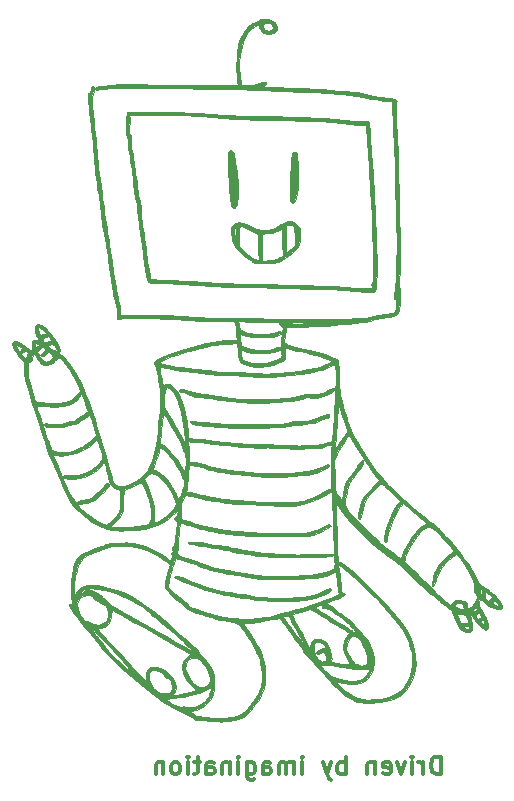
<source format=gbr>
G04 #@! TF.GenerationSoftware,KiCad,Pcbnew,5.0.2-bee76a0~70~ubuntu14.04.1*
G04 #@! TF.CreationDate,2019-05-26T21:23:03+02:00*
G04 #@! TF.ProjectId,nano_shield_c,6e616e6f-5f73-4686-9965-6c645f632e6b,rev?*
G04 #@! TF.SameCoordinates,Original*
G04 #@! TF.FileFunction,Legend,Bot*
G04 #@! TF.FilePolarity,Positive*
%FSLAX46Y46*%
G04 Gerber Fmt 4.6, Leading zero omitted, Abs format (unit mm)*
G04 Created by KiCad (PCBNEW 5.0.2-bee76a0~70~ubuntu14.04.1) date Ned 26 Svi 2019 21:23:03*
%MOMM*%
%LPD*%
G01*
G04 APERTURE LIST*
%ADD10C,0.300000*%
%ADD11C,0.010000*%
G04 APERTURE END LIST*
D10*
X152914428Y-120947571D02*
X152914428Y-119447571D01*
X152557285Y-119447571D01*
X152343000Y-119519000D01*
X152200142Y-119661857D01*
X152128714Y-119804714D01*
X152057285Y-120090428D01*
X152057285Y-120304714D01*
X152128714Y-120590428D01*
X152200142Y-120733285D01*
X152343000Y-120876142D01*
X152557285Y-120947571D01*
X152914428Y-120947571D01*
X151414428Y-120947571D02*
X151414428Y-119947571D01*
X151414428Y-120233285D02*
X151343000Y-120090428D01*
X151271571Y-120019000D01*
X151128714Y-119947571D01*
X150985857Y-119947571D01*
X150485857Y-120947571D02*
X150485857Y-119947571D01*
X150485857Y-119447571D02*
X150557285Y-119519000D01*
X150485857Y-119590428D01*
X150414428Y-119519000D01*
X150485857Y-119447571D01*
X150485857Y-119590428D01*
X149914428Y-119947571D02*
X149557285Y-120947571D01*
X149200142Y-119947571D01*
X148057285Y-120876142D02*
X148200142Y-120947571D01*
X148485857Y-120947571D01*
X148628714Y-120876142D01*
X148700142Y-120733285D01*
X148700142Y-120161857D01*
X148628714Y-120019000D01*
X148485857Y-119947571D01*
X148200142Y-119947571D01*
X148057285Y-120019000D01*
X147985857Y-120161857D01*
X147985857Y-120304714D01*
X148700142Y-120447571D01*
X147343000Y-119947571D02*
X147343000Y-120947571D01*
X147343000Y-120090428D02*
X147271571Y-120019000D01*
X147128714Y-119947571D01*
X146914428Y-119947571D01*
X146771571Y-120019000D01*
X146700142Y-120161857D01*
X146700142Y-120947571D01*
X144843000Y-120947571D02*
X144843000Y-119447571D01*
X144843000Y-120019000D02*
X144700142Y-119947571D01*
X144414428Y-119947571D01*
X144271571Y-120019000D01*
X144200142Y-120090428D01*
X144128714Y-120233285D01*
X144128714Y-120661857D01*
X144200142Y-120804714D01*
X144271571Y-120876142D01*
X144414428Y-120947571D01*
X144700142Y-120947571D01*
X144843000Y-120876142D01*
X143628714Y-119947571D02*
X143271571Y-120947571D01*
X142914428Y-119947571D02*
X143271571Y-120947571D01*
X143414428Y-121304714D01*
X143485857Y-121376142D01*
X143628714Y-121447571D01*
X141200142Y-120947571D02*
X141200142Y-119947571D01*
X141200142Y-119447571D02*
X141271571Y-119519000D01*
X141200142Y-119590428D01*
X141128714Y-119519000D01*
X141200142Y-119447571D01*
X141200142Y-119590428D01*
X140485857Y-120947571D02*
X140485857Y-119947571D01*
X140485857Y-120090428D02*
X140414428Y-120019000D01*
X140271571Y-119947571D01*
X140057285Y-119947571D01*
X139914428Y-120019000D01*
X139843000Y-120161857D01*
X139843000Y-120947571D01*
X139843000Y-120161857D02*
X139771571Y-120019000D01*
X139628714Y-119947571D01*
X139414428Y-119947571D01*
X139271571Y-120019000D01*
X139200142Y-120161857D01*
X139200142Y-120947571D01*
X137843000Y-120947571D02*
X137843000Y-120161857D01*
X137914428Y-120019000D01*
X138057285Y-119947571D01*
X138343000Y-119947571D01*
X138485857Y-120019000D01*
X137843000Y-120876142D02*
X137985857Y-120947571D01*
X138343000Y-120947571D01*
X138485857Y-120876142D01*
X138557285Y-120733285D01*
X138557285Y-120590428D01*
X138485857Y-120447571D01*
X138343000Y-120376142D01*
X137985857Y-120376142D01*
X137843000Y-120304714D01*
X136485857Y-119947571D02*
X136485857Y-121161857D01*
X136557285Y-121304714D01*
X136628714Y-121376142D01*
X136771571Y-121447571D01*
X136985857Y-121447571D01*
X137128714Y-121376142D01*
X136485857Y-120876142D02*
X136628714Y-120947571D01*
X136914428Y-120947571D01*
X137057285Y-120876142D01*
X137128714Y-120804714D01*
X137200142Y-120661857D01*
X137200142Y-120233285D01*
X137128714Y-120090428D01*
X137057285Y-120019000D01*
X136914428Y-119947571D01*
X136628714Y-119947571D01*
X136485857Y-120019000D01*
X135771571Y-120947571D02*
X135771571Y-119947571D01*
X135771571Y-119447571D02*
X135843000Y-119519000D01*
X135771571Y-119590428D01*
X135700142Y-119519000D01*
X135771571Y-119447571D01*
X135771571Y-119590428D01*
X135057285Y-119947571D02*
X135057285Y-120947571D01*
X135057285Y-120090428D02*
X134985857Y-120019000D01*
X134843000Y-119947571D01*
X134628714Y-119947571D01*
X134485857Y-120019000D01*
X134414428Y-120161857D01*
X134414428Y-120947571D01*
X133057285Y-120947571D02*
X133057285Y-120161857D01*
X133128714Y-120019000D01*
X133271571Y-119947571D01*
X133557285Y-119947571D01*
X133700142Y-120019000D01*
X133057285Y-120876142D02*
X133200142Y-120947571D01*
X133557285Y-120947571D01*
X133700142Y-120876142D01*
X133771571Y-120733285D01*
X133771571Y-120590428D01*
X133700142Y-120447571D01*
X133557285Y-120376142D01*
X133200142Y-120376142D01*
X133057285Y-120304714D01*
X132557285Y-119947571D02*
X131985857Y-119947571D01*
X132343000Y-119447571D02*
X132343000Y-120733285D01*
X132271571Y-120876142D01*
X132128714Y-120947571D01*
X131985857Y-120947571D01*
X131485857Y-120947571D02*
X131485857Y-119947571D01*
X131485857Y-119447571D02*
X131557285Y-119519000D01*
X131485857Y-119590428D01*
X131414428Y-119519000D01*
X131485857Y-119447571D01*
X131485857Y-119590428D01*
X130557285Y-120947571D02*
X130700142Y-120876142D01*
X130771571Y-120804714D01*
X130843000Y-120661857D01*
X130843000Y-120233285D01*
X130771571Y-120090428D01*
X130700142Y-120019000D01*
X130557285Y-119947571D01*
X130343000Y-119947571D01*
X130200142Y-120019000D01*
X130128714Y-120090428D01*
X130057285Y-120233285D01*
X130057285Y-120661857D01*
X130128714Y-120804714D01*
X130200142Y-120876142D01*
X130343000Y-120947571D01*
X130557285Y-120947571D01*
X129414428Y-119947571D02*
X129414428Y-120947571D01*
X129414428Y-120090428D02*
X129343000Y-120019000D01*
X129200142Y-119947571D01*
X128985857Y-119947571D01*
X128843000Y-120019000D01*
X128771571Y-120161857D01*
X128771571Y-120947571D01*
D11*
G04 #@! TO.C,G\002A\002A\002A*
G36*
X140392606Y-68258113D02*
X140330435Y-68371945D01*
X140271303Y-68580000D01*
X140245811Y-68741036D01*
X140222789Y-68996788D01*
X140202559Y-69327725D01*
X140185442Y-69714314D01*
X140171759Y-70137025D01*
X140161831Y-70576325D01*
X140155979Y-71012682D01*
X140154523Y-71426564D01*
X140157787Y-71798440D01*
X140166089Y-72108778D01*
X140179752Y-72338047D01*
X140199096Y-72466713D01*
X140207122Y-72484191D01*
X140303545Y-72569728D01*
X140401178Y-72554587D01*
X140443663Y-72529677D01*
X140562607Y-72385855D01*
X140659841Y-72123528D01*
X140734545Y-71749461D01*
X140785899Y-71270421D01*
X140813082Y-70693171D01*
X140815275Y-70024477D01*
X140803529Y-69561378D01*
X140760900Y-68352006D01*
X140598763Y-68275490D01*
X140475188Y-68232341D01*
X140392606Y-68258113D01*
X140392606Y-68258113D01*
G37*
X140392606Y-68258113D02*
X140330435Y-68371945D01*
X140271303Y-68580000D01*
X140245811Y-68741036D01*
X140222789Y-68996788D01*
X140202559Y-69327725D01*
X140185442Y-69714314D01*
X140171759Y-70137025D01*
X140161831Y-70576325D01*
X140155979Y-71012682D01*
X140154523Y-71426564D01*
X140157787Y-71798440D01*
X140166089Y-72108778D01*
X140179752Y-72338047D01*
X140199096Y-72466713D01*
X140207122Y-72484191D01*
X140303545Y-72569728D01*
X140401178Y-72554587D01*
X140443663Y-72529677D01*
X140562607Y-72385855D01*
X140659841Y-72123528D01*
X140734545Y-71749461D01*
X140785899Y-71270421D01*
X140813082Y-70693171D01*
X140815275Y-70024477D01*
X140803529Y-69561378D01*
X140760900Y-68352006D01*
X140598763Y-68275490D01*
X140475188Y-68232341D01*
X140392606Y-68258113D01*
G36*
X135031842Y-68088405D02*
X134939318Y-68195604D01*
X134911149Y-68319001D01*
X134893819Y-68549936D01*
X134886432Y-68869495D01*
X134888086Y-69258761D01*
X134897885Y-69698815D01*
X134914930Y-70170743D01*
X134938321Y-70655627D01*
X134967162Y-71134550D01*
X135000552Y-71588596D01*
X135037593Y-71998848D01*
X135077388Y-72346390D01*
X135119037Y-72612304D01*
X135156269Y-72763073D01*
X135249064Y-72941162D01*
X135358914Y-73013867D01*
X135469344Y-72972057D01*
X135490690Y-72948348D01*
X135576399Y-72810908D01*
X135639982Y-72632311D01*
X135683841Y-72394895D01*
X135710376Y-72080996D01*
X135721989Y-71672954D01*
X135721989Y-71247000D01*
X135712780Y-70737649D01*
X135692889Y-70322638D01*
X135659730Y-69969564D01*
X135610717Y-69646023D01*
X135582661Y-69500750D01*
X135522045Y-69190088D01*
X135468074Y-68887132D01*
X135428827Y-68638373D01*
X135417182Y-68548250D01*
X135361779Y-68314460D01*
X135266814Y-68150831D01*
X135150698Y-68070950D01*
X135031842Y-68088405D01*
X135031842Y-68088405D01*
G37*
X135031842Y-68088405D02*
X134939318Y-68195604D01*
X134911149Y-68319001D01*
X134893819Y-68549936D01*
X134886432Y-68869495D01*
X134888086Y-69258761D01*
X134897885Y-69698815D01*
X134914930Y-70170743D01*
X134938321Y-70655627D01*
X134967162Y-71134550D01*
X135000552Y-71588596D01*
X135037593Y-71998848D01*
X135077388Y-72346390D01*
X135119037Y-72612304D01*
X135156269Y-72763073D01*
X135249064Y-72941162D01*
X135358914Y-73013867D01*
X135469344Y-72972057D01*
X135490690Y-72948348D01*
X135576399Y-72810908D01*
X135639982Y-72632311D01*
X135683841Y-72394895D01*
X135710376Y-72080996D01*
X135721989Y-71672954D01*
X135721989Y-71247000D01*
X135712780Y-70737649D01*
X135692889Y-70322638D01*
X135659730Y-69969564D01*
X135610717Y-69646023D01*
X135582661Y-69500750D01*
X135522045Y-69190088D01*
X135468074Y-68887132D01*
X135428827Y-68638373D01*
X135417182Y-68548250D01*
X135361779Y-68314460D01*
X135266814Y-68150831D01*
X135150698Y-68070950D01*
X135031842Y-68088405D01*
G36*
X139989913Y-74148199D02*
X139653031Y-74276231D01*
X139248327Y-74483996D01*
X139119348Y-74558838D01*
X138886135Y-74692016D01*
X138703661Y-74774433D01*
X138522726Y-74820513D01*
X138294127Y-74844677D01*
X138109480Y-74854855D01*
X137811057Y-74863261D01*
X137597595Y-74851228D01*
X137427995Y-74813742D01*
X137277179Y-74753305D01*
X136786838Y-74533197D01*
X136391006Y-74374784D01*
X136074916Y-74275047D01*
X135823803Y-74230965D01*
X135622902Y-74239519D01*
X135457445Y-74297688D01*
X135361001Y-74361388D01*
X135198128Y-74547801D01*
X135117045Y-74793726D01*
X135116916Y-75110695D01*
X135196903Y-75510246D01*
X135261805Y-75729435D01*
X135441172Y-76123378D01*
X135718979Y-76524946D01*
X136071139Y-76908351D01*
X136473567Y-77247802D01*
X136902178Y-77517509D01*
X136958305Y-77545975D01*
X137139145Y-77621568D01*
X137333903Y-77668619D01*
X137582413Y-77694117D01*
X137858500Y-77703929D01*
X138156655Y-77703417D01*
X138437287Y-77692067D01*
X138655039Y-77672101D01*
X138715750Y-77661911D01*
X139120497Y-77553452D01*
X139475405Y-77400597D01*
X139838502Y-77177355D01*
X139910364Y-77126866D01*
X139952690Y-77092441D01*
X139516774Y-77092441D01*
X139276222Y-77192950D01*
X139005799Y-77285580D01*
X138675402Y-77370105D01*
X138342422Y-77433876D01*
X138064255Y-77464245D01*
X138041970Y-77464951D01*
X137812690Y-77470000D01*
X137807336Y-77425421D01*
X137498035Y-77425421D01*
X137317418Y-77380089D01*
X137149293Y-77318969D01*
X136945537Y-77220437D01*
X136878526Y-77182777D01*
X136717097Y-77068363D01*
X136505125Y-76891714D01*
X136278615Y-76683534D01*
X136185209Y-76591463D01*
X135980179Y-76378075D01*
X135856439Y-76229990D01*
X135800770Y-76127675D01*
X135799951Y-76051599D01*
X135807339Y-76033190D01*
X135829376Y-75923711D01*
X135845132Y-75718505D01*
X135852933Y-75448762D01*
X135852160Y-75197708D01*
X135845501Y-74905043D01*
X135845611Y-74896692D01*
X135568354Y-74896692D01*
X135567343Y-75060738D01*
X135563572Y-75316480D01*
X135555560Y-75460881D01*
X135539119Y-75509602D01*
X135510063Y-75478303D01*
X135474957Y-75406250D01*
X135412157Y-75201949D01*
X135386884Y-74993500D01*
X135412660Y-74804160D01*
X135476151Y-74652236D01*
X135479270Y-74647988D01*
X135524239Y-74599722D01*
X135551476Y-74612900D01*
X135564881Y-74705798D01*
X135568354Y-74896692D01*
X135845611Y-74896692D01*
X135848217Y-74700104D01*
X135876847Y-74577123D01*
X135947928Y-74530333D01*
X136077999Y-74553963D01*
X136283600Y-74642247D01*
X136581268Y-74789416D01*
X136763125Y-74879981D01*
X137414000Y-75201979D01*
X137414000Y-75532270D01*
X137417511Y-75729356D01*
X137427038Y-76013350D01*
X137441075Y-76344379D01*
X137456018Y-76643991D01*
X137498035Y-77425421D01*
X137807336Y-77425421D01*
X137772647Y-77136625D01*
X137756799Y-76939699D01*
X137743814Y-76655013D01*
X137735097Y-76321795D01*
X137732052Y-76002743D01*
X137731500Y-75202237D01*
X138191875Y-75161369D01*
X138612823Y-75090775D01*
X138988519Y-74948856D01*
X139026295Y-74930000D01*
X139222378Y-74832962D01*
X139371357Y-74764482D01*
X139439045Y-74739895D01*
X139452243Y-74800229D01*
X139465642Y-74967796D01*
X139478263Y-75222833D01*
X139489128Y-75545580D01*
X139497261Y-75916273D01*
X139497262Y-75916366D01*
X139516774Y-77092441D01*
X139952690Y-77092441D01*
X140364100Y-76757835D01*
X140707050Y-76379432D01*
X140912696Y-76041250D01*
X140992697Y-75772667D01*
X141029223Y-75436600D01*
X141027524Y-75372492D01*
X140525500Y-75372492D01*
X140525500Y-76170585D01*
X140196877Y-76504417D01*
X140010554Y-76682056D01*
X139890150Y-76766755D01*
X139824108Y-76766202D01*
X139816850Y-76757249D01*
X139799856Y-76669502D01*
X139785116Y-76477385D01*
X139773644Y-76203526D01*
X139766454Y-75870548D01*
X139764473Y-75588281D01*
X139764610Y-75193336D01*
X139767377Y-74907046D01*
X139775084Y-74711065D01*
X139790043Y-74587047D01*
X139814566Y-74516648D01*
X139850964Y-74481522D01*
X139901548Y-74463323D01*
X139906375Y-74462023D01*
X140147561Y-74425098D01*
X140348195Y-74445013D01*
X140449300Y-74498200D01*
X140487343Y-74603015D01*
X140512279Y-74829452D01*
X140524277Y-75179455D01*
X140525500Y-75372492D01*
X141027524Y-75372492D01*
X141019921Y-75085722D01*
X140968388Y-74793377D01*
X140875972Y-74601699D01*
X140720312Y-74405826D01*
X140534638Y-74237516D01*
X140352181Y-74128526D01*
X140247551Y-74104500D01*
X139989913Y-74148199D01*
X139989913Y-74148199D01*
G37*
X139989913Y-74148199D02*
X139653031Y-74276231D01*
X139248327Y-74483996D01*
X139119348Y-74558838D01*
X138886135Y-74692016D01*
X138703661Y-74774433D01*
X138522726Y-74820513D01*
X138294127Y-74844677D01*
X138109480Y-74854855D01*
X137811057Y-74863261D01*
X137597595Y-74851228D01*
X137427995Y-74813742D01*
X137277179Y-74753305D01*
X136786838Y-74533197D01*
X136391006Y-74374784D01*
X136074916Y-74275047D01*
X135823803Y-74230965D01*
X135622902Y-74239519D01*
X135457445Y-74297688D01*
X135361001Y-74361388D01*
X135198128Y-74547801D01*
X135117045Y-74793726D01*
X135116916Y-75110695D01*
X135196903Y-75510246D01*
X135261805Y-75729435D01*
X135441172Y-76123378D01*
X135718979Y-76524946D01*
X136071139Y-76908351D01*
X136473567Y-77247802D01*
X136902178Y-77517509D01*
X136958305Y-77545975D01*
X137139145Y-77621568D01*
X137333903Y-77668619D01*
X137582413Y-77694117D01*
X137858500Y-77703929D01*
X138156655Y-77703417D01*
X138437287Y-77692067D01*
X138655039Y-77672101D01*
X138715750Y-77661911D01*
X139120497Y-77553452D01*
X139475405Y-77400597D01*
X139838502Y-77177355D01*
X139910364Y-77126866D01*
X139952690Y-77092441D01*
X139516774Y-77092441D01*
X139276222Y-77192950D01*
X139005799Y-77285580D01*
X138675402Y-77370105D01*
X138342422Y-77433876D01*
X138064255Y-77464245D01*
X138041970Y-77464951D01*
X137812690Y-77470000D01*
X137807336Y-77425421D01*
X137498035Y-77425421D01*
X137317418Y-77380089D01*
X137149293Y-77318969D01*
X136945537Y-77220437D01*
X136878526Y-77182777D01*
X136717097Y-77068363D01*
X136505125Y-76891714D01*
X136278615Y-76683534D01*
X136185209Y-76591463D01*
X135980179Y-76378075D01*
X135856439Y-76229990D01*
X135800770Y-76127675D01*
X135799951Y-76051599D01*
X135807339Y-76033190D01*
X135829376Y-75923711D01*
X135845132Y-75718505D01*
X135852933Y-75448762D01*
X135852160Y-75197708D01*
X135845501Y-74905043D01*
X135845611Y-74896692D01*
X135568354Y-74896692D01*
X135567343Y-75060738D01*
X135563572Y-75316480D01*
X135555560Y-75460881D01*
X135539119Y-75509602D01*
X135510063Y-75478303D01*
X135474957Y-75406250D01*
X135412157Y-75201949D01*
X135386884Y-74993500D01*
X135412660Y-74804160D01*
X135476151Y-74652236D01*
X135479270Y-74647988D01*
X135524239Y-74599722D01*
X135551476Y-74612900D01*
X135564881Y-74705798D01*
X135568354Y-74896692D01*
X135845611Y-74896692D01*
X135848217Y-74700104D01*
X135876847Y-74577123D01*
X135947928Y-74530333D01*
X136077999Y-74553963D01*
X136283600Y-74642247D01*
X136581268Y-74789416D01*
X136763125Y-74879981D01*
X137414000Y-75201979D01*
X137414000Y-75532270D01*
X137417511Y-75729356D01*
X137427038Y-76013350D01*
X137441075Y-76344379D01*
X137456018Y-76643991D01*
X137498035Y-77425421D01*
X137807336Y-77425421D01*
X137772647Y-77136625D01*
X137756799Y-76939699D01*
X137743814Y-76655013D01*
X137735097Y-76321795D01*
X137732052Y-76002743D01*
X137731500Y-75202237D01*
X138191875Y-75161369D01*
X138612823Y-75090775D01*
X138988519Y-74948856D01*
X139026295Y-74930000D01*
X139222378Y-74832962D01*
X139371357Y-74764482D01*
X139439045Y-74739895D01*
X139452243Y-74800229D01*
X139465642Y-74967796D01*
X139478263Y-75222833D01*
X139489128Y-75545580D01*
X139497261Y-75916273D01*
X139497262Y-75916366D01*
X139516774Y-77092441D01*
X139952690Y-77092441D01*
X140364100Y-76757835D01*
X140707050Y-76379432D01*
X140912696Y-76041250D01*
X140992697Y-75772667D01*
X141029223Y-75436600D01*
X141027524Y-75372492D01*
X140525500Y-75372492D01*
X140525500Y-76170585D01*
X140196877Y-76504417D01*
X140010554Y-76682056D01*
X139890150Y-76766755D01*
X139824108Y-76766202D01*
X139816850Y-76757249D01*
X139799856Y-76669502D01*
X139785116Y-76477385D01*
X139773644Y-76203526D01*
X139766454Y-75870548D01*
X139764473Y-75588281D01*
X139764610Y-75193336D01*
X139767377Y-74907046D01*
X139775084Y-74711065D01*
X139790043Y-74587047D01*
X139814566Y-74516648D01*
X139850964Y-74481522D01*
X139901548Y-74463323D01*
X139906375Y-74462023D01*
X140147561Y-74425098D01*
X140348195Y-74445013D01*
X140449300Y-74498200D01*
X140487343Y-74603015D01*
X140512279Y-74829452D01*
X140524277Y-75179455D01*
X140525500Y-75372492D01*
X141027524Y-75372492D01*
X141019921Y-75085722D01*
X140968388Y-74793377D01*
X140875972Y-74601699D01*
X140720312Y-74405826D01*
X140534638Y-74237516D01*
X140352181Y-74128526D01*
X140247551Y-74104500D01*
X139989913Y-74148199D01*
G36*
X143581560Y-88297168D02*
X143510459Y-88350119D01*
X143358716Y-88444550D01*
X143127751Y-88550677D01*
X142861428Y-88648901D01*
X142795147Y-88669719D01*
X142518521Y-88748081D01*
X142316786Y-88787674D01*
X142145539Y-88793304D01*
X141960382Y-88769778D01*
X141926877Y-88763699D01*
X141732334Y-88735290D01*
X141565107Y-88737061D01*
X141377932Y-88774572D01*
X141123545Y-88853382D01*
X141101377Y-88860798D01*
X140787691Y-88950970D01*
X140428148Y-89024175D01*
X140009177Y-89081609D01*
X139517206Y-89124468D01*
X138938666Y-89153950D01*
X138259986Y-89171250D01*
X137509250Y-89177493D01*
X136668555Y-89169750D01*
X135893787Y-89143664D01*
X135197550Y-89100190D01*
X134592447Y-89040279D01*
X134091081Y-88964884D01*
X133777928Y-88895349D01*
X133620398Y-88863029D01*
X133371556Y-88823325D01*
X133066465Y-88781430D01*
X132761928Y-88744932D01*
X132289480Y-88680567D01*
X131915680Y-88601369D01*
X131612476Y-88501259D01*
X131585051Y-88489903D01*
X131314524Y-88396209D01*
X131067585Y-88347194D01*
X130869300Y-88343994D01*
X130744734Y-88387745D01*
X130714750Y-88450478D01*
X130776404Y-88521522D01*
X130954110Y-88591437D01*
X131078437Y-88623304D01*
X131348437Y-88700335D01*
X131625635Y-88803236D01*
X131745187Y-88857534D01*
X131930363Y-88935531D01*
X132139768Y-88989045D01*
X132409364Y-89025119D01*
X132715000Y-89047461D01*
X133019635Y-89070088D01*
X133300280Y-89100018D01*
X133517714Y-89132625D01*
X133604000Y-89152284D01*
X133795313Y-89194734D01*
X134089538Y-89241518D01*
X134462769Y-89290221D01*
X134891097Y-89338430D01*
X135350616Y-89383730D01*
X135817417Y-89423707D01*
X136267593Y-89455947D01*
X136677237Y-89478036D01*
X136906000Y-89485706D01*
X137323784Y-89490107D01*
X137780420Y-89486426D01*
X138220637Y-89475559D01*
X138588750Y-89458429D01*
X139193330Y-89418869D01*
X139685677Y-89383678D01*
X140080409Y-89351108D01*
X140392147Y-89319412D01*
X140635509Y-89286840D01*
X140825115Y-89251647D01*
X140975584Y-89212083D01*
X141101535Y-89166402D01*
X141128750Y-89154768D01*
X141322254Y-89080457D01*
X141500676Y-89044695D01*
X141715584Y-89040969D01*
X141922500Y-89054520D01*
X142206464Y-89068629D01*
X142443245Y-89052214D01*
X142694691Y-88997917D01*
X142895405Y-88938789D01*
X143213363Y-88823598D01*
X143494061Y-88692022D01*
X143715085Y-88557326D01*
X143854019Y-88432775D01*
X143891000Y-88349621D01*
X143847669Y-88248592D01*
X143735574Y-88231119D01*
X143581560Y-88297168D01*
X143581560Y-88297168D01*
G37*
X143581560Y-88297168D02*
X143510459Y-88350119D01*
X143358716Y-88444550D01*
X143127751Y-88550677D01*
X142861428Y-88648901D01*
X142795147Y-88669719D01*
X142518521Y-88748081D01*
X142316786Y-88787674D01*
X142145539Y-88793304D01*
X141960382Y-88769778D01*
X141926877Y-88763699D01*
X141732334Y-88735290D01*
X141565107Y-88737061D01*
X141377932Y-88774572D01*
X141123545Y-88853382D01*
X141101377Y-88860798D01*
X140787691Y-88950970D01*
X140428148Y-89024175D01*
X140009177Y-89081609D01*
X139517206Y-89124468D01*
X138938666Y-89153950D01*
X138259986Y-89171250D01*
X137509250Y-89177493D01*
X136668555Y-89169750D01*
X135893787Y-89143664D01*
X135197550Y-89100190D01*
X134592447Y-89040279D01*
X134091081Y-88964884D01*
X133777928Y-88895349D01*
X133620398Y-88863029D01*
X133371556Y-88823325D01*
X133066465Y-88781430D01*
X132761928Y-88744932D01*
X132289480Y-88680567D01*
X131915680Y-88601369D01*
X131612476Y-88501259D01*
X131585051Y-88489903D01*
X131314524Y-88396209D01*
X131067585Y-88347194D01*
X130869300Y-88343994D01*
X130744734Y-88387745D01*
X130714750Y-88450478D01*
X130776404Y-88521522D01*
X130954110Y-88591437D01*
X131078437Y-88623304D01*
X131348437Y-88700335D01*
X131625635Y-88803236D01*
X131745187Y-88857534D01*
X131930363Y-88935531D01*
X132139768Y-88989045D01*
X132409364Y-89025119D01*
X132715000Y-89047461D01*
X133019635Y-89070088D01*
X133300280Y-89100018D01*
X133517714Y-89132625D01*
X133604000Y-89152284D01*
X133795313Y-89194734D01*
X134089538Y-89241518D01*
X134462769Y-89290221D01*
X134891097Y-89338430D01*
X135350616Y-89383730D01*
X135817417Y-89423707D01*
X136267593Y-89455947D01*
X136677237Y-89478036D01*
X136906000Y-89485706D01*
X137323784Y-89490107D01*
X137780420Y-89486426D01*
X138220637Y-89475559D01*
X138588750Y-89458429D01*
X139193330Y-89418869D01*
X139685677Y-89383678D01*
X140080409Y-89351108D01*
X140392147Y-89319412D01*
X140635509Y-89286840D01*
X140825115Y-89251647D01*
X140975584Y-89212083D01*
X141101535Y-89166402D01*
X141128750Y-89154768D01*
X141322254Y-89080457D01*
X141500676Y-89044695D01*
X141715584Y-89040969D01*
X141922500Y-89054520D01*
X142206464Y-89068629D01*
X142443245Y-89052214D01*
X142694691Y-88997917D01*
X142895405Y-88938789D01*
X143213363Y-88823598D01*
X143494061Y-88692022D01*
X143715085Y-88557326D01*
X143854019Y-88432775D01*
X143891000Y-88349621D01*
X143847669Y-88248592D01*
X143735574Y-88231119D01*
X143581560Y-88297168D01*
G36*
X143056275Y-90522556D02*
X142754270Y-90643688D01*
X142634049Y-90701590D01*
X142145338Y-90887991D01*
X141565907Y-91008008D01*
X140915570Y-91057793D01*
X140792580Y-91059000D01*
X140489438Y-91078877D01*
X140155350Y-91130144D01*
X139944373Y-91179673D01*
X139817539Y-91213791D01*
X139689390Y-91241779D01*
X139546251Y-91264251D01*
X139374443Y-91281818D01*
X139160290Y-91295094D01*
X138890115Y-91304691D01*
X138550239Y-91311222D01*
X138126987Y-91315301D01*
X137606682Y-91317539D01*
X136975645Y-91318551D01*
X136842500Y-91318654D01*
X135950823Y-91314714D01*
X135180338Y-91301429D01*
X134525570Y-91278595D01*
X133981039Y-91246005D01*
X133541269Y-91203454D01*
X133445250Y-91190987D01*
X133152620Y-91157735D01*
X132860994Y-91136196D01*
X132630444Y-91130722D01*
X132618300Y-91131048D01*
X132375301Y-91119860D01*
X132141768Y-91079774D01*
X132070674Y-91058462D01*
X131879817Y-91013982D01*
X131729066Y-91022016D01*
X131649489Y-91077213D01*
X131648956Y-91131117D01*
X131741734Y-91227331D01*
X131937362Y-91311824D01*
X132211812Y-91378472D01*
X132541058Y-91421150D01*
X132836931Y-91433971D01*
X133100627Y-91439136D01*
X133317067Y-91450648D01*
X133454102Y-91466464D01*
X133482238Y-91474987D01*
X133568373Y-91493311D01*
X133757542Y-91514435D01*
X134025850Y-91536994D01*
X134349400Y-91559628D01*
X134704295Y-91580973D01*
X135066637Y-91599667D01*
X135412532Y-91614349D01*
X135718081Y-91623655D01*
X135959388Y-91626224D01*
X136080500Y-91623105D01*
X136776710Y-91605265D01*
X137382003Y-91635228D01*
X137477500Y-91645433D01*
X137730969Y-91658646D01*
X137980108Y-91646118D01*
X138080750Y-91630266D01*
X138252540Y-91606246D01*
X138510708Y-91586602D01*
X138814647Y-91573924D01*
X139015156Y-91570659D01*
X139365563Y-91559662D01*
X139676903Y-91532928D01*
X139911709Y-91494074D01*
X139967656Y-91478680D01*
X140149045Y-91437002D01*
X140414796Y-91396986D01*
X140722337Y-91364420D01*
X140906500Y-91351025D01*
X141436187Y-91309470D01*
X141866777Y-91250448D01*
X142225627Y-91168287D01*
X142540092Y-91057316D01*
X142716250Y-90975850D01*
X142945004Y-90869363D01*
X143157379Y-90784466D01*
X143287750Y-90744566D01*
X143436224Y-90681579D01*
X143478250Y-90580146D01*
X143428089Y-90489372D01*
X143284156Y-90470646D01*
X143056275Y-90522556D01*
X143056275Y-90522556D01*
G37*
X143056275Y-90522556D02*
X142754270Y-90643688D01*
X142634049Y-90701590D01*
X142145338Y-90887991D01*
X141565907Y-91008008D01*
X140915570Y-91057793D01*
X140792580Y-91059000D01*
X140489438Y-91078877D01*
X140155350Y-91130144D01*
X139944373Y-91179673D01*
X139817539Y-91213791D01*
X139689390Y-91241779D01*
X139546251Y-91264251D01*
X139374443Y-91281818D01*
X139160290Y-91295094D01*
X138890115Y-91304691D01*
X138550239Y-91311222D01*
X138126987Y-91315301D01*
X137606682Y-91317539D01*
X136975645Y-91318551D01*
X136842500Y-91318654D01*
X135950823Y-91314714D01*
X135180338Y-91301429D01*
X134525570Y-91278595D01*
X133981039Y-91246005D01*
X133541269Y-91203454D01*
X133445250Y-91190987D01*
X133152620Y-91157735D01*
X132860994Y-91136196D01*
X132630444Y-91130722D01*
X132618300Y-91131048D01*
X132375301Y-91119860D01*
X132141768Y-91079774D01*
X132070674Y-91058462D01*
X131879817Y-91013982D01*
X131729066Y-91022016D01*
X131649489Y-91077213D01*
X131648956Y-91131117D01*
X131741734Y-91227331D01*
X131937362Y-91311824D01*
X132211812Y-91378472D01*
X132541058Y-91421150D01*
X132836931Y-91433971D01*
X133100627Y-91439136D01*
X133317067Y-91450648D01*
X133454102Y-91466464D01*
X133482238Y-91474987D01*
X133568373Y-91493311D01*
X133757542Y-91514435D01*
X134025850Y-91536994D01*
X134349400Y-91559628D01*
X134704295Y-91580973D01*
X135066637Y-91599667D01*
X135412532Y-91614349D01*
X135718081Y-91623655D01*
X135959388Y-91626224D01*
X136080500Y-91623105D01*
X136776710Y-91605265D01*
X137382003Y-91635228D01*
X137477500Y-91645433D01*
X137730969Y-91658646D01*
X137980108Y-91646118D01*
X138080750Y-91630266D01*
X138252540Y-91606246D01*
X138510708Y-91586602D01*
X138814647Y-91573924D01*
X139015156Y-91570659D01*
X139365563Y-91559662D01*
X139676903Y-91532928D01*
X139911709Y-91494074D01*
X139967656Y-91478680D01*
X140149045Y-91437002D01*
X140414796Y-91396986D01*
X140722337Y-91364420D01*
X140906500Y-91351025D01*
X141436187Y-91309470D01*
X141866777Y-91250448D01*
X142225627Y-91168287D01*
X142540092Y-91057316D01*
X142716250Y-90975850D01*
X142945004Y-90869363D01*
X143157379Y-90784466D01*
X143287750Y-90744566D01*
X143436224Y-90681579D01*
X143478250Y-90580146D01*
X143428089Y-90489372D01*
X143284156Y-90470646D01*
X143056275Y-90522556D01*
G36*
X124590472Y-96324173D02*
X124433575Y-96502266D01*
X124384799Y-96573042D01*
X124179525Y-96825264D01*
X123900924Y-97090808D01*
X123588969Y-97336996D01*
X123283635Y-97531150D01*
X123114879Y-97611180D01*
X122887420Y-97681522D01*
X122614591Y-97741129D01*
X122475625Y-97762257D01*
X122264074Y-97795231D01*
X122152122Y-97836886D01*
X122112416Y-97899428D01*
X122110500Y-97925202D01*
X122130434Y-97998030D01*
X122210888Y-98032621D01*
X122382840Y-98040822D01*
X122412125Y-98040585D01*
X122647901Y-98017824D01*
X122924238Y-97963226D01*
X123083104Y-97919148D01*
X123369625Y-97795701D01*
X123694670Y-97603770D01*
X123911944Y-97449188D01*
X124140930Y-97255326D01*
X124361326Y-97036536D01*
X124555983Y-96814118D01*
X124707750Y-96609368D01*
X124799477Y-96443584D01*
X124814013Y-96338063D01*
X124811135Y-96332549D01*
X124716720Y-96267378D01*
X124590472Y-96324173D01*
X124590472Y-96324173D01*
G37*
X124590472Y-96324173D02*
X124433575Y-96502266D01*
X124384799Y-96573042D01*
X124179525Y-96825264D01*
X123900924Y-97090808D01*
X123588969Y-97336996D01*
X123283635Y-97531150D01*
X123114879Y-97611180D01*
X122887420Y-97681522D01*
X122614591Y-97741129D01*
X122475625Y-97762257D01*
X122264074Y-97795231D01*
X122152122Y-97836886D01*
X122112416Y-97899428D01*
X122110500Y-97925202D01*
X122130434Y-97998030D01*
X122210888Y-98032621D01*
X122382840Y-98040822D01*
X122412125Y-98040585D01*
X122647901Y-98017824D01*
X122924238Y-97963226D01*
X123083104Y-97919148D01*
X123369625Y-97795701D01*
X123694670Y-97603770D01*
X123911944Y-97449188D01*
X124140930Y-97255326D01*
X124361326Y-97036536D01*
X124555983Y-96814118D01*
X124707750Y-96609368D01*
X124799477Y-96443584D01*
X124814013Y-96338063D01*
X124811135Y-96332549D01*
X124716720Y-96267378D01*
X124590472Y-96324173D01*
G36*
X131777411Y-101260702D02*
X131586726Y-101281787D01*
X131486127Y-101323736D01*
X131476750Y-101346000D01*
X131516827Y-101406688D01*
X131648777Y-101453685D01*
X131889500Y-101493174D01*
X132146380Y-101530252D01*
X132469959Y-101583638D01*
X132802618Y-101643674D01*
X132905500Y-101663482D01*
X133240054Y-101723060D01*
X133596311Y-101776823D01*
X133910643Y-101815403D01*
X133985000Y-101822425D01*
X134278520Y-101859793D01*
X134627665Y-101922313D01*
X134966645Y-101997890D01*
X135034348Y-102015341D01*
X135365042Y-102094547D01*
X135755299Y-102175052D01*
X136138534Y-102243479D01*
X136272598Y-102264130D01*
X136622358Y-102316737D01*
X136993792Y-102375664D01*
X137326522Y-102431232D01*
X137445750Y-102452239D01*
X137680705Y-102482371D01*
X138023366Y-102509451D01*
X138454468Y-102533078D01*
X138954745Y-102552849D01*
X139504930Y-102568364D01*
X140085759Y-102579220D01*
X140677966Y-102585015D01*
X141262283Y-102585348D01*
X141819447Y-102579817D01*
X142330191Y-102568019D01*
X142573288Y-102559181D01*
X143016828Y-102536802D01*
X143345151Y-102510363D01*
X143570030Y-102477359D01*
X143703239Y-102435285D01*
X143756551Y-102381636D01*
X143741739Y-102313908D01*
X143739955Y-102310966D01*
X143666964Y-102292035D01*
X143490476Y-102278653D01*
X143233867Y-102270635D01*
X142920511Y-102267800D01*
X142573782Y-102269964D01*
X142217056Y-102276945D01*
X141873707Y-102288559D01*
X141567109Y-102304623D01*
X141320637Y-102324955D01*
X141274517Y-102330265D01*
X141082313Y-102341799D01*
X140786473Y-102344267D01*
X140409958Y-102338754D01*
X139975725Y-102326348D01*
X139506733Y-102308137D01*
X139025940Y-102285208D01*
X138556306Y-102258647D01*
X138120790Y-102229543D01*
X137742348Y-102198983D01*
X137443941Y-102168054D01*
X137259312Y-102140103D01*
X136991869Y-102089609D01*
X136654666Y-102031370D01*
X136303765Y-101974913D01*
X136153020Y-101952138D01*
X135817232Y-101895947D01*
X135472175Y-101827073D01*
X135172674Y-101756860D01*
X135063524Y-101726709D01*
X134797673Y-101661517D01*
X134463720Y-101599328D01*
X134120345Y-101550593D01*
X134006754Y-101538453D01*
X133671985Y-101499680D01*
X133323441Y-101448253D01*
X133020928Y-101393313D01*
X132937250Y-101375006D01*
X132638103Y-101317634D01*
X132328288Y-101279126D01*
X132032995Y-101259982D01*
X131777411Y-101260702D01*
X131777411Y-101260702D01*
G37*
X131777411Y-101260702D02*
X131586726Y-101281787D01*
X131486127Y-101323736D01*
X131476750Y-101346000D01*
X131516827Y-101406688D01*
X131648777Y-101453685D01*
X131889500Y-101493174D01*
X132146380Y-101530252D01*
X132469959Y-101583638D01*
X132802618Y-101643674D01*
X132905500Y-101663482D01*
X133240054Y-101723060D01*
X133596311Y-101776823D01*
X133910643Y-101815403D01*
X133985000Y-101822425D01*
X134278520Y-101859793D01*
X134627665Y-101922313D01*
X134966645Y-101997890D01*
X135034348Y-102015341D01*
X135365042Y-102094547D01*
X135755299Y-102175052D01*
X136138534Y-102243479D01*
X136272598Y-102264130D01*
X136622358Y-102316737D01*
X136993792Y-102375664D01*
X137326522Y-102431232D01*
X137445750Y-102452239D01*
X137680705Y-102482371D01*
X138023366Y-102509451D01*
X138454468Y-102533078D01*
X138954745Y-102552849D01*
X139504930Y-102568364D01*
X140085759Y-102579220D01*
X140677966Y-102585015D01*
X141262283Y-102585348D01*
X141819447Y-102579817D01*
X142330191Y-102568019D01*
X142573288Y-102559181D01*
X143016828Y-102536802D01*
X143345151Y-102510363D01*
X143570030Y-102477359D01*
X143703239Y-102435285D01*
X143756551Y-102381636D01*
X143741739Y-102313908D01*
X143739955Y-102310966D01*
X143666964Y-102292035D01*
X143490476Y-102278653D01*
X143233867Y-102270635D01*
X142920511Y-102267800D01*
X142573782Y-102269964D01*
X142217056Y-102276945D01*
X141873707Y-102288559D01*
X141567109Y-102304623D01*
X141320637Y-102324955D01*
X141274517Y-102330265D01*
X141082313Y-102341799D01*
X140786473Y-102344267D01*
X140409958Y-102338754D01*
X139975725Y-102326348D01*
X139506733Y-102308137D01*
X139025940Y-102285208D01*
X138556306Y-102258647D01*
X138120790Y-102229543D01*
X137742348Y-102198983D01*
X137443941Y-102168054D01*
X137259312Y-102140103D01*
X136991869Y-102089609D01*
X136654666Y-102031370D01*
X136303765Y-101974913D01*
X136153020Y-101952138D01*
X135817232Y-101895947D01*
X135472175Y-101827073D01*
X135172674Y-101756860D01*
X135063524Y-101726709D01*
X134797673Y-101661517D01*
X134463720Y-101599328D01*
X134120345Y-101550593D01*
X134006754Y-101538453D01*
X133671985Y-101499680D01*
X133323441Y-101448253D01*
X133020928Y-101393313D01*
X132937250Y-101375006D01*
X132638103Y-101317634D01*
X132328288Y-101279126D01*
X132032995Y-101259982D01*
X131777411Y-101260702D01*
G36*
X130390744Y-104165460D02*
X130329008Y-104207909D01*
X130344809Y-104264420D01*
X130447378Y-104340901D01*
X130645945Y-104443257D01*
X130949743Y-104577394D01*
X131191000Y-104677479D01*
X132112045Y-105037897D01*
X132938061Y-105327282D01*
X133677472Y-105548267D01*
X134338702Y-105703482D01*
X134651750Y-105758661D01*
X134901706Y-105797847D01*
X135244533Y-105852482D01*
X135647793Y-105917351D01*
X136079049Y-105987239D01*
X136461500Y-106049659D01*
X136908389Y-106120561D01*
X137286243Y-106173646D01*
X137630045Y-106211812D01*
X137974777Y-106237953D01*
X138355420Y-106254967D01*
X138806957Y-106265749D01*
X139128500Y-106270457D01*
X139581441Y-106273268D01*
X140027789Y-106270836D01*
X140439391Y-106263700D01*
X140788093Y-106252398D01*
X141045743Y-106237469D01*
X141097000Y-106232788D01*
X141454471Y-106180816D01*
X141842442Y-106098859D01*
X142239409Y-105994288D01*
X142623871Y-105874473D01*
X142974321Y-105746783D01*
X143269258Y-105618591D01*
X143487178Y-105497265D01*
X143606576Y-105390176D01*
X143617646Y-105368846D01*
X143629725Y-105245565D01*
X143552531Y-105198077D01*
X143400506Y-105228879D01*
X143246445Y-105304641D01*
X142944900Y-105452255D01*
X142555892Y-105600782D01*
X142118282Y-105738027D01*
X141670929Y-105851793D01*
X141255750Y-105929441D01*
X140967918Y-105959490D01*
X140578256Y-105982894D01*
X140111809Y-105998664D01*
X139593622Y-106005812D01*
X139319000Y-106005828D01*
X138823431Y-106001556D01*
X138417982Y-105991832D01*
X138065800Y-105973722D01*
X137730031Y-105944293D01*
X137373819Y-105900610D01*
X136960311Y-105839740D01*
X136683750Y-105796054D01*
X136247757Y-105726349D01*
X135808845Y-105656481D01*
X135399532Y-105591605D01*
X135052336Y-105536876D01*
X134810500Y-105499108D01*
X133992587Y-105335157D01*
X133118119Y-105091049D01*
X132220053Y-104776721D01*
X131667250Y-104551531D01*
X131233012Y-104370833D01*
X130898618Y-104246360D01*
X130651928Y-104174440D01*
X130480798Y-104151400D01*
X130390744Y-104165460D01*
X130390744Y-104165460D01*
G37*
X130390744Y-104165460D02*
X130329008Y-104207909D01*
X130344809Y-104264420D01*
X130447378Y-104340901D01*
X130645945Y-104443257D01*
X130949743Y-104577394D01*
X131191000Y-104677479D01*
X132112045Y-105037897D01*
X132938061Y-105327282D01*
X133677472Y-105548267D01*
X134338702Y-105703482D01*
X134651750Y-105758661D01*
X134901706Y-105797847D01*
X135244533Y-105852482D01*
X135647793Y-105917351D01*
X136079049Y-105987239D01*
X136461500Y-106049659D01*
X136908389Y-106120561D01*
X137286243Y-106173646D01*
X137630045Y-106211812D01*
X137974777Y-106237953D01*
X138355420Y-106254967D01*
X138806957Y-106265749D01*
X139128500Y-106270457D01*
X139581441Y-106273268D01*
X140027789Y-106270836D01*
X140439391Y-106263700D01*
X140788093Y-106252398D01*
X141045743Y-106237469D01*
X141097000Y-106232788D01*
X141454471Y-106180816D01*
X141842442Y-106098859D01*
X142239409Y-105994288D01*
X142623871Y-105874473D01*
X142974321Y-105746783D01*
X143269258Y-105618591D01*
X143487178Y-105497265D01*
X143606576Y-105390176D01*
X143617646Y-105368846D01*
X143629725Y-105245565D01*
X143552531Y-105198077D01*
X143400506Y-105228879D01*
X143246445Y-105304641D01*
X142944900Y-105452255D01*
X142555892Y-105600782D01*
X142118282Y-105738027D01*
X141670929Y-105851793D01*
X141255750Y-105929441D01*
X140967918Y-105959490D01*
X140578256Y-105982894D01*
X140111809Y-105998664D01*
X139593622Y-106005812D01*
X139319000Y-106005828D01*
X138823431Y-106001556D01*
X138417982Y-105991832D01*
X138065800Y-105973722D01*
X137730031Y-105944293D01*
X137373819Y-105900610D01*
X136960311Y-105839740D01*
X136683750Y-105796054D01*
X136247757Y-105726349D01*
X135808845Y-105656481D01*
X135399532Y-105591605D01*
X135052336Y-105536876D01*
X134810500Y-105499108D01*
X133992587Y-105335157D01*
X133118119Y-105091049D01*
X132220053Y-104776721D01*
X131667250Y-104551531D01*
X131233012Y-104370833D01*
X130898618Y-104246360D01*
X130651928Y-104174440D01*
X130480798Y-104151400D01*
X130390744Y-104165460D01*
G36*
X126333250Y-64879005D02*
X126262875Y-65628506D01*
X126230966Y-66043240D01*
X126225167Y-66358332D01*
X126247170Y-66598770D01*
X126298662Y-66789539D01*
X126348747Y-66898743D01*
X126379588Y-67018487D01*
X126402456Y-67226277D01*
X126413538Y-67483228D01*
X126413993Y-67564000D01*
X126431542Y-67972072D01*
X126488040Y-68266169D01*
X126515567Y-68339835D01*
X126580916Y-68556137D01*
X126617689Y-68807637D01*
X126620515Y-68879585D01*
X126636736Y-69129653D01*
X126675267Y-69378420D01*
X126689115Y-69437250D01*
X126725914Y-69619134D01*
X126764921Y-69880034D01*
X126799272Y-70172291D01*
X126807988Y-70262750D01*
X126877536Y-70933943D01*
X126960486Y-71573499D01*
X127051527Y-72142274D01*
X127092423Y-72358250D01*
X127151835Y-72691810D01*
X127219943Y-73143975D01*
X127297015Y-73716742D01*
X127383320Y-74412111D01*
X127479128Y-75232081D01*
X127480311Y-75242464D01*
X127517650Y-75558175D01*
X127552022Y-75826918D01*
X127580111Y-76024277D01*
X127598601Y-76125839D01*
X127601311Y-76133362D01*
X127616205Y-76206910D01*
X127641326Y-76383779D01*
X127673710Y-76640975D01*
X127710389Y-76955507D01*
X127728929Y-77122647D01*
X127769655Y-77479430D01*
X127810885Y-77811970D01*
X127848633Y-78089985D01*
X127878915Y-78283190D01*
X127887457Y-78327250D01*
X127932523Y-78540985D01*
X127986157Y-78802044D01*
X128013556Y-78937945D01*
X128084836Y-79294641D01*
X128441475Y-79336557D01*
X128698769Y-79352392D01*
X129007872Y-79351281D01*
X129255192Y-79337053D01*
X129551305Y-79324076D01*
X129804615Y-79338494D01*
X129927761Y-79363044D01*
X130059732Y-79386826D01*
X130293785Y-79411452D01*
X130605029Y-79435009D01*
X130968576Y-79455585D01*
X131318000Y-79469908D01*
X131738387Y-79486676D01*
X132158430Y-79508118D01*
X132544237Y-79532175D01*
X132861920Y-79556788D01*
X133032500Y-79574063D01*
X133273275Y-79596265D01*
X133608838Y-79618004D01*
X134006982Y-79637665D01*
X134435502Y-79653630D01*
X134810500Y-79663307D01*
X135382614Y-79675378D01*
X136064138Y-79691001D01*
X136837545Y-79709712D01*
X137685310Y-79731045D01*
X138589906Y-79754534D01*
X139533806Y-79779714D01*
X140499485Y-79806120D01*
X141469416Y-79833286D01*
X142426073Y-79860746D01*
X143351929Y-79888037D01*
X143922750Y-79905275D01*
X144320448Y-79921095D01*
X144711029Y-79943180D01*
X145060885Y-79969173D01*
X145336407Y-79996719D01*
X145446750Y-80012119D01*
X145669866Y-80040850D01*
X145952388Y-80065212D01*
X146266155Y-80084244D01*
X146583003Y-80096983D01*
X146874770Y-80102470D01*
X147113294Y-80099744D01*
X147270411Y-80087843D01*
X147313993Y-80075833D01*
X147355376Y-79987348D01*
X147392538Y-79788582D01*
X147424407Y-79496214D01*
X147449911Y-79126923D01*
X147467979Y-78697389D01*
X147477537Y-78224290D01*
X147477537Y-78207515D01*
X147204927Y-78207515D01*
X147199918Y-78530896D01*
X147188290Y-78792234D01*
X147170173Y-78998002D01*
X147145702Y-79154669D01*
X147115009Y-79268707D01*
X147091906Y-79322801D01*
X147031251Y-79483272D01*
X147055516Y-79580097D01*
X147060597Y-79585496D01*
X147123818Y-79700994D01*
X147129500Y-79741035D01*
X147089948Y-79776803D01*
X146966448Y-79798603D01*
X146751734Y-79806311D01*
X146438538Y-79799806D01*
X146019596Y-79778963D01*
X145487641Y-79743660D01*
X144970500Y-79704505D01*
X144546563Y-79675651D01*
X144001981Y-79646185D01*
X143343104Y-79616311D01*
X142576286Y-79586233D01*
X141707877Y-79556155D01*
X140744229Y-79526280D01*
X139691695Y-79496814D01*
X138556626Y-79467958D01*
X137345374Y-79439919D01*
X136064290Y-79412899D01*
X135605378Y-79403814D01*
X135108510Y-79393000D01*
X134651752Y-79380878D01*
X134250762Y-79368034D01*
X133921198Y-79355055D01*
X133678715Y-79342528D01*
X133538971Y-79331038D01*
X133511599Y-79325388D01*
X133433307Y-79312255D01*
X133240855Y-79294340D01*
X132946963Y-79272395D01*
X132564351Y-79247173D01*
X132105737Y-79219428D01*
X131583842Y-79189913D01*
X131011385Y-79159381D01*
X130401086Y-79128584D01*
X129765664Y-79098278D01*
X129381250Y-79080803D01*
X128987193Y-79064441D01*
X128701639Y-79051218D01*
X128506497Y-79034139D01*
X128383674Y-79006206D01*
X128315080Y-78960426D01*
X128282622Y-78889801D01*
X128268209Y-78787336D01*
X128253748Y-78646035D01*
X128253586Y-78644750D01*
X128215269Y-78381424D01*
X128169547Y-78121605D01*
X128143085Y-77995296D01*
X128112627Y-77830890D01*
X128073953Y-77573485D01*
X128031719Y-77256429D01*
X127990579Y-76913069D01*
X127984873Y-76862105D01*
X127947805Y-76542952D01*
X127912897Y-76269715D01*
X127883525Y-76066959D01*
X127863064Y-75959248D01*
X127859472Y-75949594D01*
X127842432Y-75872458D01*
X127815607Y-75692787D01*
X127782185Y-75434381D01*
X127745354Y-75121040D01*
X127730558Y-74987284D01*
X127647037Y-74248877D01*
X127564739Y-73579664D01*
X127485648Y-72994399D01*
X127411748Y-72507839D01*
X127351554Y-72167750D01*
X127310890Y-71932906D01*
X127262447Y-71612107D01*
X127211999Y-71245673D01*
X127165319Y-70873924D01*
X127160639Y-70834250D01*
X127113649Y-70451956D01*
X127061501Y-70058469D01*
X127010375Y-69698775D01*
X126966452Y-69417860D01*
X126964352Y-69405500D01*
X126921075Y-69123357D01*
X126888813Y-68858143D01*
X126873215Y-68657929D01*
X126872579Y-68624471D01*
X126846008Y-68406362D01*
X126780974Y-68205564D01*
X126775892Y-68195406D01*
X126717524Y-68012181D01*
X126691293Y-67739916D01*
X126690771Y-67484185D01*
X126687805Y-67161477D01*
X126658680Y-66931287D01*
X126599152Y-66761037D01*
X126595629Y-66754143D01*
X126539613Y-66618535D01*
X126517243Y-66468788D01*
X126525278Y-66262841D01*
X126544239Y-66087393D01*
X126568585Y-65819971D01*
X126578070Y-65567859D01*
X126571147Y-65392169D01*
X126542317Y-65157088D01*
X128215784Y-65137643D01*
X129691987Y-65135913D01*
X131085921Y-65167269D01*
X132438318Y-65233169D01*
X133789907Y-65335069D01*
X133826250Y-65338286D01*
X134276612Y-65377093D01*
X134703824Y-65410933D01*
X135122568Y-65440401D01*
X135547530Y-65466089D01*
X135993392Y-65488591D01*
X136474839Y-65508500D01*
X137006553Y-65526410D01*
X137603220Y-65542913D01*
X138279522Y-65558604D01*
X139050144Y-65574076D01*
X139929769Y-65589922D01*
X140144500Y-65593604D01*
X140901671Y-65607509D01*
X141548030Y-65621877D01*
X142099763Y-65637452D01*
X142573059Y-65654979D01*
X142984104Y-65675205D01*
X143349086Y-65698875D01*
X143684191Y-65726732D01*
X144005608Y-65759524D01*
X144176750Y-65779255D01*
X144599004Y-65827469D01*
X145029314Y-65872758D01*
X145430914Y-65911515D01*
X145767037Y-65940131D01*
X145932020Y-65951527D01*
X146544290Y-65987324D01*
X146582895Y-66180349D01*
X146603990Y-66346786D01*
X146619684Y-66583602D01*
X146625784Y-66794062D01*
X146633815Y-67018972D01*
X146652674Y-67330952D01*
X146679651Y-67690796D01*
X146712035Y-68059299D01*
X146716303Y-68103750D01*
X146739712Y-68375744D01*
X146767888Y-68753428D01*
X146799472Y-69215636D01*
X146833107Y-69741205D01*
X146867435Y-70308971D01*
X146901097Y-70897771D01*
X146930189Y-71437500D01*
X146990736Y-72610449D01*
X147043468Y-73663118D01*
X147088518Y-74601979D01*
X147126018Y-75433500D01*
X147156102Y-76164155D01*
X147178903Y-76800412D01*
X147194551Y-77348744D01*
X147203182Y-77815622D01*
X147204927Y-78207515D01*
X147477537Y-78207515D01*
X147477513Y-77724308D01*
X147475373Y-77565250D01*
X147466574Y-77169478D01*
X147452189Y-76676347D01*
X147433278Y-76115325D01*
X147410900Y-75515878D01*
X147386116Y-74907475D01*
X147359985Y-74319581D01*
X147354342Y-74199750D01*
X147326542Y-73613219D01*
X147297397Y-72993862D01*
X147268342Y-72372528D01*
X147240816Y-71780067D01*
X147216256Y-71247327D01*
X147196098Y-70805160D01*
X147193113Y-70739000D01*
X147171111Y-70294199D01*
X147145822Y-69854646D01*
X147119196Y-69449676D01*
X147093180Y-69108627D01*
X147069723Y-68860832D01*
X147066603Y-68834000D01*
X147042084Y-68595973D01*
X147012849Y-68256889D01*
X146980723Y-67842525D01*
X146947528Y-67378655D01*
X146915090Y-66891054D01*
X146885231Y-66405498D01*
X146859777Y-65947761D01*
X146853174Y-65817750D01*
X146829775Y-65683918D01*
X146762153Y-65645337D01*
X146716750Y-65649890D01*
X146521371Y-65666158D01*
X146225039Y-65667249D01*
X145852705Y-65654640D01*
X145429319Y-65629807D01*
X144979831Y-65594229D01*
X144529192Y-65549383D01*
X144102353Y-65496745D01*
X144081531Y-65493858D01*
X143721920Y-65449995D01*
X143302592Y-65410956D01*
X142814809Y-65376367D01*
X142249829Y-65345852D01*
X141598912Y-65319037D01*
X140853318Y-65295546D01*
X140004305Y-65275004D01*
X139043133Y-65257036D01*
X138303000Y-65245847D01*
X137608116Y-65234259D01*
X136936130Y-65219351D01*
X136304374Y-65201721D01*
X135730180Y-65181963D01*
X135230879Y-65160677D01*
X134823803Y-65138457D01*
X134526283Y-65115901D01*
X134524750Y-65115755D01*
X132312153Y-64949021D01*
X130059357Y-64864982D01*
X128365250Y-64857825D01*
X126333250Y-64879005D01*
X126333250Y-64879005D01*
G37*
X126333250Y-64879005D02*
X126262875Y-65628506D01*
X126230966Y-66043240D01*
X126225167Y-66358332D01*
X126247170Y-66598770D01*
X126298662Y-66789539D01*
X126348747Y-66898743D01*
X126379588Y-67018487D01*
X126402456Y-67226277D01*
X126413538Y-67483228D01*
X126413993Y-67564000D01*
X126431542Y-67972072D01*
X126488040Y-68266169D01*
X126515567Y-68339835D01*
X126580916Y-68556137D01*
X126617689Y-68807637D01*
X126620515Y-68879585D01*
X126636736Y-69129653D01*
X126675267Y-69378420D01*
X126689115Y-69437250D01*
X126725914Y-69619134D01*
X126764921Y-69880034D01*
X126799272Y-70172291D01*
X126807988Y-70262750D01*
X126877536Y-70933943D01*
X126960486Y-71573499D01*
X127051527Y-72142274D01*
X127092423Y-72358250D01*
X127151835Y-72691810D01*
X127219943Y-73143975D01*
X127297015Y-73716742D01*
X127383320Y-74412111D01*
X127479128Y-75232081D01*
X127480311Y-75242464D01*
X127517650Y-75558175D01*
X127552022Y-75826918D01*
X127580111Y-76024277D01*
X127598601Y-76125839D01*
X127601311Y-76133362D01*
X127616205Y-76206910D01*
X127641326Y-76383779D01*
X127673710Y-76640975D01*
X127710389Y-76955507D01*
X127728929Y-77122647D01*
X127769655Y-77479430D01*
X127810885Y-77811970D01*
X127848633Y-78089985D01*
X127878915Y-78283190D01*
X127887457Y-78327250D01*
X127932523Y-78540985D01*
X127986157Y-78802044D01*
X128013556Y-78937945D01*
X128084836Y-79294641D01*
X128441475Y-79336557D01*
X128698769Y-79352392D01*
X129007872Y-79351281D01*
X129255192Y-79337053D01*
X129551305Y-79324076D01*
X129804615Y-79338494D01*
X129927761Y-79363044D01*
X130059732Y-79386826D01*
X130293785Y-79411452D01*
X130605029Y-79435009D01*
X130968576Y-79455585D01*
X131318000Y-79469908D01*
X131738387Y-79486676D01*
X132158430Y-79508118D01*
X132544237Y-79532175D01*
X132861920Y-79556788D01*
X133032500Y-79574063D01*
X133273275Y-79596265D01*
X133608838Y-79618004D01*
X134006982Y-79637665D01*
X134435502Y-79653630D01*
X134810500Y-79663307D01*
X135382614Y-79675378D01*
X136064138Y-79691001D01*
X136837545Y-79709712D01*
X137685310Y-79731045D01*
X138589906Y-79754534D01*
X139533806Y-79779714D01*
X140499485Y-79806120D01*
X141469416Y-79833286D01*
X142426073Y-79860746D01*
X143351929Y-79888037D01*
X143922750Y-79905275D01*
X144320448Y-79921095D01*
X144711029Y-79943180D01*
X145060885Y-79969173D01*
X145336407Y-79996719D01*
X145446750Y-80012119D01*
X145669866Y-80040850D01*
X145952388Y-80065212D01*
X146266155Y-80084244D01*
X146583003Y-80096983D01*
X146874770Y-80102470D01*
X147113294Y-80099744D01*
X147270411Y-80087843D01*
X147313993Y-80075833D01*
X147355376Y-79987348D01*
X147392538Y-79788582D01*
X147424407Y-79496214D01*
X147449911Y-79126923D01*
X147467979Y-78697389D01*
X147477537Y-78224290D01*
X147477537Y-78207515D01*
X147204927Y-78207515D01*
X147199918Y-78530896D01*
X147188290Y-78792234D01*
X147170173Y-78998002D01*
X147145702Y-79154669D01*
X147115009Y-79268707D01*
X147091906Y-79322801D01*
X147031251Y-79483272D01*
X147055516Y-79580097D01*
X147060597Y-79585496D01*
X147123818Y-79700994D01*
X147129500Y-79741035D01*
X147089948Y-79776803D01*
X146966448Y-79798603D01*
X146751734Y-79806311D01*
X146438538Y-79799806D01*
X146019596Y-79778963D01*
X145487641Y-79743660D01*
X144970500Y-79704505D01*
X144546563Y-79675651D01*
X144001981Y-79646185D01*
X143343104Y-79616311D01*
X142576286Y-79586233D01*
X141707877Y-79556155D01*
X140744229Y-79526280D01*
X139691695Y-79496814D01*
X138556626Y-79467958D01*
X137345374Y-79439919D01*
X136064290Y-79412899D01*
X135605378Y-79403814D01*
X135108510Y-79393000D01*
X134651752Y-79380878D01*
X134250762Y-79368034D01*
X133921198Y-79355055D01*
X133678715Y-79342528D01*
X133538971Y-79331038D01*
X133511599Y-79325388D01*
X133433307Y-79312255D01*
X133240855Y-79294340D01*
X132946963Y-79272395D01*
X132564351Y-79247173D01*
X132105737Y-79219428D01*
X131583842Y-79189913D01*
X131011385Y-79159381D01*
X130401086Y-79128584D01*
X129765664Y-79098278D01*
X129381250Y-79080803D01*
X128987193Y-79064441D01*
X128701639Y-79051218D01*
X128506497Y-79034139D01*
X128383674Y-79006206D01*
X128315080Y-78960426D01*
X128282622Y-78889801D01*
X128268209Y-78787336D01*
X128253748Y-78646035D01*
X128253586Y-78644750D01*
X128215269Y-78381424D01*
X128169547Y-78121605D01*
X128143085Y-77995296D01*
X128112627Y-77830890D01*
X128073953Y-77573485D01*
X128031719Y-77256429D01*
X127990579Y-76913069D01*
X127984873Y-76862105D01*
X127947805Y-76542952D01*
X127912897Y-76269715D01*
X127883525Y-76066959D01*
X127863064Y-75959248D01*
X127859472Y-75949594D01*
X127842432Y-75872458D01*
X127815607Y-75692787D01*
X127782185Y-75434381D01*
X127745354Y-75121040D01*
X127730558Y-74987284D01*
X127647037Y-74248877D01*
X127564739Y-73579664D01*
X127485648Y-72994399D01*
X127411748Y-72507839D01*
X127351554Y-72167750D01*
X127310890Y-71932906D01*
X127262447Y-71612107D01*
X127211999Y-71245673D01*
X127165319Y-70873924D01*
X127160639Y-70834250D01*
X127113649Y-70451956D01*
X127061501Y-70058469D01*
X127010375Y-69698775D01*
X126966452Y-69417860D01*
X126964352Y-69405500D01*
X126921075Y-69123357D01*
X126888813Y-68858143D01*
X126873215Y-68657929D01*
X126872579Y-68624471D01*
X126846008Y-68406362D01*
X126780974Y-68205564D01*
X126775892Y-68195406D01*
X126717524Y-68012181D01*
X126691293Y-67739916D01*
X126690771Y-67484185D01*
X126687805Y-67161477D01*
X126658680Y-66931287D01*
X126599152Y-66761037D01*
X126595629Y-66754143D01*
X126539613Y-66618535D01*
X126517243Y-66468788D01*
X126525278Y-66262841D01*
X126544239Y-66087393D01*
X126568585Y-65819971D01*
X126578070Y-65567859D01*
X126571147Y-65392169D01*
X126542317Y-65157088D01*
X128215784Y-65137643D01*
X129691987Y-65135913D01*
X131085921Y-65167269D01*
X132438318Y-65233169D01*
X133789907Y-65335069D01*
X133826250Y-65338286D01*
X134276612Y-65377093D01*
X134703824Y-65410933D01*
X135122568Y-65440401D01*
X135547530Y-65466089D01*
X135993392Y-65488591D01*
X136474839Y-65508500D01*
X137006553Y-65526410D01*
X137603220Y-65542913D01*
X138279522Y-65558604D01*
X139050144Y-65574076D01*
X139929769Y-65589922D01*
X140144500Y-65593604D01*
X140901671Y-65607509D01*
X141548030Y-65621877D01*
X142099763Y-65637452D01*
X142573059Y-65654979D01*
X142984104Y-65675205D01*
X143349086Y-65698875D01*
X143684191Y-65726732D01*
X144005608Y-65759524D01*
X144176750Y-65779255D01*
X144599004Y-65827469D01*
X145029314Y-65872758D01*
X145430914Y-65911515D01*
X145767037Y-65940131D01*
X145932020Y-65951527D01*
X146544290Y-65987324D01*
X146582895Y-66180349D01*
X146603990Y-66346786D01*
X146619684Y-66583602D01*
X146625784Y-66794062D01*
X146633815Y-67018972D01*
X146652674Y-67330952D01*
X146679651Y-67690796D01*
X146712035Y-68059299D01*
X146716303Y-68103750D01*
X146739712Y-68375744D01*
X146767888Y-68753428D01*
X146799472Y-69215636D01*
X146833107Y-69741205D01*
X146867435Y-70308971D01*
X146901097Y-70897771D01*
X146930189Y-71437500D01*
X146990736Y-72610449D01*
X147043468Y-73663118D01*
X147088518Y-74601979D01*
X147126018Y-75433500D01*
X147156102Y-76164155D01*
X147178903Y-76800412D01*
X147194551Y-77348744D01*
X147203182Y-77815622D01*
X147204927Y-78207515D01*
X147477537Y-78207515D01*
X147477513Y-77724308D01*
X147475373Y-77565250D01*
X147466574Y-77169478D01*
X147452189Y-76676347D01*
X147433278Y-76115325D01*
X147410900Y-75515878D01*
X147386116Y-74907475D01*
X147359985Y-74319581D01*
X147354342Y-74199750D01*
X147326542Y-73613219D01*
X147297397Y-72993862D01*
X147268342Y-72372528D01*
X147240816Y-71780067D01*
X147216256Y-71247327D01*
X147196098Y-70805160D01*
X147193113Y-70739000D01*
X147171111Y-70294199D01*
X147145822Y-69854646D01*
X147119196Y-69449676D01*
X147093180Y-69108627D01*
X147069723Y-68860832D01*
X147066603Y-68834000D01*
X147042084Y-68595973D01*
X147012849Y-68256889D01*
X146980723Y-67842525D01*
X146947528Y-67378655D01*
X146915090Y-66891054D01*
X146885231Y-66405498D01*
X146859777Y-65947761D01*
X146853174Y-65817750D01*
X146829775Y-65683918D01*
X146762153Y-65645337D01*
X146716750Y-65649890D01*
X146521371Y-65666158D01*
X146225039Y-65667249D01*
X145852705Y-65654640D01*
X145429319Y-65629807D01*
X144979831Y-65594229D01*
X144529192Y-65549383D01*
X144102353Y-65496745D01*
X144081531Y-65493858D01*
X143721920Y-65449995D01*
X143302592Y-65410956D01*
X142814809Y-65376367D01*
X142249829Y-65345852D01*
X141598912Y-65319037D01*
X140853318Y-65295546D01*
X140004305Y-65275004D01*
X139043133Y-65257036D01*
X138303000Y-65245847D01*
X137608116Y-65234259D01*
X136936130Y-65219351D01*
X136304374Y-65201721D01*
X135730180Y-65181963D01*
X135230879Y-65160677D01*
X134823803Y-65138457D01*
X134526283Y-65115901D01*
X134524750Y-65115755D01*
X132312153Y-64949021D01*
X130059357Y-64864982D01*
X128365250Y-64857825D01*
X126333250Y-64879005D01*
G36*
X137816884Y-56988861D02*
X137664432Y-57044728D01*
X137450367Y-57144519D01*
X137266626Y-57234737D01*
X136976252Y-57383603D01*
X136769266Y-57508787D01*
X136612019Y-57635913D01*
X136470860Y-57790606D01*
X136375160Y-57913599D01*
X136130913Y-58290375D01*
X135934127Y-58716815D01*
X135771261Y-59224563D01*
X135710168Y-59467750D01*
X135670619Y-59712539D01*
X135640052Y-60053242D01*
X135619027Y-60459054D01*
X135608105Y-60899169D01*
X135607844Y-61342781D01*
X135618806Y-61759084D01*
X135641548Y-62117272D01*
X135659112Y-62277078D01*
X135703730Y-62609906D01*
X131145490Y-62578999D01*
X130387691Y-62573367D01*
X129660952Y-62567011D01*
X128976212Y-62560085D01*
X128344408Y-62552746D01*
X127776476Y-62545147D01*
X127283354Y-62537444D01*
X126875979Y-62529792D01*
X126565289Y-62522346D01*
X126362220Y-62515261D01*
X126285992Y-62510138D01*
X126124956Y-62504863D01*
X125869389Y-62513620D01*
X125547141Y-62533788D01*
X125186066Y-62562748D01*
X124814015Y-62597880D01*
X124458840Y-62636564D01*
X124148394Y-62676180D01*
X123910528Y-62714108D01*
X123777375Y-62746109D01*
X123666458Y-62825682D01*
X123634500Y-62903380D01*
X123651560Y-62961224D01*
X123721673Y-62985352D01*
X123873242Y-62980799D01*
X123999625Y-62968114D01*
X124453018Y-62922119D01*
X124900918Y-62885846D01*
X125362710Y-62858724D01*
X125857775Y-62840182D01*
X126405497Y-62829648D01*
X127025256Y-62826553D01*
X127736436Y-62830325D01*
X128408967Y-62838247D01*
X129556718Y-62854320D01*
X130586402Y-62868871D01*
X131506939Y-62882086D01*
X132327252Y-62894155D01*
X133056260Y-62905264D01*
X133702885Y-62915600D01*
X134276049Y-62925353D01*
X134784672Y-62934708D01*
X135237675Y-62943854D01*
X135643980Y-62952979D01*
X136012508Y-62962270D01*
X136352180Y-62971914D01*
X136671916Y-62982099D01*
X136980639Y-62993014D01*
X137287268Y-63004844D01*
X137600726Y-63017779D01*
X137929934Y-63032006D01*
X138207750Y-63044314D01*
X138759566Y-63068272D01*
X139394834Y-63094767D01*
X140070076Y-63122055D01*
X140741819Y-63148394D01*
X141366585Y-63172038D01*
X141645992Y-63182241D01*
X142118866Y-63200127D01*
X142557803Y-63218394D01*
X142944555Y-63236151D01*
X143260872Y-63252507D01*
X143488505Y-63266573D01*
X143609206Y-63277457D01*
X143614492Y-63278301D01*
X143744524Y-63294703D01*
X143971240Y-63316961D01*
X144264615Y-63342352D01*
X144594623Y-63368154D01*
X144653000Y-63372444D01*
X145145102Y-63422014D01*
X145708045Y-63501663D01*
X146291387Y-63603795D01*
X146589750Y-63664055D01*
X146992512Y-63745136D01*
X147398443Y-63819058D01*
X147772031Y-63879884D01*
X148077761Y-63921675D01*
X148209000Y-63934776D01*
X148748750Y-63976250D01*
X148792717Y-64516000D01*
X148818957Y-64887303D01*
X148846862Y-65373193D01*
X148875932Y-65961273D01*
X148905667Y-66639149D01*
X148935570Y-67394426D01*
X148965140Y-68214707D01*
X148993878Y-69087597D01*
X149021286Y-70000702D01*
X149038207Y-70612000D01*
X149055383Y-71252355D01*
X149073424Y-71922235D01*
X149091608Y-72595029D01*
X149109215Y-73244128D01*
X149125521Y-73842922D01*
X149139806Y-74364801D01*
X149150137Y-74739500D01*
X149162293Y-75347251D01*
X149166581Y-75985433D01*
X149163567Y-76638569D01*
X149153816Y-77291181D01*
X149137894Y-77927790D01*
X149116366Y-78532919D01*
X149089797Y-79091090D01*
X149058753Y-79586826D01*
X149023799Y-80004647D01*
X148985501Y-80329077D01*
X148944423Y-80544638D01*
X148937194Y-80569376D01*
X148924689Y-80687456D01*
X149006703Y-80745653D01*
X149033915Y-80753447D01*
X149109593Y-80781639D01*
X149148066Y-80836281D01*
X149156111Y-80948216D01*
X149140507Y-81148283D01*
X149134280Y-81210071D01*
X149081660Y-81541026D01*
X148998635Y-81760103D01*
X148877547Y-81880369D01*
X148721174Y-81914999D01*
X148595257Y-81927478D01*
X148372385Y-81961809D01*
X148079806Y-82013334D01*
X147744766Y-82077396D01*
X147595512Y-82107416D01*
X147249561Y-82172921D01*
X146887581Y-82230444D01*
X146501430Y-82280182D01*
X146082962Y-82322338D01*
X145624034Y-82357110D01*
X145116501Y-82384699D01*
X144552219Y-82405304D01*
X143923044Y-82419125D01*
X143220831Y-82426362D01*
X142437436Y-82427216D01*
X141564714Y-82421886D01*
X140594523Y-82410571D01*
X139518716Y-82393473D01*
X138329150Y-82370791D01*
X137541000Y-82354229D01*
X136877057Y-82340394D01*
X136226354Y-82327829D01*
X135604885Y-82316776D01*
X135028641Y-82307477D01*
X134513613Y-82300172D01*
X134075795Y-82295103D01*
X133731179Y-82292513D01*
X133495755Y-82292642D01*
X133477000Y-82292835D01*
X133074857Y-82290694D01*
X132626396Y-82277441D01*
X132196610Y-82255452D01*
X131953000Y-82237151D01*
X131230843Y-82175405D01*
X130594954Y-82127522D01*
X130008060Y-82091769D01*
X129432886Y-82066415D01*
X128832158Y-82049725D01*
X128168602Y-82039969D01*
X127631032Y-82036264D01*
X125753813Y-82027765D01*
X125753128Y-81638007D01*
X125730708Y-81351392D01*
X125673442Y-81030935D01*
X125621339Y-80835500D01*
X125558435Y-80600182D01*
X125490084Y-80284115D01*
X125425487Y-79932700D01*
X125383273Y-79660750D01*
X125325389Y-79262618D01*
X125257141Y-78814674D01*
X125188997Y-78384855D01*
X125153289Y-78168500D01*
X125096753Y-77827128D01*
X125041508Y-77483612D01*
X124995026Y-77184902D01*
X124971403Y-77025500D01*
X124943671Y-76840118D01*
X124899307Y-76554431D01*
X124842274Y-76193449D01*
X124776532Y-75782187D01*
X124706044Y-75345656D01*
X124679758Y-75184000D01*
X124607198Y-74728810D01*
X124537725Y-74274915D01*
X124475556Y-73851246D01*
X124424908Y-73486737D01*
X124390000Y-73210321D01*
X124383551Y-73152000D01*
X124354363Y-72903261D01*
X124309664Y-72558693D01*
X124253523Y-72147947D01*
X124190013Y-71700676D01*
X124123203Y-71246529D01*
X124108937Y-71151750D01*
X124039036Y-70661896D01*
X123971166Y-70136531D01*
X123910013Y-69615607D01*
X123860261Y-69139078D01*
X123826593Y-68746895D01*
X123826015Y-68738750D01*
X123790780Y-68286073D01*
X123745102Y-67766022D01*
X123694413Y-67237228D01*
X123644147Y-66758320D01*
X123634773Y-66675000D01*
X123590469Y-66276088D01*
X123548193Y-65876544D01*
X123511666Y-65512856D01*
X123484607Y-65221510D01*
X123476164Y-65119250D01*
X123447667Y-64817253D01*
X123410186Y-64509449D01*
X123371722Y-64261376D01*
X123370878Y-64256835D01*
X123337466Y-64005382D01*
X123351679Y-63800643D01*
X123408643Y-63596238D01*
X123480934Y-63348101D01*
X123537774Y-63092395D01*
X123550257Y-63015281D01*
X123564908Y-62834246D01*
X123538475Y-62739059D01*
X123477801Y-62698250D01*
X123357594Y-62703378D01*
X123281580Y-62821886D01*
X123254473Y-63045569D01*
X123231552Y-63206554D01*
X123151637Y-63282646D01*
X123121292Y-63292462D01*
X123083479Y-63299100D01*
X123053315Y-63305780D01*
X123031363Y-63325171D01*
X123018187Y-63369942D01*
X123014348Y-63452762D01*
X123020411Y-63586301D01*
X123036937Y-63783228D01*
X123064491Y-64056211D01*
X123103634Y-64417919D01*
X123154930Y-64881022D01*
X123216572Y-65436750D01*
X123276902Y-65982681D01*
X123325473Y-66424257D01*
X123364453Y-66783356D01*
X123396010Y-67081856D01*
X123422310Y-67341637D01*
X123445522Y-67584577D01*
X123467812Y-67832554D01*
X123491348Y-68107448D01*
X123518296Y-68431136D01*
X123543673Y-68738750D01*
X123577669Y-69111035D01*
X123621853Y-69535000D01*
X123673398Y-69988839D01*
X123729478Y-70450751D01*
X123787269Y-70898932D01*
X123843945Y-71311580D01*
X123896681Y-71666891D01*
X123942651Y-71943063D01*
X123979029Y-72118292D01*
X123983917Y-72136000D01*
X124000738Y-72234756D01*
X124025118Y-72430585D01*
X124053640Y-72694035D01*
X124079736Y-72961500D01*
X124121675Y-73355895D01*
X124177568Y-73803896D01*
X124238239Y-74234235D01*
X124267744Y-74422000D01*
X124321805Y-74753292D01*
X124388275Y-75165167D01*
X124459947Y-75612731D01*
X124529617Y-76051090D01*
X124553135Y-76200000D01*
X124620800Y-76627714D01*
X124693525Y-77084768D01*
X124763928Y-77524921D01*
X124824624Y-77901927D01*
X124842101Y-78009750D01*
X124927728Y-78546659D01*
X125014188Y-79106616D01*
X125095214Y-79648051D01*
X125164544Y-80129396D01*
X125196199Y-80359250D01*
X125248793Y-80623656D01*
X125328722Y-80901316D01*
X125357461Y-80980725D01*
X125430106Y-81235278D01*
X125467807Y-81552038D01*
X125476000Y-81859432D01*
X125476000Y-82434163D01*
X125745875Y-82380956D01*
X125932046Y-82359630D01*
X126228833Y-82344920D01*
X126620045Y-82336525D01*
X127089486Y-82334143D01*
X127620963Y-82337470D01*
X128198283Y-82346206D01*
X128805251Y-82360047D01*
X129425673Y-82378692D01*
X130043355Y-82401838D01*
X130642105Y-82429184D01*
X131205727Y-82460427D01*
X131667250Y-82491455D01*
X132401604Y-82541600D01*
X133036024Y-82575933D01*
X133563303Y-82594174D01*
X133976234Y-82596039D01*
X134166111Y-82589181D01*
X134486449Y-82576256D01*
X134800424Y-82573744D01*
X135060436Y-82581611D01*
X135159390Y-82589895D01*
X135299861Y-82607727D01*
X135401197Y-82635670D01*
X135471604Y-82692785D01*
X135519291Y-82798134D01*
X135552464Y-82970781D01*
X135579332Y-83229786D01*
X135608101Y-83594213D01*
X135611635Y-83640259D01*
X135653585Y-84186015D01*
X134985846Y-84187734D01*
X134585611Y-84207667D01*
X134115433Y-84262650D01*
X133590817Y-84348246D01*
X133027273Y-84460016D01*
X132440307Y-84593522D01*
X131845429Y-84744325D01*
X131258144Y-84907986D01*
X130693961Y-85080068D01*
X130168389Y-85256131D01*
X129696933Y-85431738D01*
X129295103Y-85602449D01*
X128978405Y-85763827D01*
X128762348Y-85911432D01*
X128688456Y-85990124D01*
X128625790Y-86107819D01*
X128649555Y-86196006D01*
X128676241Y-86229419D01*
X128727528Y-86340032D01*
X128789328Y-86555093D01*
X128857372Y-86852913D01*
X128927392Y-87211801D01*
X128995117Y-87610070D01*
X129056279Y-88026030D01*
X129101081Y-88387694D01*
X129125832Y-88639405D01*
X129141326Y-88884986D01*
X129146935Y-89143359D01*
X129142033Y-89433446D01*
X129125991Y-89774169D01*
X129098182Y-90184452D01*
X129057980Y-90683216D01*
X129004952Y-91287208D01*
X128939522Y-91974278D01*
X128875549Y-92552050D01*
X128809726Y-93038135D01*
X128738745Y-93450145D01*
X128659300Y-93805692D01*
X128568083Y-94122389D01*
X128461788Y-94417846D01*
X128380494Y-94612672D01*
X128234982Y-94921053D01*
X128084847Y-95176283D01*
X127906457Y-95408278D01*
X127676183Y-95646956D01*
X127370390Y-95922232D01*
X127294765Y-95987150D01*
X127073367Y-96137845D01*
X126776993Y-96288702D01*
X126447126Y-96423426D01*
X126125249Y-96525718D01*
X125852845Y-96579281D01*
X125776844Y-96583500D01*
X125565827Y-96562444D01*
X125410742Y-96481274D01*
X125324042Y-96400089D01*
X125189604Y-96215065D01*
X125095632Y-96007898D01*
X125089912Y-95987339D01*
X125030126Y-95759815D01*
X124966327Y-95526741D01*
X124964394Y-95519875D01*
X124902110Y-95289184D01*
X124840554Y-95047197D01*
X124835823Y-95027750D01*
X124767639Y-94764454D01*
X124668393Y-94406311D01*
X124544118Y-93973147D01*
X124400852Y-93484788D01*
X124244630Y-92961060D01*
X124081487Y-92421790D01*
X124012802Y-92197768D01*
X123736510Y-92197768D01*
X123383724Y-92574308D01*
X123132609Y-92814524D01*
X122854744Y-93017089D01*
X122505060Y-93214224D01*
X122448700Y-93242776D01*
X121906858Y-93483407D01*
X121419582Y-93628651D01*
X120961883Y-93682118D01*
X120508774Y-93647418D01*
X120175910Y-93571171D01*
X120002466Y-93503646D01*
X119915422Y-93408000D01*
X119885281Y-93309754D01*
X119820767Y-93110814D01*
X119746223Y-92962671D01*
X119698567Y-92859285D01*
X119623056Y-92661408D01*
X119525923Y-92388390D01*
X119413404Y-92059582D01*
X119291730Y-91694332D01*
X119167138Y-91311991D01*
X119045860Y-90931907D01*
X118934131Y-90573432D01*
X118838186Y-90255914D01*
X118764257Y-89998703D01*
X118718579Y-89821149D01*
X118707386Y-89742602D01*
X118708287Y-89741047D01*
X118781910Y-89733315D01*
X118955079Y-89739137D01*
X119201230Y-89757052D01*
X119468304Y-89782851D01*
X120189073Y-89822996D01*
X120820572Y-89778685D01*
X121369334Y-89648838D01*
X121841892Y-89432369D01*
X121934540Y-89374165D01*
X122085694Y-89243380D01*
X122227968Y-89070136D01*
X122339986Y-88888343D01*
X122400374Y-88731912D01*
X122394905Y-88643822D01*
X122302197Y-88582850D01*
X122188283Y-88627894D01*
X122082662Y-88765436D01*
X121878747Y-89032435D01*
X121567039Y-89248372D01*
X121143202Y-89416852D01*
X120944314Y-89472978D01*
X120766505Y-89509082D01*
X120577092Y-89527514D01*
X120343395Y-89530624D01*
X120032731Y-89520761D01*
X119829802Y-89511279D01*
X119490800Y-89491825D01*
X119178947Y-89468946D01*
X118925805Y-89445295D01*
X118762933Y-89423520D01*
X118747295Y-89420374D01*
X118527339Y-89371982D01*
X118281871Y-88485116D01*
X118189007Y-88150702D01*
X118103530Y-87844907D01*
X118033398Y-87596049D01*
X117986563Y-87432444D01*
X117977952Y-87403241D01*
X117950462Y-87247838D01*
X117930031Y-87010801D01*
X117920261Y-86737451D01*
X117919902Y-86672991D01*
X117922045Y-86411330D01*
X117933816Y-86246305D01*
X117963947Y-86147557D01*
X118021169Y-86084725D01*
X118103887Y-86033317D01*
X118273035Y-85869991D01*
X118330476Y-85715817D01*
X118379808Y-85486763D01*
X118423839Y-85372898D01*
X118480510Y-85372670D01*
X118567760Y-85484527D01*
X118690221Y-85684693D01*
X118830336Y-85901347D01*
X118966448Y-86083023D01*
X119071186Y-86193490D01*
X119078976Y-86199292D01*
X119298354Y-86283381D01*
X119564526Y-86287469D01*
X119833262Y-86220122D01*
X120060337Y-86089908D01*
X120154021Y-85991055D01*
X120271499Y-85877318D01*
X120348375Y-85833936D01*
X120442382Y-85753323D01*
X120459500Y-85695242D01*
X120475020Y-85618338D01*
X120530046Y-85614992D01*
X120637281Y-85692311D01*
X120809426Y-85857397D01*
X120881703Y-85931375D01*
X121174572Y-86274549D01*
X121482425Y-86707738D01*
X121784055Y-87199223D01*
X122008859Y-87617492D01*
X122124769Y-87860908D01*
X122257822Y-88161599D01*
X122400302Y-88499604D01*
X122544490Y-88854959D01*
X122682667Y-89207703D01*
X122807115Y-89537875D01*
X122910116Y-89825512D01*
X122983952Y-90050652D01*
X123020903Y-90193334D01*
X123020428Y-90233717D01*
X122948336Y-90289731D01*
X122798286Y-90400133D01*
X122596072Y-90546066D01*
X122472996Y-90633910D01*
X122235802Y-90796172D01*
X122034541Y-90912543D01*
X121828263Y-91000764D01*
X121576019Y-91078573D01*
X121266496Y-91156613D01*
X120986847Y-91221787D01*
X120760089Y-91266170D01*
X120555099Y-91291060D01*
X120340755Y-91297756D01*
X120085935Y-91287558D01*
X119759516Y-91261765D01*
X119445482Y-91232635D01*
X119307486Y-91257800D01*
X119266879Y-91325356D01*
X119289182Y-91407218D01*
X119407450Y-91474983D01*
X119518897Y-91511074D01*
X119909333Y-91575807D01*
X120382830Y-91576827D01*
X120913401Y-91515516D01*
X121407987Y-91410811D01*
X121732227Y-91326364D01*
X121966919Y-91257376D01*
X122145738Y-91188566D01*
X122302360Y-91104649D01*
X122470459Y-90990344D01*
X122678889Y-90834034D01*
X122869438Y-90694685D01*
X123027363Y-90589211D01*
X123119989Y-90539365D01*
X123122542Y-90538669D01*
X123178437Y-90590021D01*
X123261046Y-90762458D01*
X123369178Y-91053166D01*
X123469930Y-91358509D01*
X123736510Y-92197768D01*
X124012802Y-92197768D01*
X123917461Y-91886806D01*
X123758587Y-91375932D01*
X123610900Y-90908997D01*
X123480437Y-90505826D01*
X123373234Y-90186247D01*
X123298958Y-89979500D01*
X123086019Y-89432527D01*
X122874985Y-88905474D01*
X122674644Y-88419424D01*
X122493786Y-87995458D01*
X122341200Y-87654658D01*
X122254075Y-87473204D01*
X121932388Y-86878978D01*
X121604985Y-86359543D01*
X121280930Y-85926986D01*
X120969286Y-85593394D01*
X120966268Y-85591079D01*
X120040197Y-85591079D01*
X120010189Y-85678451D01*
X119876439Y-85850288D01*
X119676265Y-85983818D01*
X119467692Y-86040689D01*
X119461945Y-86040810D01*
X119322840Y-85997279D01*
X119180055Y-85889734D01*
X119175486Y-85884879D01*
X119057377Y-85733068D01*
X118926062Y-85529584D01*
X118871291Y-85433012D01*
X118808347Y-85311249D01*
X117947238Y-85311249D01*
X117890240Y-85429651D01*
X117851890Y-85495456D01*
X117763861Y-85636978D01*
X117704839Y-85717758D01*
X117695302Y-85725000D01*
X117648546Y-85678843D01*
X117560520Y-85565118D01*
X117541284Y-85538408D01*
X117408419Y-85351817D01*
X117548934Y-85220908D01*
X117667360Y-85120612D01*
X117749572Y-85103059D01*
X117849436Y-85161467D01*
X117874037Y-85179975D01*
X117940846Y-85242151D01*
X117947238Y-85311249D01*
X118808347Y-85311249D01*
X118782036Y-85260354D01*
X118750804Y-85163764D01*
X118774095Y-85108206D01*
X118834678Y-85066757D01*
X118978332Y-84964384D01*
X119077970Y-84878458D01*
X119175236Y-84800441D01*
X119250556Y-84813302D01*
X119321667Y-84872425D01*
X119420031Y-84982538D01*
X119421423Y-85070742D01*
X119317812Y-85165265D01*
X119221250Y-85225413D01*
X119056976Y-85352379D01*
X118999645Y-85469422D01*
X119056051Y-85562177D01*
X119060636Y-85565097D01*
X119159373Y-85563942D01*
X119309511Y-85504469D01*
X119464702Y-85409439D01*
X119567026Y-85316436D01*
X119651747Y-85235967D01*
X119734399Y-85235049D01*
X119852056Y-85319759D01*
X119910492Y-85372731D01*
X120019319Y-85492147D01*
X120040197Y-85591079D01*
X120966268Y-85591079D01*
X120679116Y-85370853D01*
X120676497Y-85369314D01*
X120516823Y-85266331D01*
X120415229Y-85182729D01*
X120396000Y-85152390D01*
X120341726Y-85101401D01*
X120206593Y-85039219D01*
X120157875Y-85022225D01*
X119945490Y-84928068D01*
X119751653Y-84804320D01*
X119740153Y-84794966D01*
X119636830Y-84688960D01*
X119637108Y-84619720D01*
X119664781Y-84609652D01*
X118890404Y-84609652D01*
X118821627Y-84716996D01*
X118801179Y-84732380D01*
X118661470Y-84799817D01*
X118581832Y-84757723D01*
X118554639Y-84601517D01*
X118554500Y-84584197D01*
X118569993Y-84457796D01*
X118632818Y-84427247D01*
X118679420Y-84436056D01*
X118840679Y-84510354D01*
X118890404Y-84609652D01*
X119664781Y-84609652D01*
X119748710Y-84579118D01*
X119963667Y-84559724D01*
X120084779Y-84564973D01*
X120170535Y-84612501D01*
X120251412Y-84729300D01*
X120329816Y-84883997D01*
X120448145Y-85091715D01*
X120547906Y-85192066D01*
X120586500Y-85199009D01*
X120657255Y-85132586D01*
X120653907Y-84988085D01*
X120587203Y-84781925D01*
X120467890Y-84530523D01*
X120306714Y-84250300D01*
X120302726Y-84244230D01*
X119925740Y-84244230D01*
X119923607Y-84250060D01*
X119854442Y-84271473D01*
X119699281Y-84304632D01*
X119497639Y-84341902D01*
X119289033Y-84375645D01*
X119230332Y-84384031D01*
X119202795Y-84343435D01*
X119215552Y-84288201D01*
X119218969Y-84160502D01*
X119194435Y-84111695D01*
X119195485Y-84049861D01*
X119306194Y-83980575D01*
X119420282Y-83935425D01*
X119706886Y-83832363D01*
X119826842Y-84029616D01*
X119899542Y-84164153D01*
X119925740Y-84244230D01*
X120302726Y-84244230D01*
X120114422Y-83957672D01*
X119901760Y-83669059D01*
X119856137Y-83614016D01*
X119480151Y-83614016D01*
X119403357Y-83647878D01*
X119256712Y-83689916D01*
X119240348Y-83693861D01*
X119093732Y-83729105D01*
X119014229Y-83749206D01*
X119011635Y-83750000D01*
X118977658Y-83702278D01*
X118917379Y-83575809D01*
X118900510Y-83536289D01*
X118822342Y-83303397D01*
X118823455Y-83166285D01*
X118903568Y-83121500D01*
X118991358Y-83157736D01*
X119123753Y-83248493D01*
X119269228Y-83366843D01*
X119396258Y-83485857D01*
X119473319Y-83578606D01*
X119480151Y-83614016D01*
X119856137Y-83614016D01*
X119679475Y-83400879D01*
X119458314Y-83169550D01*
X119249023Y-82991493D01*
X119073714Y-82887783D01*
X118835020Y-82828069D01*
X118662601Y-82872419D01*
X118562349Y-83013173D01*
X118540154Y-83242669D01*
X118590906Y-83515641D01*
X118662318Y-83740052D01*
X118739188Y-83938767D01*
X118776129Y-84015783D01*
X118866668Y-84179817D01*
X118603148Y-84174533D01*
X118434137Y-84179184D01*
X118349434Y-84221271D01*
X118306650Y-84329445D01*
X118294842Y-84382926D01*
X118279929Y-84596927D01*
X118306413Y-84793115D01*
X118336323Y-84965904D01*
X118296553Y-85041978D01*
X118183186Y-85021567D01*
X117992307Y-84904901D01*
X117931536Y-84859447D01*
X117475110Y-84859447D01*
X117334708Y-85008898D01*
X117194306Y-85158350D01*
X117054927Y-84886050D01*
X116977921Y-84723518D01*
X116937956Y-84614668D01*
X116937100Y-84591465D01*
X116999700Y-84606384D01*
X117134081Y-84669552D01*
X117216881Y-84714314D01*
X117475110Y-84859447D01*
X117931536Y-84859447D01*
X117876628Y-84818379D01*
X117484295Y-84535756D01*
X117165355Y-84355282D01*
X116918399Y-84276473D01*
X116742020Y-84298845D01*
X116647499Y-84395239D01*
X116631937Y-84544290D01*
X116691699Y-84762136D01*
X116815043Y-85025119D01*
X116990223Y-85309578D01*
X117205496Y-85591854D01*
X117288035Y-85685642D01*
X117629855Y-86059034D01*
X117611252Y-86511142D01*
X117612819Y-86788758D01*
X117641646Y-87097165D01*
X117700974Y-87450414D01*
X117794044Y-87862558D01*
X117924094Y-88347650D01*
X118094367Y-88919741D01*
X118308102Y-89592884D01*
X118355194Y-89737344D01*
X118627265Y-90568948D01*
X118862727Y-91288388D01*
X119064488Y-91904195D01*
X119235457Y-92424901D01*
X119378541Y-92859037D01*
X119496648Y-93215133D01*
X119592686Y-93501723D01*
X119669562Y-93727336D01*
X119730186Y-93900504D01*
X119777464Y-94029760D01*
X119814304Y-94123633D01*
X119843615Y-94190656D01*
X119868304Y-94239359D01*
X119891280Y-94278275D01*
X119915449Y-94315934D01*
X119916188Y-94317080D01*
X119967347Y-94417407D01*
X120057020Y-94614984D01*
X120176286Y-94889254D01*
X120316222Y-95219661D01*
X120467905Y-95585646D01*
X120486481Y-95631000D01*
X120737164Y-96235142D01*
X120952691Y-96734239D01*
X121140131Y-97143019D01*
X121306555Y-97476208D01*
X121459034Y-97748536D01*
X121604637Y-97974731D01*
X121626627Y-98006022D01*
X121792056Y-98206637D01*
X122033474Y-98458588D01*
X122324651Y-98737850D01*
X122639352Y-99020397D01*
X122951345Y-99282204D01*
X123234398Y-99499244D01*
X123328527Y-99564725D01*
X123735182Y-99801856D01*
X124196520Y-100013466D01*
X124663207Y-100179494D01*
X125085910Y-100279881D01*
X125088217Y-100280246D01*
X125410823Y-100310860D01*
X125823316Y-100320133D01*
X126290687Y-100309747D01*
X126777928Y-100281385D01*
X127250031Y-100236728D01*
X127671986Y-100177461D01*
X127825500Y-100148685D01*
X128384088Y-100019997D01*
X128843900Y-99878762D01*
X129233155Y-99711147D01*
X129580072Y-99503319D01*
X129912870Y-99241446D01*
X130174029Y-98997457D01*
X130386858Y-98793106D01*
X130524317Y-98681393D01*
X130597651Y-98662072D01*
X130618100Y-98734898D01*
X130596906Y-98899622D01*
X130579813Y-98988562D01*
X130529173Y-99125544D01*
X130460583Y-99186776D01*
X130456561Y-99187000D01*
X130348214Y-99227668D01*
X130330996Y-99324289D01*
X130410672Y-99438785D01*
X130417583Y-99444523D01*
X130553372Y-99554479D01*
X130457425Y-100555835D01*
X130415825Y-100959753D01*
X130378053Y-101253150D01*
X130341098Y-101452319D01*
X130301947Y-101573554D01*
X130258395Y-101632566D01*
X130186936Y-101740521D01*
X130194212Y-101902432D01*
X130195149Y-102090770D01*
X130141890Y-102172629D01*
X130084564Y-102272499D01*
X130113905Y-102366492D01*
X130140538Y-102526449D01*
X130096205Y-102682997D01*
X130015271Y-102881346D01*
X129716986Y-102618785D01*
X129359964Y-102354177D01*
X128907298Y-102094978D01*
X128390123Y-101854028D01*
X127839579Y-101644168D01*
X127286801Y-101478239D01*
X126762928Y-101369081D01*
X126647870Y-101353116D01*
X126423677Y-101328803D01*
X126252646Y-101316603D01*
X126170233Y-101319001D01*
X126169087Y-101319543D01*
X126093855Y-101329197D01*
X125919988Y-101338687D01*
X125675846Y-101346737D01*
X125470933Y-101350950D01*
X125138837Y-101361351D01*
X124894150Y-101384655D01*
X124697439Y-101427353D01*
X124509276Y-101495933D01*
X124460346Y-101517259D01*
X124222836Y-101614735D01*
X123924649Y-101725464D01*
X123626936Y-101826820D01*
X123602750Y-101834551D01*
X123110790Y-102011480D01*
X122696223Y-102202836D01*
X122377275Y-102399382D01*
X122221036Y-102534714D01*
X122043419Y-102790783D01*
X121887534Y-103149021D01*
X121757955Y-103585762D01*
X121659259Y-104077339D01*
X121596019Y-104600087D01*
X121572811Y-105130338D01*
X121594210Y-105644426D01*
X121602981Y-105731862D01*
X121635749Y-106010199D01*
X121667364Y-106245100D01*
X121693389Y-106405193D01*
X121705102Y-106454011D01*
X121692507Y-106510034D01*
X121578661Y-106506544D01*
X121574436Y-106505746D01*
X121457874Y-106504631D01*
X121417276Y-106566617D01*
X121454218Y-106701371D01*
X121570275Y-106918560D01*
X121667171Y-107074732D01*
X121881556Y-107401109D01*
X122067680Y-107660351D01*
X122258700Y-107896483D01*
X122441873Y-108103335D01*
X122557542Y-108236143D01*
X122734964Y-108446982D01*
X122956598Y-108714677D01*
X123204907Y-109018053D01*
X123445685Y-109315250D01*
X123886740Y-109859697D01*
X124263901Y-110317646D01*
X124590627Y-110703320D01*
X124880381Y-111030942D01*
X125146623Y-111314737D01*
X125402815Y-111568928D01*
X125662418Y-111807739D01*
X125938892Y-112045394D01*
X126245699Y-112296117D01*
X126332079Y-112365184D01*
X126516711Y-112519310D01*
X126755659Y-112728550D01*
X127011705Y-112959981D01*
X127157579Y-113095349D01*
X127833811Y-113684525D01*
X128587579Y-114261021D01*
X129384950Y-114802117D01*
X130191994Y-115285096D01*
X130974779Y-115687239D01*
X131143113Y-115763824D01*
X131436039Y-115900528D01*
X131705089Y-116038394D01*
X131917270Y-116159807D01*
X132026670Y-116235562D01*
X132196207Y-116345598D01*
X132334935Y-116376126D01*
X132346539Y-116373821D01*
X132412860Y-116365140D01*
X132528033Y-116363985D01*
X132705904Y-116371201D01*
X132960319Y-116387633D01*
X133305123Y-116414125D01*
X133754160Y-116451524D01*
X134080250Y-116479625D01*
X134259989Y-116483710D01*
X134519815Y-116475526D01*
X134813591Y-116456829D01*
X134922009Y-116447566D01*
X135494235Y-116360222D01*
X135970619Y-116213833D01*
X136342584Y-116011296D01*
X136437371Y-115935790D01*
X136585372Y-115785244D01*
X136778113Y-115560404D01*
X136995016Y-115288617D01*
X137215506Y-114997231D01*
X137419004Y-114713592D01*
X137584935Y-114465048D01*
X137692720Y-114278945D01*
X137706711Y-114248809D01*
X137911910Y-113687002D01*
X138025320Y-113152361D01*
X138057352Y-112607257D01*
X138047088Y-112432391D01*
X137786539Y-112432391D01*
X137768875Y-112998861D01*
X137647379Y-113556710D01*
X137418084Y-114118425D01*
X137077022Y-114696492D01*
X136620226Y-115303398D01*
X136596100Y-115332532D01*
X136289784Y-115658084D01*
X135980115Y-115885579D01*
X135631283Y-116033779D01*
X135207480Y-116121445D01*
X135056589Y-116139131D01*
X134745189Y-116159661D01*
X134364670Y-116167973D01*
X133949154Y-116165039D01*
X133532766Y-116151834D01*
X133149631Y-116129332D01*
X132833871Y-116098507D01*
X132663245Y-116070824D01*
X132481267Y-116043516D01*
X132349229Y-116044584D01*
X132322770Y-116053190D01*
X132235302Y-116048370D01*
X132213040Y-116024272D01*
X132137545Y-115958281D01*
X131985075Y-115857518D01*
X131823265Y-115763287D01*
X131476750Y-115572300D01*
X131744243Y-115571150D01*
X132175909Y-115506932D01*
X132602987Y-115321986D01*
X133012864Y-115022329D01*
X133132743Y-114908806D01*
X133376037Y-114641127D01*
X133545520Y-114385514D01*
X133653137Y-114109311D01*
X133710835Y-113779859D01*
X133716861Y-113652963D01*
X133431482Y-113652963D01*
X133420072Y-113811861D01*
X133405807Y-113894812D01*
X133278247Y-114284113D01*
X133045103Y-114621940D01*
X132820956Y-114831340D01*
X132468223Y-115076807D01*
X132129387Y-115217886D01*
X131764879Y-115265385D01*
X131351907Y-115232657D01*
X131113061Y-115206546D01*
X130982847Y-115217392D01*
X130949741Y-115246029D01*
X130882653Y-115312965D01*
X130863284Y-115316000D01*
X130789248Y-115286295D01*
X130635613Y-115207105D01*
X130428154Y-115093315D01*
X130192648Y-114959808D01*
X129954872Y-114821471D01*
X129740602Y-114693187D01*
X129575616Y-114589841D01*
X129485689Y-114526318D01*
X129476500Y-114515202D01*
X129528747Y-114507704D01*
X129625010Y-114525353D01*
X129782753Y-114537851D01*
X130036971Y-114527301D01*
X130359926Y-114497130D01*
X130723885Y-114450767D01*
X131101111Y-114391639D01*
X131463868Y-114323173D01*
X131710050Y-114267686D01*
X132018540Y-114183008D01*
X132347298Y-114078217D01*
X132668429Y-113963850D01*
X132954039Y-113850444D01*
X132960817Y-113847335D01*
X132185698Y-113847335D01*
X131694098Y-113979983D01*
X131290740Y-114077556D01*
X130878714Y-114157859D01*
X130507088Y-114212036D01*
X130315974Y-114228756D01*
X130171198Y-114236500D01*
X130315299Y-114041593D01*
X130407369Y-113879121D01*
X130448682Y-113686023D01*
X130453839Y-113502226D01*
X130165388Y-113502226D01*
X130154712Y-113724677D01*
X130064017Y-113902716D01*
X130010674Y-113962099D01*
X129907711Y-114053001D01*
X129805167Y-114096713D01*
X129659109Y-114103194D01*
X129462734Y-114086330D01*
X129209403Y-114041044D01*
X128976345Y-113968168D01*
X128867742Y-113915595D01*
X128550911Y-113656911D01*
X128421053Y-113458997D01*
X128042722Y-113458997D01*
X128004137Y-113459962D01*
X127914042Y-113382264D01*
X127903553Y-113359406D01*
X127909454Y-113291480D01*
X127967400Y-113295412D01*
X128031070Y-113362727D01*
X128041000Y-113384556D01*
X128042722Y-113458997D01*
X128421053Y-113458997D01*
X128338787Y-113333619D01*
X128227294Y-112937833D01*
X128206855Y-112637660D01*
X128233666Y-112378757D01*
X128324959Y-112222506D01*
X128495894Y-112154528D01*
X128715289Y-112155425D01*
X128987755Y-112205459D01*
X129229406Y-112292418D01*
X129411259Y-112401783D01*
X129504332Y-112519036D01*
X129510614Y-112553826D01*
X129539410Y-112709659D01*
X129604546Y-112801671D01*
X129674181Y-112803312D01*
X129783093Y-112802069D01*
X129910727Y-112891394D01*
X130028306Y-113044070D01*
X130099540Y-113205619D01*
X130165388Y-113502226D01*
X130453839Y-113502226D01*
X130454296Y-113485968D01*
X130427151Y-113187963D01*
X130342961Y-112939058D01*
X130183388Y-112702468D01*
X129936528Y-112447418D01*
X129669577Y-112216650D01*
X129430106Y-112062303D01*
X129170057Y-111958703D01*
X128894961Y-111890956D01*
X128659930Y-111852342D01*
X128490295Y-111855619D01*
X128330944Y-111902597D01*
X128312697Y-111910083D01*
X128120246Y-112024805D01*
X128000807Y-112191286D01*
X127940909Y-112435625D01*
X127927368Y-112656492D01*
X127918948Y-112857894D01*
X127898584Y-112953400D01*
X127859295Y-112964017D01*
X127831500Y-112944994D01*
X127712649Y-112833939D01*
X127530382Y-112648034D01*
X127304406Y-112408444D01*
X127251130Y-112350450D01*
X126840888Y-112350450D01*
X126837875Y-112366167D01*
X126751945Y-112310047D01*
X126650750Y-112237093D01*
X126490877Y-112114740D01*
X126270289Y-111938056D01*
X126024430Y-111735671D01*
X125888750Y-111621634D01*
X125357154Y-111131621D01*
X124852167Y-110592314D01*
X124488835Y-110144765D01*
X124376587Y-110000550D01*
X124205028Y-109786597D01*
X123996467Y-109530469D01*
X123773213Y-109259730D01*
X123746889Y-109228043D01*
X123519876Y-108947833D01*
X123358422Y-108734201D01*
X123264567Y-108592728D01*
X123240348Y-108528994D01*
X123287806Y-108548580D01*
X123408979Y-108657065D01*
X123605905Y-108860032D01*
X123616640Y-108871540D01*
X123779147Y-109043800D01*
X124007863Y-109283226D01*
X124280133Y-109566252D01*
X124573299Y-109869313D01*
X124806336Y-110109000D01*
X125849127Y-111215137D01*
X126772470Y-112265583D01*
X126840888Y-112350450D01*
X127251130Y-112350450D01*
X127054430Y-112136334D01*
X126800163Y-111852869D01*
X126580251Y-111601250D01*
X126412237Y-111411683D01*
X126173896Y-111150565D01*
X125883412Y-110837415D01*
X125558973Y-110491754D01*
X125218765Y-110133100D01*
X124983972Y-109887884D01*
X124674362Y-109564398D01*
X124395939Y-109270653D01*
X124160252Y-109019067D01*
X123978851Y-108822056D01*
X123863287Y-108692038D01*
X123825000Y-108641874D01*
X123881213Y-108608181D01*
X124022680Y-108571287D01*
X124094875Y-108558322D01*
X124451651Y-108449751D01*
X124722321Y-108249914D01*
X124908690Y-107956618D01*
X125010254Y-107576315D01*
X124754023Y-107576315D01*
X124652224Y-107869643D01*
X124442723Y-108095764D01*
X124162579Y-108241951D01*
X123846633Y-108305757D01*
X123540705Y-108252699D01*
X123269667Y-108111910D01*
X123103189Y-108019696D01*
X122968920Y-107976299D01*
X122930103Y-107978126D01*
X122806311Y-107959874D01*
X122657872Y-107846168D01*
X122502490Y-107661283D01*
X122357868Y-107429495D01*
X122241710Y-107175079D01*
X122175486Y-106943399D01*
X122148206Y-106558267D01*
X122219975Y-106242571D01*
X122384957Y-106004345D01*
X122637314Y-105851620D01*
X122971208Y-105792429D01*
X123012222Y-105791972D01*
X123238469Y-105807007D01*
X123373285Y-105860037D01*
X123450123Y-105965975D01*
X123460347Y-105991726D01*
X123532290Y-106069664D01*
X123688100Y-106181476D01*
X123897274Y-106305826D01*
X123949585Y-106333884D01*
X124292133Y-106537056D01*
X124527409Y-106737007D01*
X124673091Y-106953243D01*
X124746858Y-107205269D01*
X124748401Y-107215290D01*
X124754023Y-107576315D01*
X125010254Y-107576315D01*
X125012563Y-107567671D01*
X125028566Y-107423998D01*
X125063250Y-106993154D01*
X125507750Y-107266910D01*
X125712513Y-107388507D01*
X126000744Y-107553524D01*
X126343737Y-107745835D01*
X126712785Y-107949311D01*
X127000000Y-108105257D01*
X127583191Y-108422456D01*
X128208755Y-108767903D01*
X128850495Y-109126780D01*
X129482212Y-109484270D01*
X130077708Y-109825557D01*
X130610784Y-110135821D01*
X131017602Y-110377538D01*
X131701453Y-110789448D01*
X131481361Y-110940258D01*
X131214881Y-111185582D01*
X131059350Y-111485082D01*
X131010162Y-111849019D01*
X131015861Y-111977471D01*
X131079246Y-112369426D01*
X131211910Y-112718233D01*
X131429679Y-113054795D01*
X131748377Y-113410013D01*
X131750657Y-113412294D01*
X132185698Y-113847335D01*
X132960817Y-113847335D01*
X133176233Y-113748538D01*
X133307117Y-113668670D01*
X133315075Y-113661352D01*
X133397336Y-113604990D01*
X133431482Y-113652963D01*
X133716861Y-113652963D01*
X133730560Y-113364500D01*
X133731000Y-113273356D01*
X133721150Y-112922331D01*
X133705094Y-112783900D01*
X133328899Y-112783900D01*
X133327258Y-113043366D01*
X133244611Y-113241544D01*
X133075599Y-113400680D01*
X133014146Y-113440028D01*
X132848809Y-113538652D01*
X132743678Y-113585029D01*
X132647203Y-113587242D01*
X132507833Y-113553373D01*
X132429250Y-113531729D01*
X132154506Y-113403214D01*
X131895186Y-113185550D01*
X131664722Y-112903814D01*
X131476546Y-112583083D01*
X131344090Y-112248434D01*
X131280785Y-111924944D01*
X131300064Y-111637690D01*
X131347037Y-111511246D01*
X131535898Y-111250646D01*
X131773403Y-111106994D01*
X132061537Y-111079118D01*
X132077430Y-111080756D01*
X132261007Y-111116907D01*
X132408421Y-111195335D01*
X132566869Y-111343875D01*
X132617180Y-111399070D01*
X132848953Y-111666390D01*
X133010267Y-111878775D01*
X133121697Y-112069843D01*
X133203822Y-112273210D01*
X133254895Y-112440901D01*
X133328899Y-112783900D01*
X133705094Y-112783900D01*
X133685387Y-112614010D01*
X133614396Y-112328964D01*
X133498859Y-112047762D01*
X133329461Y-111750976D01*
X133096884Y-111419176D01*
X132791813Y-111032934D01*
X132475972Y-110656028D01*
X132453680Y-110631425D01*
X132023500Y-110631425D01*
X131979299Y-110622098D01*
X131953000Y-110606816D01*
X131844167Y-110541201D01*
X131649408Y-110424675D01*
X131392018Y-110271142D01*
X131095289Y-110094503D01*
X130937000Y-110000407D01*
X130348704Y-109652654D01*
X129805641Y-109335907D01*
X129277469Y-109032944D01*
X128733847Y-108726548D01*
X128144434Y-108399498D01*
X127478887Y-108034574D01*
X127330943Y-107953878D01*
X126630561Y-107569861D01*
X126043062Y-107242807D01*
X125567961Y-106972435D01*
X125204773Y-106758462D01*
X124953015Y-106600608D01*
X124812201Y-106498591D01*
X124792685Y-106480097D01*
X124474520Y-106145803D01*
X124224460Y-105900011D01*
X123755062Y-105900011D01*
X123691434Y-105886687D01*
X123679387Y-105882167D01*
X123601628Y-105831863D01*
X123601070Y-105803263D01*
X123668244Y-105810386D01*
X123714934Y-105846620D01*
X123755062Y-105900011D01*
X124224460Y-105900011D01*
X124219335Y-105894974D01*
X124009967Y-105712559D01*
X123829250Y-105583507D01*
X123674110Y-105499235D01*
X123353029Y-105386371D01*
X123048788Y-105345944D01*
X122790555Y-105378516D01*
X122613209Y-105478791D01*
X122511022Y-105563787D01*
X122451777Y-105581943D01*
X122476756Y-105527611D01*
X122574394Y-105426652D01*
X122620691Y-105386151D01*
X122743386Y-105296478D01*
X122871328Y-105246014D01*
X123046672Y-105224025D01*
X123274248Y-105219702D01*
X123841946Y-105255215D01*
X124466395Y-105355630D01*
X125100695Y-105512463D01*
X125382726Y-105601167D01*
X125718378Y-105730477D01*
X126096874Y-105902690D01*
X126499539Y-106106570D01*
X126907698Y-106330879D01*
X127302676Y-106564378D01*
X127665798Y-106795832D01*
X127978387Y-107014002D01*
X128221770Y-107207651D01*
X128377270Y-107365542D01*
X128415577Y-107426125D01*
X128494250Y-107535750D01*
X128560117Y-107569000D01*
X128621257Y-107594820D01*
X128738678Y-107675469D01*
X128918097Y-107815727D01*
X129165234Y-108020374D01*
X129485806Y-108294192D01*
X129885531Y-108641962D01*
X130370127Y-109068463D01*
X130651250Y-109317353D01*
X131044021Y-109668882D01*
X131379399Y-109975559D01*
X131651211Y-110231268D01*
X131853282Y-110429893D01*
X131979436Y-110565317D01*
X132023500Y-110631425D01*
X132453680Y-110631425D01*
X132230383Y-110384985D01*
X131928695Y-110077565D01*
X131614026Y-109776669D01*
X131396472Y-109581971D01*
X131119856Y-109341233D01*
X130786153Y-109046955D01*
X130431819Y-108731495D01*
X130093312Y-108427211D01*
X129993153Y-108336455D01*
X129188931Y-107628791D01*
X128441114Y-107020696D01*
X127737268Y-106505014D01*
X127064959Y-106074589D01*
X126411751Y-105722264D01*
X125765211Y-105440885D01*
X125112903Y-105223296D01*
X124442394Y-105062340D01*
X124237750Y-105024361D01*
X123735875Y-104946167D01*
X123334008Y-104909901D01*
X123010444Y-104921225D01*
X122743479Y-104985800D01*
X122511409Y-105109288D01*
X122292529Y-105297351D01*
X122065135Y-105555652D01*
X122029192Y-105600500D01*
X121852634Y-105822750D01*
X121872554Y-104988589D01*
X121885847Y-104646417D01*
X121906847Y-104363738D01*
X121933341Y-104163162D01*
X121962669Y-104067839D01*
X122014177Y-103960920D01*
X122073681Y-103775549D01*
X122113508Y-103616251D01*
X122234229Y-103238168D01*
X122413340Y-102893222D01*
X122630727Y-102613679D01*
X122844625Y-102443464D01*
X122991007Y-102374576D01*
X123230749Y-102276890D01*
X123536455Y-102160937D01*
X123880727Y-102037251D01*
X124079000Y-101968925D01*
X125063250Y-101635171D01*
X125984000Y-101636189D01*
X126367692Y-101639106D01*
X126659192Y-101649599D01*
X126893261Y-101671744D01*
X127104660Y-101709619D01*
X127328150Y-101767300D01*
X127476250Y-101811206D01*
X127929243Y-101970058D01*
X128394285Y-102170013D01*
X128840322Y-102394963D01*
X129236300Y-102628799D01*
X129551163Y-102855415D01*
X129640368Y-102933718D01*
X129962985Y-103237841D01*
X129752271Y-103990545D01*
X129647987Y-104377329D01*
X129581783Y-104666768D01*
X129551454Y-104881960D01*
X129554797Y-105046001D01*
X129589607Y-105181988D01*
X129630157Y-105270278D01*
X129774140Y-105472717D01*
X130010373Y-105719712D01*
X130320285Y-105993793D01*
X130685301Y-106277496D01*
X130754261Y-106327405D01*
X130959241Y-106482602D01*
X131115024Y-106616764D01*
X131199056Y-106709663D01*
X131207276Y-106733696D01*
X131232999Y-106809571D01*
X131347566Y-106901669D01*
X131561328Y-107016297D01*
X131884634Y-107159761D01*
X131953633Y-107188461D01*
X132246925Y-107299119D01*
X132615660Y-107422775D01*
X133027875Y-107550251D01*
X133451610Y-107672368D01*
X133854904Y-107779948D01*
X134205795Y-107863813D01*
X134472323Y-107914783D01*
X134493000Y-107917703D01*
X134946946Y-107989106D01*
X135320133Y-108068793D01*
X135597729Y-108152956D01*
X135764902Y-108237784D01*
X135776292Y-108247333D01*
X135929227Y-108408664D01*
X136116517Y-108641908D01*
X136324280Y-108925579D01*
X136538636Y-109238196D01*
X136745702Y-109558276D01*
X136931597Y-109864336D01*
X137082439Y-110134892D01*
X137184347Y-110348463D01*
X137223440Y-110483565D01*
X137223500Y-110487009D01*
X137269421Y-110661857D01*
X137351049Y-110776246D01*
X137412987Y-110842667D01*
X137465607Y-110931367D01*
X137515968Y-111063700D01*
X137571130Y-111261019D01*
X137638154Y-111544679D01*
X137704339Y-111844813D01*
X137786539Y-112432391D01*
X138047088Y-112432391D01*
X138012004Y-111834743D01*
X137886000Y-111153996D01*
X137677307Y-110557045D01*
X137412032Y-110077250D01*
X137301489Y-109907798D01*
X137150472Y-109670648D01*
X136984770Y-109406444D01*
X136914842Y-109293693D01*
X136745272Y-109027668D01*
X136571894Y-108769615D01*
X136423195Y-108561469D01*
X136375694Y-108499943D01*
X136217230Y-108299273D01*
X136138609Y-108180618D01*
X136139788Y-108127264D01*
X136220724Y-108122497D01*
X136374781Y-108148373D01*
X136557807Y-108174869D01*
X136686283Y-108179387D01*
X136714395Y-108172933D01*
X136794002Y-108151544D01*
X136970448Y-108117539D01*
X137214842Y-108076198D01*
X137410412Y-108045789D01*
X137776980Y-107986189D01*
X138184522Y-107912892D01*
X138561054Y-107839018D01*
X138662662Y-107817525D01*
X138921179Y-107763767D01*
X139127482Y-107725132D01*
X139254220Y-107706502D01*
X139280847Y-107707147D01*
X139320861Y-107764133D01*
X139418875Y-107902811D01*
X139559406Y-108101296D01*
X139699706Y-108299250D01*
X139904044Y-108588686D01*
X140117504Y-108893094D01*
X140307457Y-109165862D01*
X140388706Y-109283500D01*
X140581128Y-109549660D01*
X140801832Y-109834906D01*
X140983062Y-110053955D01*
X141147831Y-110265346D01*
X141282292Y-110476918D01*
X141357561Y-110643172D01*
X141357890Y-110644354D01*
X141456949Y-110848479D01*
X141572251Y-110934119D01*
X141675532Y-111006645D01*
X141830863Y-111155130D01*
X142013265Y-111354561D01*
X142124056Y-111486720D01*
X142340955Y-111745572D01*
X142573544Y-112009244D01*
X142782536Y-112233612D01*
X142847960Y-112299750D01*
X143043729Y-112502218D01*
X143230250Y-112710894D01*
X143349806Y-112858238D01*
X143544776Y-113090538D01*
X143812580Y-113369901D01*
X144123576Y-113668367D01*
X144448123Y-113957981D01*
X144756580Y-114210784D01*
X144888887Y-114309886D01*
X145213102Y-114530329D01*
X145499979Y-114688271D01*
X145783123Y-114793560D01*
X146096140Y-114856046D01*
X146472636Y-114885578D01*
X146875500Y-114892129D01*
X147640017Y-114857962D01*
X148310247Y-114756111D01*
X148881779Y-114587712D01*
X149350201Y-114353900D01*
X149557470Y-114201898D01*
X149957492Y-113786351D01*
X150287291Y-113282275D01*
X150538778Y-112711907D01*
X150703861Y-112097482D01*
X150774451Y-111461234D01*
X150767659Y-111283750D01*
X150457658Y-111283750D01*
X150456917Y-111630202D01*
X150444956Y-111891437D01*
X150416037Y-112109117D01*
X150364425Y-112324906D01*
X150284383Y-112580467D01*
X150275417Y-112607357D01*
X150060391Y-113104697D01*
X149772415Y-113550748D01*
X149430701Y-113920661D01*
X149054463Y-114189585D01*
X149050441Y-114191762D01*
X148684828Y-114345997D01*
X148235467Y-114469212D01*
X147735011Y-114558313D01*
X147216112Y-114610205D01*
X146711423Y-114621794D01*
X146253598Y-114589986D01*
X145875290Y-114511688D01*
X145830576Y-114496856D01*
X145487183Y-114337969D01*
X145103559Y-114095840D01*
X144710776Y-113792321D01*
X144339910Y-113449265D01*
X144337670Y-113446985D01*
X144180283Y-113281895D01*
X144071141Y-113157997D01*
X144028727Y-113096598D01*
X144031031Y-113093500D01*
X144106928Y-113107364D01*
X144276134Y-113144485D01*
X144508541Y-113198155D01*
X144632112Y-113227443D01*
X145182579Y-113323110D01*
X145659689Y-113325339D01*
X146078876Y-113231489D01*
X146455579Y-113038921D01*
X146661316Y-112880407D01*
X146951398Y-112545755D01*
X147142268Y-112135286D01*
X147204738Y-111803006D01*
X146918572Y-111803006D01*
X146910825Y-111899774D01*
X146860724Y-112066896D01*
X146812469Y-112189337D01*
X146672340Y-112420809D01*
X146466705Y-112650685D01*
X146232764Y-112844495D01*
X146007716Y-112967769D01*
X145954750Y-112984135D01*
X145647784Y-113022728D01*
X145259820Y-113015580D01*
X144827281Y-112965329D01*
X144386592Y-112874615D01*
X144364316Y-112868887D01*
X144095229Y-112796669D01*
X143870073Y-112731965D01*
X143718862Y-112683633D01*
X143674739Y-112665374D01*
X143601688Y-112605456D01*
X143460650Y-112478053D01*
X143274655Y-112304250D01*
X143139757Y-112175612D01*
X142674263Y-111728250D01*
X142949257Y-111689200D01*
X143133726Y-111682741D01*
X143406412Y-111697982D01*
X143730896Y-111732222D01*
X143954500Y-111763723D01*
X144589291Y-111861168D01*
X145111692Y-111938334D01*
X145534410Y-111996844D01*
X145870154Y-112038320D01*
X146131630Y-112064384D01*
X146331546Y-112076661D01*
X146416697Y-112078132D01*
X146616171Y-112071406D01*
X146727971Y-112040890D01*
X146791238Y-111969621D01*
X146821141Y-111902875D01*
X146876642Y-111803385D01*
X146916930Y-111799157D01*
X146918572Y-111803006D01*
X147204738Y-111803006D01*
X147232773Y-111653888D01*
X147225667Y-111300635D01*
X146685000Y-111300635D01*
X146665794Y-111533550D01*
X146592441Y-111672525D01*
X146441339Y-111739932D01*
X146202403Y-111758069D01*
X145957694Y-111722334D01*
X145824259Y-111652691D01*
X145245519Y-111652691D01*
X144806385Y-111608712D01*
X144501194Y-111572824D01*
X144173185Y-111526238D01*
X143967964Y-111492195D01*
X143749865Y-111446706D01*
X143636197Y-111403998D01*
X143605100Y-111353418D01*
X143614543Y-111319954D01*
X143657954Y-111104603D01*
X143655127Y-111061817D01*
X143192500Y-111061817D01*
X143186573Y-111248235D01*
X143156252Y-111343875D01*
X143082732Y-111384837D01*
X143017875Y-111397017D01*
X142875012Y-111419681D01*
X142801022Y-111432985D01*
X142740198Y-111394149D01*
X142624550Y-111283592D01*
X142502860Y-111151743D01*
X142292947Y-110847925D01*
X142168023Y-110524124D01*
X142135479Y-110209975D01*
X142200519Y-109939644D01*
X142290327Y-109800626D01*
X142381863Y-109730160D01*
X142396438Y-109728000D01*
X142595804Y-109768688D01*
X142816160Y-109870922D01*
X143002339Y-110004953D01*
X143079720Y-110096423D01*
X143182630Y-110270636D01*
X142937145Y-110270636D01*
X142734794Y-110309189D01*
X142546618Y-110407199D01*
X142411396Y-110538196D01*
X142367000Y-110659818D01*
X142414394Y-110728962D01*
X142530301Y-110732653D01*
X142675314Y-110672382D01*
X142712512Y-110646730D01*
X142891173Y-110562802D01*
X143037059Y-110595001D01*
X143139927Y-110734469D01*
X143189535Y-110972349D01*
X143192500Y-111061817D01*
X143655127Y-111061817D01*
X143639143Y-110819931D01*
X143567556Y-110501459D01*
X143452640Y-110184711D01*
X143303844Y-109905210D01*
X143202426Y-109770382D01*
X143010461Y-109626167D01*
X142746692Y-109520622D01*
X142465050Y-109474546D01*
X142433815Y-109474000D01*
X142188354Y-109525429D01*
X142010912Y-109681297D01*
X141899411Y-109943973D01*
X141867268Y-110119820D01*
X141824676Y-110458250D01*
X141584843Y-109886750D01*
X141523508Y-109753293D01*
X141221357Y-109753293D01*
X141184883Y-109754517D01*
X141089200Y-109669620D01*
X140949258Y-109515580D01*
X140780006Y-109309378D01*
X140596393Y-109067993D01*
X140500234Y-108934250D01*
X140329027Y-108693484D01*
X140122808Y-108406776D01*
X139922034Y-108130330D01*
X139893455Y-108091267D01*
X139747431Y-107884744D01*
X139640001Y-107718870D01*
X139586492Y-107618025D01*
X139584530Y-107599803D01*
X139661527Y-107567982D01*
X139806934Y-107531748D01*
X139812886Y-107530547D01*
X139908020Y-107516277D01*
X139979489Y-107532133D01*
X140045851Y-107598222D01*
X140125667Y-107734651D01*
X140237497Y-107961527D01*
X140266529Y-108022011D01*
X140420557Y-108324838D01*
X140611352Y-108673744D01*
X140805771Y-109008782D01*
X140872649Y-109118293D01*
X141018080Y-109358893D01*
X141133627Y-109562862D01*
X141205121Y-109704395D01*
X141221357Y-109753293D01*
X141523508Y-109753293D01*
X141433368Y-109557165D01*
X141244374Y-109190095D01*
X141052726Y-108852405D01*
X141005401Y-108775500D01*
X140830761Y-108484888D01*
X140657969Y-108175455D01*
X140515886Y-107899581D01*
X140476250Y-107815109D01*
X140286706Y-107394469D01*
X141071812Y-107188785D01*
X141856918Y-106983100D01*
X142187570Y-107155994D01*
X142435281Y-107297234D01*
X142703883Y-107467609D01*
X142839486Y-107561413D01*
X143249291Y-107839444D01*
X143735085Y-108138405D01*
X144254782Y-108432460D01*
X144285825Y-108449223D01*
X144529037Y-108588138D01*
X144771007Y-108738905D01*
X144904388Y-108829807D01*
X145051973Y-108943302D01*
X145108215Y-109014649D01*
X145088174Y-109071036D01*
X145054921Y-109101566D01*
X144932239Y-109256259D01*
X144813647Y-109494647D01*
X144715183Y-109773988D01*
X144652883Y-110051538D01*
X144639391Y-110209060D01*
X144648294Y-110386396D01*
X144686471Y-110556480D01*
X144765923Y-110754533D01*
X144898656Y-111015778D01*
X144940989Y-111094023D01*
X145245519Y-111652691D01*
X145824259Y-111652691D01*
X145718511Y-111597499D01*
X145685573Y-111574205D01*
X145503028Y-111400537D01*
X145314619Y-111153730D01*
X145141001Y-110869709D01*
X145002829Y-110584400D01*
X144920760Y-110333728D01*
X144907000Y-110220062D01*
X144943407Y-109942210D01*
X145040740Y-109674661D01*
X145181166Y-109446051D01*
X145346855Y-109285020D01*
X145519975Y-109220204D01*
X145529697Y-109220000D01*
X145684431Y-109273452D01*
X145865470Y-109416044D01*
X146046940Y-109621130D01*
X146202967Y-109862063D01*
X146253963Y-109965895D01*
X146334927Y-110125867D01*
X146403632Y-110222741D01*
X146425604Y-110236000D01*
X146476100Y-110293583D01*
X146534254Y-110444592D01*
X146592122Y-110656413D01*
X146641756Y-110896435D01*
X146675212Y-111132046D01*
X146685000Y-111300635D01*
X147225667Y-111300635D01*
X147221760Y-111106451D01*
X147165164Y-110744470D01*
X147075225Y-110376162D01*
X146956617Y-110049796D01*
X146794224Y-109739229D01*
X146572928Y-109418314D01*
X146277612Y-109060908D01*
X146134748Y-108902809D01*
X145732500Y-108902809D01*
X145679517Y-108926598D01*
X145573750Y-108918041D01*
X145454542Y-108877285D01*
X145415000Y-108835062D01*
X145365497Y-108768899D01*
X145264424Y-108699589D01*
X145076760Y-108592575D01*
X144808068Y-108434357D01*
X144485045Y-108240996D01*
X144134388Y-108028553D01*
X143782793Y-107813088D01*
X143522774Y-107651824D01*
X143234503Y-107471990D01*
X142942496Y-107289998D01*
X142689919Y-107132747D01*
X142578216Y-107063298D01*
X142224134Y-106843346D01*
X142470192Y-106734632D01*
X142653758Y-106656224D01*
X142753421Y-106630622D01*
X142801365Y-106659123D01*
X142829774Y-106743024D01*
X142831388Y-106749193D01*
X142890130Y-106845658D01*
X142994371Y-106841171D01*
X143156529Y-106845468D01*
X143367953Y-106926918D01*
X143592164Y-107068989D01*
X143702453Y-107162041D01*
X143839394Y-107271744D01*
X144041943Y-107413342D01*
X144258976Y-107551666D01*
X144419026Y-107662827D01*
X144625901Y-107826741D01*
X144859582Y-108025053D01*
X145100052Y-108239407D01*
X145327291Y-108451446D01*
X145521281Y-108642815D01*
X145662003Y-108795157D01*
X145729438Y-108890117D01*
X145732500Y-108902809D01*
X146134748Y-108902809D01*
X146039127Y-108796991D01*
X145627060Y-108359736D01*
X145278310Y-108008822D01*
X144977773Y-107730699D01*
X144710343Y-107511816D01*
X144460914Y-107338620D01*
X144319625Y-107254369D01*
X144133845Y-107142949D01*
X144002362Y-107050990D01*
X143954500Y-106999876D01*
X143902340Y-106929314D01*
X143769547Y-106829097D01*
X143591657Y-106720897D01*
X143404204Y-106626386D01*
X143246872Y-106568297D01*
X143033750Y-106512966D01*
X143541750Y-106316736D01*
X143995951Y-106136090D01*
X144337055Y-105987954D01*
X144573475Y-105867907D01*
X144713627Y-105771528D01*
X144765923Y-105694395D01*
X144765599Y-105673638D01*
X144722982Y-105625000D01*
X144337156Y-105625000D01*
X144286980Y-105681618D01*
X144136336Y-105760609D01*
X144095725Y-105779157D01*
X143578706Y-106001221D01*
X143002977Y-106229547D01*
X142401693Y-106452340D01*
X141808010Y-106657806D01*
X141255083Y-106834154D01*
X140776068Y-106969588D01*
X140684250Y-106992635D01*
X140389967Y-107066533D01*
X140105760Y-107141491D01*
X139880337Y-107204558D01*
X139827000Y-107220599D01*
X139485478Y-107318927D01*
X139092842Y-107419929D01*
X138679570Y-107516972D01*
X138276139Y-107603425D01*
X137913028Y-107672654D01*
X137620715Y-107718026D01*
X137477500Y-107731891D01*
X137204421Y-107752892D01*
X136933274Y-107784504D01*
X136779000Y-107809497D01*
X136395704Y-107844210D01*
X135960377Y-107817506D01*
X135593392Y-107748969D01*
X135417237Y-107715504D01*
X135292808Y-107711448D01*
X135270422Y-107718218D01*
X135180945Y-107723956D01*
X134995120Y-107704623D01*
X134739976Y-107665284D01*
X134442540Y-107611001D01*
X134129838Y-107546838D01*
X133828897Y-107477856D01*
X133566744Y-107409119D01*
X133477000Y-107382262D01*
X133255473Y-107316231D01*
X133076103Y-107269327D01*
X132980090Y-107251985D01*
X132889713Y-107229685D01*
X132709085Y-107169595D01*
X132465783Y-107081305D01*
X132229968Y-106991122D01*
X131910585Y-106859959D01*
X131695514Y-106755012D01*
X131567285Y-106666472D01*
X131509088Y-106586296D01*
X131431924Y-106484283D01*
X131276392Y-106342963D01*
X131072634Y-106189013D01*
X131018977Y-106152533D01*
X130630863Y-105877690D01*
X130302910Y-105611736D01*
X130052203Y-105369844D01*
X129895823Y-105167185D01*
X129882706Y-105143344D01*
X129845438Y-105059887D01*
X129827873Y-104972118D01*
X129832938Y-104856237D01*
X129863559Y-104688446D01*
X129922662Y-104444944D01*
X130008678Y-104118740D01*
X130097620Y-103785721D01*
X130180658Y-103474176D01*
X130249219Y-103216314D01*
X130294728Y-103044346D01*
X130298827Y-103028750D01*
X130366409Y-102797854D01*
X130434574Y-102675311D01*
X130530013Y-102645184D01*
X130679412Y-102691539D01*
X130784020Y-102739044D01*
X131012503Y-102828840D01*
X131297312Y-102917021D01*
X131525866Y-102973134D01*
X131820773Y-103054492D01*
X132145804Y-103173911D01*
X132387173Y-103284157D01*
X132623158Y-103385113D01*
X132958824Y-103499232D01*
X133368395Y-103619934D01*
X133826097Y-103740639D01*
X134306153Y-103854767D01*
X134782789Y-103955737D01*
X135230230Y-104036969D01*
X135484712Y-104074941D01*
X135790506Y-104120737D01*
X136156009Y-104182782D01*
X136516906Y-104249978D01*
X136627712Y-104272145D01*
X137061937Y-104340397D01*
X137599147Y-104391757D01*
X138216477Y-104426377D01*
X138891060Y-104444408D01*
X139600031Y-104446001D01*
X140320523Y-104431309D01*
X141029670Y-104400482D01*
X141704608Y-104353673D01*
X142322468Y-104291031D01*
X142748000Y-104231612D01*
X143151849Y-104143259D01*
X143514141Y-104020596D01*
X143648456Y-103958698D01*
X144009162Y-103772758D01*
X144044120Y-104004004D01*
X144065949Y-104168359D01*
X144095560Y-104417773D01*
X144128139Y-104710930D01*
X144145000Y-104870250D01*
X144191218Y-105224934D01*
X144243545Y-105460384D01*
X144301133Y-105572824D01*
X144303311Y-105574543D01*
X144337156Y-105625000D01*
X144722982Y-105625000D01*
X144691930Y-105589561D01*
X144603394Y-105573791D01*
X144513261Y-105560976D01*
X144472487Y-105491349D01*
X144462524Y-105331128D01*
X144462500Y-105317154D01*
X144453867Y-105143776D01*
X144429681Y-104868189D01*
X144392512Y-104513883D01*
X144344931Y-104104348D01*
X144289506Y-103663075D01*
X144245567Y-103334372D01*
X144217782Y-103131994D01*
X144583222Y-103429622D01*
X145148533Y-103906401D01*
X145733352Y-104429783D01*
X146325757Y-104987018D01*
X146913824Y-105565359D01*
X147485630Y-106152055D01*
X148029252Y-106734358D01*
X148532765Y-107299520D01*
X148984247Y-107834790D01*
X149371775Y-108327422D01*
X149683424Y-108764665D01*
X149892653Y-109106640D01*
X149990313Y-109307695D01*
X150106872Y-109580016D01*
X150221522Y-109874240D01*
X150254031Y-109963890D01*
X150341698Y-110223682D01*
X150399455Y-110440556D01*
X150433713Y-110656079D01*
X150450887Y-110911817D01*
X150457388Y-111249338D01*
X150457658Y-111283750D01*
X150767659Y-111283750D01*
X150753532Y-110914621D01*
X150681785Y-110444266D01*
X150569556Y-109988570D01*
X150410509Y-109537976D01*
X150198304Y-109082931D01*
X149926603Y-108613879D01*
X149589068Y-108121265D01*
X149179360Y-107595534D01*
X148691142Y-107027132D01*
X148118074Y-106406503D01*
X147453818Y-105724092D01*
X147030760Y-105302626D01*
X146451473Y-104734309D01*
X145953693Y-104253899D01*
X145531989Y-103856727D01*
X145180927Y-103538123D01*
X144895077Y-103293417D01*
X144673574Y-103121486D01*
X143911068Y-103121486D01*
X143906779Y-103296682D01*
X143888570Y-103414084D01*
X143853853Y-103490984D01*
X143800039Y-103544669D01*
X143724538Y-103592429D01*
X143630982Y-103647679D01*
X143402024Y-103753674D01*
X143078386Y-103855293D01*
X142692365Y-103945792D01*
X142276258Y-104018431D01*
X141862363Y-104066467D01*
X141546618Y-104082779D01*
X141256236Y-104095207D01*
X140952953Y-104120515D01*
X140779500Y-104142131D01*
X140602442Y-104157098D01*
X140322782Y-104166506D01*
X139964778Y-104170759D01*
X139552688Y-104170261D01*
X139110771Y-104165416D01*
X138663285Y-104156628D01*
X138234487Y-104144301D01*
X137848636Y-104128840D01*
X137529989Y-104110647D01*
X137302806Y-104090127D01*
X137255250Y-104083439D01*
X136362342Y-103936565D01*
X135585730Y-103803127D01*
X134915673Y-103680951D01*
X134342432Y-103567865D01*
X133856264Y-103461695D01*
X133447430Y-103360267D01*
X133106189Y-103261410D01*
X132822799Y-103162948D01*
X132587520Y-103062710D01*
X132511315Y-103025048D01*
X132219157Y-102895310D01*
X131888859Y-102778886D01*
X131637528Y-102711676D01*
X131309490Y-102627093D01*
X131018627Y-102523201D01*
X130785877Y-102410447D01*
X130632181Y-102299277D01*
X130578475Y-102200136D01*
X130580981Y-102184585D01*
X130599813Y-102078290D01*
X130625514Y-101862723D01*
X130658452Y-101534098D01*
X130698993Y-101088628D01*
X130747504Y-100522529D01*
X130780942Y-100119073D01*
X130805589Y-99867876D01*
X130832841Y-99722088D01*
X130869226Y-99660178D01*
X130920085Y-99660155D01*
X131022182Y-99693687D01*
X131213261Y-99751884D01*
X131460132Y-99824732D01*
X131590952Y-99862609D01*
X131871289Y-99946222D01*
X132129540Y-100028430D01*
X132323975Y-100095761D01*
X132374970Y-100115694D01*
X132513948Y-100158524D01*
X132748824Y-100214856D01*
X133050076Y-100278223D01*
X133388181Y-100342157D01*
X133492134Y-100360437D01*
X133851097Y-100422876D01*
X134197519Y-100483956D01*
X134496481Y-100537467D01*
X134713064Y-100577198D01*
X134747000Y-100583628D01*
X135069033Y-100631581D01*
X135503639Y-100675115D01*
X136036445Y-100713562D01*
X136653079Y-100746254D01*
X137339170Y-100772526D01*
X138080345Y-100791708D01*
X138862232Y-100803134D01*
X139541250Y-100806250D01*
X140123342Y-100805996D01*
X140593697Y-100804640D01*
X140967575Y-100801293D01*
X141260241Y-100795065D01*
X141486956Y-100785065D01*
X141662981Y-100770403D01*
X141803580Y-100750189D01*
X141924015Y-100723533D01*
X142039548Y-100689545D01*
X142144750Y-100654412D01*
X142448962Y-100540924D01*
X142756540Y-100409752D01*
X143044741Y-100272584D01*
X143290819Y-100141107D01*
X143472030Y-100027006D01*
X143565628Y-99941970D01*
X143573500Y-99920288D01*
X143548355Y-99825313D01*
X143463922Y-99796438D01*
X143306706Y-99835406D01*
X143063211Y-99943959D01*
X142951451Y-100000606D01*
X142619138Y-100166351D01*
X142325249Y-100294423D01*
X142044518Y-100390017D01*
X141751678Y-100458324D01*
X141421462Y-100504539D01*
X141028604Y-100533855D01*
X140547839Y-100551465D01*
X140239750Y-100557991D01*
X139049066Y-100562659D01*
X137883754Y-100534709D01*
X136757757Y-100475559D01*
X135685022Y-100386625D01*
X134679494Y-100269327D01*
X133755116Y-100125082D01*
X132925835Y-99955307D01*
X132205595Y-99761420D01*
X132111750Y-99731620D01*
X131804669Y-99632164D01*
X131516065Y-99539026D01*
X131282606Y-99464021D01*
X131161275Y-99425357D01*
X130909299Y-99345750D01*
X130898806Y-98679000D01*
X130897067Y-98366150D01*
X130907128Y-98144293D01*
X130920797Y-98060800D01*
X130513240Y-98060800D01*
X130446638Y-98205250D01*
X130311049Y-98399936D01*
X130119094Y-98627403D01*
X129883391Y-98870195D01*
X129801906Y-98947240D01*
X129576756Y-99135115D01*
X129321804Y-99315987D01*
X129067956Y-99471073D01*
X128846119Y-99581591D01*
X128687198Y-99628756D01*
X128679816Y-99629181D01*
X128647447Y-99568408D01*
X128633236Y-99385804D01*
X128637442Y-99085268D01*
X128639805Y-99027327D01*
X128637694Y-98966016D01*
X128373173Y-98966016D01*
X128346581Y-99325793D01*
X128316870Y-99469630D01*
X128231543Y-99784011D01*
X127790397Y-99867627D01*
X127213614Y-99964536D01*
X126702049Y-100020279D01*
X126202284Y-100039018D01*
X125730000Y-100028214D01*
X125438753Y-100012911D01*
X125196993Y-99996112D01*
X125031210Y-99979932D01*
X124968529Y-99967381D01*
X124988471Y-99919201D01*
X125044554Y-99879457D01*
X125367454Y-99630349D01*
X125663355Y-99259008D01*
X125777718Y-99070152D01*
X126015750Y-98647250D01*
X126036772Y-97777272D01*
X125780770Y-97777272D01*
X125766420Y-98084777D01*
X125739984Y-98336006D01*
X125728889Y-98398604D01*
X125630942Y-98705009D01*
X125474105Y-99014760D01*
X125281318Y-99293069D01*
X125075522Y-99505149D01*
X124941159Y-99593164D01*
X124783792Y-99684850D01*
X124683168Y-99774905D01*
X124671622Y-99795048D01*
X124618378Y-99875827D01*
X124596569Y-99885500D01*
X124526173Y-99858724D01*
X124368724Y-99786552D01*
X124150345Y-99681212D01*
X123984238Y-99598814D01*
X123430263Y-99270526D01*
X122877751Y-98850551D01*
X122358260Y-98367970D01*
X121903347Y-97851859D01*
X121570195Y-97374418D01*
X121497620Y-97235550D01*
X121387989Y-97002103D01*
X121251681Y-96697311D01*
X121099075Y-96344403D01*
X120940548Y-95966613D01*
X120931902Y-95945668D01*
X120768891Y-95551756D01*
X120608379Y-95166297D01*
X120461873Y-94816752D01*
X120340882Y-94530579D01*
X120258718Y-94339365D01*
X120170151Y-94128530D01*
X120109677Y-93968482D01*
X120088470Y-93889175D01*
X120089552Y-93885897D01*
X120157815Y-93887065D01*
X120311308Y-93910407D01*
X120444736Y-93936174D01*
X120793465Y-93967883D01*
X121207496Y-93942158D01*
X121642159Y-93865091D01*
X122052784Y-93742772D01*
X122152439Y-93703325D01*
X122553290Y-93518272D01*
X122916554Y-93319577D01*
X123219149Y-93121774D01*
X123437993Y-92939397D01*
X123520526Y-92841895D01*
X123629863Y-92698743D01*
X123722883Y-92609643D01*
X123741672Y-92599796D01*
X123796024Y-92646310D01*
X123872563Y-92805675D01*
X123966304Y-93066682D01*
X124007842Y-93198151D01*
X124119477Y-93566935D01*
X124195971Y-93832766D01*
X124241151Y-94013564D01*
X124258843Y-94127251D01*
X124252874Y-94191747D01*
X124227118Y-94224940D01*
X124159244Y-94301203D01*
X124060721Y-94443276D01*
X124024338Y-94501457D01*
X123847128Y-94733187D01*
X123597389Y-94953644D01*
X123256422Y-95177459D01*
X122936000Y-95353009D01*
X122730626Y-95457065D01*
X122569128Y-95526949D01*
X122416791Y-95569778D01*
X122238899Y-95592664D01*
X122000736Y-95602722D01*
X121697750Y-95606769D01*
X121368171Y-95612477D01*
X121145342Y-95623754D01*
X121009044Y-95643369D01*
X120939060Y-95674093D01*
X120916000Y-95713840D01*
X120955377Y-95803554D01*
X121096945Y-95873270D01*
X121317063Y-95920195D01*
X121592093Y-95941535D01*
X121898397Y-95934495D01*
X122212334Y-95896283D01*
X122305635Y-95878073D01*
X122711537Y-95759040D01*
X123124795Y-95581816D01*
X123516852Y-95363555D01*
X123859150Y-95121411D01*
X124123132Y-94872536D01*
X124237947Y-94717386D01*
X124342788Y-94565573D01*
X124406786Y-94531378D01*
X124422964Y-94554238D01*
X124464324Y-94694784D01*
X124522254Y-94919941D01*
X124587287Y-95190014D01*
X124649958Y-95465312D01*
X124700802Y-95706143D01*
X124713961Y-95774460D01*
X124831763Y-96169714D01*
X125018013Y-96487881D01*
X125260661Y-96714020D01*
X125547655Y-96833187D01*
X125571250Y-96837500D01*
X125761750Y-96869250D01*
X125780135Y-97466221D01*
X125780770Y-97777272D01*
X126036772Y-97777272D01*
X126037314Y-97754842D01*
X126058878Y-96862435D01*
X126504636Y-96710678D01*
X126773917Y-96607424D01*
X127037760Y-96487379D01*
X127223749Y-96385564D01*
X127388320Y-96286598D01*
X127485178Y-96252661D01*
X127551463Y-96277128D01*
X127594172Y-96319468D01*
X127695088Y-96467878D01*
X127819025Y-96704269D01*
X127951168Y-96995388D01*
X128076702Y-97307984D01*
X128180812Y-97608805D01*
X128205771Y-97692199D01*
X128300287Y-98109535D01*
X128356914Y-98547369D01*
X128373173Y-98966016D01*
X128637694Y-98966016D01*
X128615418Y-98319246D01*
X128477034Y-97618547D01*
X128220913Y-96909077D01*
X128080417Y-96610739D01*
X127770726Y-95993248D01*
X128047100Y-95716874D01*
X128209706Y-95570074D01*
X128350957Y-95469849D01*
X128426267Y-95440500D01*
X128611497Y-95489727D01*
X128847976Y-95625627D01*
X129114560Y-95830528D01*
X129390104Y-96086757D01*
X129653462Y-96376641D01*
X129844797Y-96626073D01*
X129979458Y-96841009D01*
X130121028Y-97103267D01*
X130250227Y-97372917D01*
X130347778Y-97610035D01*
X130392016Y-97759423D01*
X130439697Y-97905658D01*
X130498236Y-97984044D01*
X130513240Y-98060800D01*
X130920797Y-98060800D01*
X130934422Y-97977584D01*
X130984381Y-97830175D01*
X131047985Y-97694750D01*
X131146127Y-97512910D01*
X131229566Y-97381270D01*
X131266577Y-97339435D01*
X131364936Y-97329663D01*
X131562381Y-97350237D01*
X131835824Y-97396828D01*
X132162179Y-97465102D01*
X132518357Y-97550729D01*
X132809804Y-97628968D01*
X133090532Y-97701499D01*
X133351378Y-97757345D01*
X133550170Y-97787892D01*
X133603554Y-97791102D01*
X133780754Y-97806001D01*
X134026101Y-97843863D01*
X134270750Y-97893106D01*
X134423336Y-97923702D01*
X134605328Y-97951742D01*
X134827458Y-97977936D01*
X135100455Y-98002996D01*
X135435053Y-98027634D01*
X135841981Y-98052562D01*
X136331972Y-98078491D01*
X136915756Y-98106131D01*
X137604064Y-98136196D01*
X138407628Y-98169397D01*
X138484925Y-98172521D01*
X139105554Y-98195610D01*
X139613797Y-98209885D01*
X140023960Y-98215372D01*
X140350349Y-98212095D01*
X140607270Y-98200081D01*
X140809030Y-98179354D01*
X140827621Y-98176670D01*
X141147930Y-98107762D01*
X141538985Y-97991359D01*
X141966191Y-97840949D01*
X142394954Y-97670021D01*
X142790678Y-97492065D01*
X143118769Y-97320568D01*
X143273756Y-97222904D01*
X143624487Y-96977215D01*
X143661636Y-97240732D01*
X143673249Y-97370499D01*
X143687942Y-97608701D01*
X143704835Y-97936838D01*
X143723051Y-98336406D01*
X143741710Y-98788904D01*
X143759935Y-99275829D01*
X143764613Y-99409250D01*
X143783107Y-99934775D01*
X143802203Y-100460102D01*
X143820948Y-100960264D01*
X143838390Y-101410297D01*
X143853578Y-101785234D01*
X143865559Y-102060110D01*
X143866314Y-102076250D01*
X143888247Y-102528559D01*
X143904028Y-102871208D01*
X143911068Y-103121486D01*
X144673574Y-103121486D01*
X144669006Y-103117941D01*
X144497281Y-103007024D01*
X144374470Y-102955997D01*
X144302145Y-102957079D01*
X144261094Y-102953354D01*
X144227296Y-102899656D01*
X144199498Y-102784114D01*
X144176445Y-102594860D01*
X144156885Y-102320023D01*
X144139563Y-101947733D01*
X144123226Y-101466119D01*
X144115217Y-101187250D01*
X144101471Y-100709204D01*
X144085591Y-100191217D01*
X144069014Y-99678049D01*
X144053174Y-99214464D01*
X144042921Y-98933552D01*
X144005589Y-97949854D01*
X144368372Y-98457302D01*
X144921871Y-99174794D01*
X145565602Y-99912625D01*
X146272017Y-100643618D01*
X147013569Y-101340600D01*
X147762713Y-101976397D01*
X148487474Y-102520750D01*
X148742581Y-102704410D01*
X149017627Y-102911302D01*
X149187815Y-103044625D01*
X149367029Y-103181150D01*
X149512262Y-103278206D01*
X149591145Y-103314500D01*
X149661828Y-103362075D01*
X149777018Y-103485640D01*
X149887395Y-103626066D01*
X150057886Y-103832674D01*
X150305201Y-104098595D01*
X150607561Y-104403097D01*
X150943189Y-104725449D01*
X151290310Y-105044919D01*
X151627145Y-105340775D01*
X151931918Y-105592286D01*
X152042532Y-105677759D01*
X152307625Y-105882847D01*
X152575977Y-106099455D01*
X152803850Y-106291976D01*
X152877319Y-106357409D01*
X153105714Y-106548021D01*
X153360515Y-106734461D01*
X153523817Y-106838750D01*
X153710556Y-106956231D01*
X153823682Y-107066022D01*
X153898132Y-107214023D01*
X153958817Y-107410250D01*
X154125581Y-107895762D01*
X154326606Y-108300501D01*
X154553693Y-108614943D01*
X154798639Y-108829567D01*
X155053244Y-108934847D01*
X155269060Y-108931711D01*
X155453069Y-108834200D01*
X155553862Y-108640850D01*
X155563605Y-108480443D01*
X155301032Y-108480443D01*
X155291634Y-108581050D01*
X155289250Y-108585000D01*
X155186595Y-108644573D01*
X155031678Y-108620940D01*
X154867660Y-108523612D01*
X154717750Y-108398725D01*
X154983878Y-108396612D01*
X155195814Y-108417340D01*
X155301032Y-108480443D01*
X155563605Y-108480443D01*
X155571422Y-108351771D01*
X155518372Y-108041094D01*
X155232943Y-108041094D01*
X155215832Y-108095258D01*
X155100319Y-108123343D01*
X154966991Y-108130224D01*
X154783212Y-108140875D01*
X154658441Y-108161016D01*
X154632924Y-108172409D01*
X154581384Y-108149725D01*
X154503233Y-108026635D01*
X154409839Y-107823925D01*
X154335124Y-107627890D01*
X154247134Y-107378500D01*
X154458630Y-107378500D01*
X154749329Y-107391668D01*
X154940727Y-107439548D01*
X155058575Y-107534703D01*
X155128626Y-107689698D01*
X155133690Y-107707843D01*
X155184420Y-107887940D01*
X155225980Y-108021694D01*
X155232943Y-108041094D01*
X155518372Y-108041094D01*
X155505732Y-107967076D01*
X155448000Y-107759500D01*
X155376856Y-107509004D01*
X155336622Y-107330796D01*
X155328261Y-107237098D01*
X155352736Y-107240133D01*
X155411010Y-107352123D01*
X155416992Y-107365768D01*
X155536378Y-107582998D01*
X155710552Y-107828324D01*
X155918848Y-108079892D01*
X156140601Y-108315848D01*
X156355145Y-108514338D01*
X156541815Y-108653509D01*
X156679944Y-108711505D01*
X156690019Y-108712000D01*
X156815106Y-108656269D01*
X156885806Y-108504009D01*
X156889852Y-108362750D01*
X156609295Y-108362750D01*
X156441398Y-108208806D01*
X156330095Y-108095211D01*
X156274833Y-108016188D01*
X156273500Y-108009224D01*
X156322845Y-107953870D01*
X156422657Y-107907518D01*
X156500601Y-107902691D01*
X156504178Y-107905510D01*
X156529646Y-107976501D01*
X156563113Y-108121465D01*
X156567736Y-108145130D01*
X156609295Y-108362750D01*
X156889852Y-108362750D01*
X156892291Y-108277613D01*
X156889726Y-108256855D01*
X156834973Y-108043152D01*
X156726395Y-107759385D01*
X156619578Y-107526627D01*
X156311950Y-107526627D01*
X156310772Y-107604667D01*
X156230651Y-107682113D01*
X156202984Y-107703507D01*
X156093663Y-107786055D01*
X156042740Y-107821575D01*
X156042679Y-107821588D01*
X156006221Y-107775972D01*
X155929639Y-107663548D01*
X155924888Y-107656311D01*
X155856888Y-107536841D01*
X155866298Y-107455775D01*
X155961933Y-107354014D01*
X155971259Y-107345353D01*
X156126847Y-107201083D01*
X156240783Y-107393961D01*
X156311950Y-107526627D01*
X156619578Y-107526627D01*
X156580417Y-107441295D01*
X156413462Y-107124619D01*
X156332397Y-106992500D01*
X155949830Y-106992500D01*
X155900420Y-107061434D01*
X155813125Y-107106918D01*
X155667091Y-107151248D01*
X155617798Y-107116083D01*
X155672840Y-107012382D01*
X155714947Y-106965245D01*
X155720182Y-106960988D01*
X154861396Y-106960988D01*
X154784586Y-106995784D01*
X154732911Y-106997500D01*
X154568040Y-106972795D01*
X154371464Y-106912240D01*
X154344505Y-106901397D01*
X154179159Y-106793383D01*
X154105500Y-106664042D01*
X154128080Y-106542607D01*
X154251452Y-106458310D01*
X154274483Y-106451766D01*
X154430404Y-106446216D01*
X154602986Y-106485146D01*
X154745971Y-106552406D01*
X154813104Y-106631847D01*
X154813868Y-106640078D01*
X154830074Y-106755472D01*
X154853024Y-106854625D01*
X154861396Y-106960988D01*
X155720182Y-106960988D01*
X155831034Y-106870861D01*
X155900831Y-106883008D01*
X155906393Y-106890803D01*
X155949830Y-106992500D01*
X156332397Y-106992500D01*
X156241954Y-106845099D01*
X156238890Y-106840576D01*
X156138308Y-106678467D01*
X156104649Y-106558923D01*
X156127311Y-106423918D01*
X156149742Y-106352677D01*
X156228908Y-106112803D01*
X156457579Y-106288888D01*
X156860436Y-106583264D01*
X157191934Y-106789016D01*
X157464646Y-106912834D01*
X157691145Y-106961407D01*
X157724073Y-106962644D01*
X157948573Y-106943202D01*
X158069559Y-106870104D01*
X158093299Y-106730476D01*
X158076400Y-106675426D01*
X157790078Y-106675426D01*
X157782537Y-106736262D01*
X157690229Y-106721828D01*
X157505472Y-106641014D01*
X157342821Y-106523912D01*
X157291024Y-106390505D01*
X157356448Y-106260210D01*
X157375112Y-106243499D01*
X157480416Y-106226279D01*
X157602888Y-106332952D01*
X157725841Y-106532950D01*
X157790078Y-106675426D01*
X158076400Y-106675426D01*
X158026060Y-106511445D01*
X157986692Y-106423206D01*
X157785017Y-106111521D01*
X157601486Y-105920971D01*
X157218388Y-105920971D01*
X157111069Y-106109584D01*
X157030653Y-106236368D01*
X156975719Y-106297328D01*
X156972000Y-106298283D01*
X156906556Y-106262126D01*
X156787229Y-106173244D01*
X156765636Y-106155809D01*
X156650674Y-106041293D01*
X156639088Y-106001215D01*
X155968119Y-106001215D01*
X155926647Y-106161992D01*
X155813081Y-106378795D01*
X155752084Y-106479458D01*
X155626192Y-106638838D01*
X155471898Y-106775290D01*
X155321048Y-106866905D01*
X155205494Y-106891772D01*
X155174739Y-106876638D01*
X155131887Y-106782874D01*
X155093901Y-106618734D01*
X155087177Y-106574101D01*
X155051090Y-106407668D01*
X154974265Y-106316115D01*
X154815377Y-106251401D01*
X154807439Y-106248912D01*
X154448040Y-106174952D01*
X154163711Y-106201585D01*
X153952864Y-106327863D01*
X153846429Y-106461732D01*
X153797373Y-106577533D01*
X153797000Y-106584914D01*
X153766602Y-106627568D01*
X153673162Y-106595409D01*
X153513311Y-106485548D01*
X153283683Y-106295095D01*
X152980910Y-106021158D01*
X152601623Y-105660848D01*
X152142455Y-105211275D01*
X151805901Y-104876159D01*
X151443580Y-104515397D01*
X151095605Y-104172475D01*
X150775963Y-103860912D01*
X150498645Y-103594224D01*
X150277639Y-103385927D01*
X150126932Y-103249538D01*
X150092620Y-103220676D01*
X149946591Y-103095613D01*
X149856050Y-102984703D01*
X149820473Y-102862993D01*
X149839338Y-102705530D01*
X149912120Y-102487360D01*
X150038295Y-102183531D01*
X150069341Y-102111563D01*
X150433263Y-101409672D01*
X150898222Y-100762847D01*
X151150537Y-100476915D01*
X151405226Y-100222600D01*
X151613113Y-100066995D01*
X151798321Y-100003459D01*
X151984969Y-100025349D01*
X152197179Y-100126023D01*
X152267492Y-100169356D01*
X152401015Y-100272920D01*
X152587832Y-100442382D01*
X152811096Y-100659771D01*
X153053960Y-100907120D01*
X153299577Y-101166458D01*
X153531099Y-101419818D01*
X153731679Y-101649230D01*
X153884471Y-101836724D01*
X153972626Y-101964333D01*
X153987500Y-102003886D01*
X153943672Y-102064889D01*
X153830494Y-102179674D01*
X153717951Y-102282790D01*
X153289079Y-102674264D01*
X152952382Y-103015105D01*
X152694200Y-103324887D01*
X152500879Y-103623182D01*
X152358760Y-103929563D01*
X152254186Y-104263604D01*
X152213419Y-104439035D01*
X152164876Y-104741699D01*
X152165160Y-104933012D01*
X152204699Y-105014399D01*
X152273925Y-104987288D01*
X152363267Y-104853104D01*
X152463154Y-104613275D01*
X152531945Y-104391558D01*
X152660653Y-103987779D01*
X152811351Y-103658087D01*
X153007220Y-103366952D01*
X153271440Y-103078845D01*
X153559888Y-102816016D01*
X153785166Y-102623266D01*
X153976959Y-102463305D01*
X154114181Y-102353449D01*
X154174591Y-102311331D01*
X154249798Y-102347168D01*
X154375259Y-102474860D01*
X154538242Y-102675982D01*
X154726017Y-102932109D01*
X154925850Y-103224816D01*
X155125012Y-103535677D01*
X155310770Y-103846266D01*
X155470392Y-104138160D01*
X155552214Y-104305045D01*
X155662996Y-104556670D01*
X155724311Y-104741063D01*
X155745844Y-104903381D01*
X155737277Y-105088776D01*
X155731759Y-105142264D01*
X155715353Y-105363094D01*
X155733268Y-105511655D01*
X155796447Y-105640505D01*
X155851715Y-105718360D01*
X155941730Y-105864118D01*
X155968119Y-106001215D01*
X156639088Y-106001215D01*
X156615852Y-105920842D01*
X156631069Y-105775125D01*
X156666279Y-105622450D01*
X156703615Y-105541113D01*
X156711841Y-105537000D01*
X156780777Y-105574057D01*
X156909514Y-105668111D01*
X156985476Y-105728985D01*
X157218388Y-105920971D01*
X157601486Y-105920971D01*
X157459663Y-105773725D01*
X157010448Y-105409648D01*
X156969290Y-105381166D01*
X156403787Y-105381166D01*
X156402784Y-105501562D01*
X156378173Y-105600500D01*
X156314795Y-105822750D01*
X156270476Y-105537000D01*
X156245648Y-105364719D01*
X156233741Y-105257085D01*
X156234054Y-105240566D01*
X156283351Y-105263640D01*
X156341751Y-105304066D01*
X156403787Y-105381166D01*
X156969290Y-105381166D01*
X156566608Y-105102507D01*
X156327864Y-104942380D01*
X156167429Y-104815737D01*
X156055712Y-104689080D01*
X155963122Y-104528910D01*
X155860894Y-104303636D01*
X155716161Y-103998318D01*
X155540036Y-103665283D01*
X155383973Y-103398576D01*
X155179191Y-103092329D01*
X154909079Y-102717994D01*
X154593855Y-102301351D01*
X154253735Y-101868177D01*
X153908937Y-101444249D01*
X153579678Y-101055347D01*
X153303841Y-100746298D01*
X153096028Y-100521272D01*
X152918888Y-100328938D01*
X152790702Y-100189181D01*
X152729753Y-100121889D01*
X152728936Y-100120945D01*
X152662301Y-100063454D01*
X152517769Y-99949290D01*
X152319523Y-99797335D01*
X152177750Y-99690563D01*
X152172280Y-99686329D01*
X151635682Y-99686329D01*
X151585258Y-99740344D01*
X151458683Y-99834612D01*
X151356643Y-99901978D01*
X151085311Y-100119031D01*
X150791225Y-100431880D01*
X150491831Y-100815848D01*
X150204572Y-101246261D01*
X149946892Y-101698444D01*
X149736235Y-102147720D01*
X149694087Y-102253745D01*
X149606115Y-102474493D01*
X149543767Y-102595010D01*
X149491303Y-102635142D01*
X149432986Y-102614734D01*
X149416817Y-102603362D01*
X149311199Y-102524992D01*
X149140137Y-102397518D01*
X148939861Y-102247940D01*
X148931481Y-102241674D01*
X148677373Y-102051786D01*
X148400651Y-101845175D01*
X148209000Y-101702200D01*
X148033751Y-101558761D01*
X147787556Y-101339489D01*
X147486942Y-101060624D01*
X147148437Y-100738408D01*
X146788568Y-100389080D01*
X146423861Y-100028883D01*
X146070844Y-99674055D01*
X145746044Y-99340839D01*
X145465988Y-99045475D01*
X145247203Y-98804203D01*
X145179327Y-98725020D01*
X144984546Y-98477512D01*
X144845173Y-98270245D01*
X144775046Y-98124659D01*
X144769431Y-98090020D01*
X144785046Y-97929655D01*
X144822348Y-97685260D01*
X144873864Y-97396417D01*
X144932125Y-97102703D01*
X144989659Y-96843698D01*
X145038994Y-96658981D01*
X145040367Y-96654700D01*
X145179669Y-96302189D01*
X145373980Y-95955712D01*
X145644250Y-95579324D01*
X145729449Y-95472250D01*
X146030331Y-95083333D01*
X146235932Y-94778170D01*
X146346318Y-94556619D01*
X146361554Y-94418543D01*
X146281707Y-94363802D01*
X146256375Y-94362800D01*
X146161660Y-94415856D01*
X146034739Y-94554712D01*
X145935777Y-94696175D01*
X145796656Y-94902823D01*
X145610717Y-95161059D01*
X145411744Y-95424325D01*
X145352881Y-95499449D01*
X145047970Y-95933903D01*
X144836780Y-96363395D01*
X144698379Y-96836613D01*
X144643250Y-97150016D01*
X144604306Y-97386987D01*
X144564575Y-97574026D01*
X144531682Y-97676116D01*
X144527252Y-97682578D01*
X144471771Y-97661616D01*
X144374715Y-97555370D01*
X144276896Y-97416628D01*
X144159050Y-97243346D01*
X144062754Y-97120134D01*
X144018245Y-97079549D01*
X144000077Y-97013112D01*
X143980202Y-96838371D01*
X143959964Y-96573988D01*
X143940710Y-96238623D01*
X143923784Y-95850935D01*
X143918162Y-95691333D01*
X143873132Y-94322916D01*
X144106057Y-93850111D01*
X144246146Y-93586933D01*
X144430307Y-93269993D01*
X144629079Y-92949076D01*
X144734116Y-92788680D01*
X144917770Y-92519030D01*
X145048672Y-92352460D01*
X145145055Y-92286742D01*
X145225153Y-92319649D01*
X145307200Y-92448951D01*
X145409429Y-92672422D01*
X145423473Y-92704443D01*
X145536837Y-92926272D01*
X145684627Y-93170205D01*
X145757058Y-93275943D01*
X145895200Y-93478830D01*
X146060712Y-93739001D01*
X146219430Y-94002644D01*
X146230117Y-94021074D01*
X146459789Y-94398258D01*
X146724567Y-94800845D01*
X146999240Y-95192626D01*
X147258593Y-95537395D01*
X147435521Y-95752084D01*
X147680577Y-96031919D01*
X147052797Y-96672834D01*
X146728117Y-97017045D01*
X146485140Y-97312017D01*
X146306749Y-97588284D01*
X146175827Y-97876377D01*
X146075255Y-98206828D01*
X145999231Y-98552000D01*
X145939224Y-98880701D01*
X145912528Y-99103256D01*
X145920098Y-99236326D01*
X145962889Y-99296575D01*
X146041855Y-99300664D01*
X146042116Y-99300615D01*
X146107403Y-99246025D01*
X146168425Y-99098477D01*
X146231057Y-98842706D01*
X146245003Y-98773622D01*
X146330510Y-98366740D01*
X146416092Y-98051851D01*
X146519100Y-97795128D01*
X146656886Y-97562745D01*
X146846803Y-97320876D01*
X147106203Y-97035696D01*
X147172369Y-96965834D01*
X147399475Y-96734003D01*
X147602273Y-96539962D01*
X147762028Y-96400704D01*
X147860008Y-96333220D01*
X147873985Y-96329500D01*
X147949156Y-96372545D01*
X148095888Y-96491677D01*
X148297250Y-96671891D01*
X148536309Y-96898181D01*
X148722680Y-97081628D01*
X149474808Y-97833756D01*
X149280222Y-98018253D01*
X149125167Y-98208218D01*
X148949120Y-98494473D01*
X148764659Y-98850824D01*
X148584362Y-99251078D01*
X148420809Y-99669042D01*
X148286576Y-100078523D01*
X148280102Y-100100947D01*
X148163924Y-100541886D01*
X148100021Y-100873291D01*
X148087741Y-101101078D01*
X148126431Y-101231157D01*
X148152600Y-101255137D01*
X148239941Y-101250329D01*
X148313365Y-101120729D01*
X148371479Y-100871048D01*
X148454207Y-100492666D01*
X148581435Y-100068569D01*
X148741505Y-99626285D01*
X148922759Y-99193343D01*
X149113540Y-98797273D01*
X149302191Y-98465602D01*
X149477053Y-98225859D01*
X149503860Y-98196956D01*
X149709717Y-97984991D01*
X150215978Y-98443120D01*
X150491197Y-98687704D01*
X150795515Y-98951146D01*
X151078551Y-99190051D01*
X151180120Y-99273579D01*
X151379427Y-99439903D01*
X151534324Y-99577273D01*
X151622993Y-99665923D01*
X151635682Y-99686329D01*
X152172280Y-99686329D01*
X151944066Y-99509703D01*
X151647629Y-99271366D01*
X151320903Y-99002116D01*
X150996353Y-98728515D01*
X150881141Y-98629618D01*
X150585989Y-98375892D01*
X150296848Y-98129292D01*
X150039443Y-97911621D01*
X149839495Y-97744683D01*
X149769891Y-97687687D01*
X149508015Y-97459958D01*
X149191325Y-97159553D01*
X148838687Y-96806758D01*
X148468966Y-96421858D01*
X148101029Y-96025139D01*
X147753740Y-95636886D01*
X147445966Y-95277385D01*
X147196572Y-94966920D01*
X147045913Y-94758735D01*
X146553685Y-94007686D01*
X146136279Y-93344158D01*
X145787933Y-92757519D01*
X145502882Y-92237132D01*
X145333117Y-91890342D01*
X144954046Y-91890342D01*
X144941320Y-91971006D01*
X144890473Y-92037058D01*
X144885113Y-92042458D01*
X144802543Y-92144287D01*
X144780000Y-92197856D01*
X144744631Y-92268892D01*
X144650495Y-92413928D01*
X144515549Y-92605760D01*
X144466199Y-92673240D01*
X144307623Y-92896898D01*
X144171102Y-93105250D01*
X144081692Y-93259697D01*
X144071206Y-93281760D01*
X144008719Y-93400516D01*
X143966586Y-93441224D01*
X143964831Y-93439996D01*
X143960929Y-93371571D01*
X143965777Y-93197497D01*
X143972616Y-93057070D01*
X143687130Y-93057070D01*
X143683271Y-93107070D01*
X143667111Y-93159667D01*
X143656094Y-93256329D01*
X143646252Y-93462070D01*
X143637973Y-93758970D01*
X143631646Y-94129110D01*
X143627661Y-94554572D01*
X143626407Y-95017435D01*
X143626416Y-95032917D01*
X143626283Y-95549600D01*
X143624475Y-95953128D01*
X143620130Y-96257343D01*
X143612384Y-96476087D01*
X143600374Y-96623202D01*
X143583237Y-96712532D01*
X143560109Y-96757917D01*
X143530128Y-96773200D01*
X143517845Y-96774000D01*
X143405265Y-96809930D01*
X143241201Y-96901441D01*
X143146451Y-96966359D01*
X142962552Y-97079497D01*
X142690159Y-97219789D01*
X142360967Y-97373354D01*
X142006667Y-97526307D01*
X141658955Y-97664767D01*
X141349523Y-97774850D01*
X141192250Y-97822369D01*
X141022946Y-97849768D01*
X140747934Y-97872428D01*
X140388423Y-97890209D01*
X139965622Y-97902970D01*
X139500739Y-97910571D01*
X139014983Y-97912871D01*
X138529564Y-97909730D01*
X138065690Y-97901007D01*
X137644570Y-97886561D01*
X137287413Y-97866252D01*
X137096500Y-97849512D01*
X136806318Y-97822067D01*
X136432595Y-97791605D01*
X136018633Y-97761415D01*
X135607735Y-97734785D01*
X135509000Y-97728979D01*
X135149426Y-97705106D01*
X134817924Y-97677168D01*
X134543044Y-97648003D01*
X134353338Y-97620448D01*
X134302500Y-97609084D01*
X134117771Y-97568191D01*
X133868256Y-97527582D01*
X133667500Y-97502673D01*
X133419535Y-97465528D01*
X133102535Y-97402219D01*
X132768927Y-97323678D01*
X132619750Y-97284182D01*
X132313192Y-97203465D01*
X132015032Y-97131810D01*
X131769937Y-97079663D01*
X131675191Y-97063266D01*
X131365631Y-97017838D01*
X131400662Y-96753044D01*
X131419541Y-96590520D01*
X131446250Y-96334449D01*
X131462905Y-96165509D01*
X131164467Y-96165509D01*
X131162187Y-96348502D01*
X131132607Y-96530468D01*
X131081822Y-96658667D01*
X131058475Y-96682164D01*
X131017122Y-96765142D01*
X131000500Y-96908850D01*
X130975154Y-97077281D01*
X130910432Y-97296763D01*
X130861403Y-97423047D01*
X130781029Y-97602894D01*
X130731541Y-97679898D01*
X130695616Y-97668714D01*
X130659832Y-97593569D01*
X130601372Y-97460264D01*
X130507585Y-97256296D01*
X130398534Y-97025287D01*
X130396094Y-97020186D01*
X130156797Y-96591692D01*
X129865037Y-96182665D01*
X129541334Y-95815007D01*
X129206213Y-95510621D01*
X128880194Y-95291407D01*
X128700931Y-95211067D01*
X128566088Y-95148693D01*
X128506513Y-95090352D01*
X128506703Y-95082971D01*
X128535694Y-95003448D01*
X128601662Y-94835324D01*
X128693203Y-94607422D01*
X128751087Y-94465165D01*
X128859007Y-94180865D01*
X128950219Y-93903627D01*
X129010274Y-93678819D01*
X129022414Y-93613197D01*
X129064578Y-93434234D01*
X129123340Y-93316193D01*
X129150724Y-93294842D01*
X129236998Y-93325534D01*
X129383048Y-93439451D01*
X129571916Y-93618621D01*
X129786645Y-93845070D01*
X130010278Y-94100826D01*
X130225857Y-94367915D01*
X130416425Y-94628365D01*
X130435938Y-94657030D01*
X130607560Y-94930547D01*
X130770026Y-95222197D01*
X130893867Y-95478307D01*
X130914847Y-95529237D01*
X131004409Y-95749940D01*
X131085308Y-95935928D01*
X131133352Y-96034231D01*
X131164467Y-96165509D01*
X131462905Y-96165509D01*
X131477468Y-96017796D01*
X131509878Y-95673521D01*
X131515282Y-95614454D01*
X131594872Y-94740659D01*
X131916811Y-94779991D01*
X132107588Y-94815986D01*
X132379941Y-94883679D01*
X132695542Y-94972925D01*
X132975909Y-95060349D01*
X133264345Y-95151706D01*
X133526945Y-95226484D01*
X133787803Y-95289226D01*
X134071017Y-95344473D01*
X134400684Y-95396767D01*
X134800899Y-95450651D01*
X135295760Y-95510665D01*
X135477250Y-95531815D01*
X136440268Y-95634839D01*
X137302945Y-95708040D01*
X138088201Y-95752180D01*
X138818958Y-95768019D01*
X139518136Y-95756320D01*
X140208657Y-95717842D01*
X140462000Y-95697367D01*
X141054932Y-95640378D01*
X141541014Y-95580454D01*
X141940393Y-95513502D01*
X142273213Y-95435429D01*
X142559622Y-95342142D01*
X142819763Y-95229548D01*
X142858167Y-95210538D01*
X143149042Y-95056462D01*
X143332542Y-94937692D01*
X143419887Y-94844102D01*
X143422298Y-94765563D01*
X143393639Y-94727238D01*
X143325715Y-94706142D01*
X143198750Y-94735707D01*
X142994509Y-94821772D01*
X142796255Y-94918532D01*
X142518838Y-95049621D01*
X142271941Y-95141315D01*
X142007331Y-95207775D01*
X141676775Y-95263162D01*
X141573250Y-95277608D01*
X140187042Y-95422185D01*
X138806216Y-95475858D01*
X137402503Y-95438504D01*
X135947638Y-95310000D01*
X135477250Y-95251026D01*
X135199421Y-95214688D01*
X134858701Y-95171276D01*
X134518300Y-95128823D01*
X134439119Y-95119113D01*
X134075420Y-95057729D01*
X133653750Y-94959898D01*
X133232679Y-94839639D01*
X133124640Y-94804455D01*
X132792656Y-94701324D01*
X132456607Y-94611153D01*
X132160900Y-94545141D01*
X131987897Y-94517743D01*
X131572000Y-94473204D01*
X131571751Y-94243301D01*
X131314075Y-94243301D01*
X131308199Y-94645924D01*
X131276445Y-95077211D01*
X131235793Y-95507673D01*
X131127798Y-95267711D01*
X131042378Y-95101631D01*
X130910785Y-94872279D01*
X130757515Y-94621907D01*
X130712573Y-94551500D01*
X130417536Y-94127922D01*
X130106437Y-93741106D01*
X129799669Y-93413842D01*
X129517625Y-93168916D01*
X129408457Y-93094238D01*
X129114740Y-92913512D01*
X129161914Y-92541881D01*
X129185247Y-92339003D01*
X129215847Y-92045747D01*
X129250077Y-91698268D01*
X129284302Y-91332718D01*
X129291161Y-91256903D01*
X129373234Y-90343557D01*
X129504242Y-90505705D01*
X129638281Y-90690124D01*
X129811153Y-90954533D01*
X130002777Y-91266415D01*
X130193074Y-91593252D01*
X130333642Y-91848856D01*
X130471075Y-92103440D01*
X130614801Y-92364058D01*
X130706608Y-92526763D01*
X130819681Y-92752524D01*
X130936031Y-93029388D01*
X131006261Y-93225263D01*
X131088239Y-93457696D01*
X131170558Y-93658617D01*
X131227895Y-93771390D01*
X131287220Y-93949442D01*
X131314075Y-94243301D01*
X131571751Y-94243301D01*
X131571302Y-93829727D01*
X131567164Y-93527582D01*
X131556634Y-93247349D01*
X131541557Y-93030286D01*
X131532054Y-92953121D01*
X131528603Y-92932250D01*
X131255409Y-92932250D01*
X130993261Y-92456000D01*
X130837885Y-92172436D01*
X130674449Y-91872125D01*
X130536321Y-91616401D01*
X130526851Y-91598750D01*
X130408016Y-91389713D01*
X130241595Y-91113527D01*
X130050972Y-90808360D01*
X129884958Y-90551000D01*
X129447328Y-89884250D01*
X129468067Y-89249250D01*
X129482298Y-88974359D01*
X129503891Y-88746364D01*
X129529431Y-88595657D01*
X129546153Y-88553925D01*
X129592981Y-88445813D01*
X129603500Y-88354956D01*
X129655419Y-88224391D01*
X129728868Y-88183527D01*
X129861647Y-88211061D01*
X130024806Y-88342722D01*
X130205617Y-88563176D01*
X130391350Y-88857092D01*
X130555875Y-89179728D01*
X130785777Y-89743766D01*
X130936989Y-90281135D01*
X131025200Y-90850145D01*
X131035885Y-90963750D01*
X131062162Y-91215375D01*
X131092470Y-91424496D01*
X131121104Y-91553199D01*
X131126633Y-91567000D01*
X131150618Y-91668489D01*
X131176970Y-91864354D01*
X131201778Y-92122124D01*
X131214570Y-92297250D01*
X131255409Y-92932250D01*
X131528603Y-92932250D01*
X131493505Y-92719992D01*
X131739128Y-92776981D01*
X131933228Y-92807074D01*
X132193592Y-92828570D01*
X132429250Y-92836238D01*
X132722258Y-92852155D01*
X133025486Y-92891067D01*
X133223000Y-92932250D01*
X133497531Y-92987280D01*
X133805469Y-93022442D01*
X133953250Y-93028823D01*
X134228082Y-93040266D01*
X134547917Y-93066985D01*
X134778750Y-93094563D01*
X135423864Y-93173487D01*
X136101829Y-93234417D01*
X136774165Y-93275070D01*
X137402392Y-93293163D01*
X137948030Y-93286414D01*
X137985500Y-93284800D01*
X138173717Y-93282686D01*
X138462767Y-93287595D01*
X138826727Y-93298700D01*
X139239673Y-93315172D01*
X139675682Y-93336183D01*
X139795250Y-93342596D01*
X140402392Y-93371435D01*
X140884659Y-93384439D01*
X141243186Y-93381618D01*
X141479105Y-93362980D01*
X141509750Y-93357732D01*
X141765890Y-93327792D01*
X142057362Y-93321326D01*
X142191415Y-93328391D01*
X142434621Y-93334455D01*
X142683441Y-93302602D01*
X142985584Y-93225695D01*
X143089710Y-93194033D01*
X143371074Y-93106862D01*
X143551072Y-93055773D01*
X143649744Y-93039573D01*
X143687130Y-93057070D01*
X143972616Y-93057070D01*
X143978379Y-92938748D01*
X143997740Y-92616302D01*
X144018161Y-92316280D01*
X144050926Y-91865858D01*
X144087606Y-91374655D01*
X144124446Y-90892174D01*
X144157692Y-90467917D01*
X144168689Y-90331203D01*
X144240701Y-89444657D01*
X144482584Y-90299453D01*
X144583991Y-90651987D01*
X144686720Y-90999107D01*
X144779481Y-91303259D01*
X144850980Y-91526890D01*
X144857346Y-91545798D01*
X144926704Y-91760221D01*
X144954046Y-91890342D01*
X145333117Y-91890342D01*
X145275362Y-91772364D01*
X145099609Y-91352580D01*
X144969859Y-90967145D01*
X144946965Y-90886083D01*
X144852141Y-90544146D01*
X144742469Y-90157592D01*
X144639812Y-89803381D01*
X144628283Y-89764268D01*
X144528640Y-89414763D01*
X144452057Y-89108621D01*
X144394711Y-88817769D01*
X144352781Y-88514134D01*
X144322444Y-88169643D01*
X144299877Y-87756223D01*
X144291850Y-87536168D01*
X144006175Y-87536168D01*
X144002168Y-87937479D01*
X143992428Y-88338180D01*
X143976858Y-88717019D01*
X143956235Y-89041698D01*
X143927114Y-89436559D01*
X143895198Y-89908570D01*
X143863690Y-90408023D01*
X143835788Y-90885209D01*
X143826339Y-91059000D01*
X143804629Y-91445153D01*
X143781876Y-91808315D01*
X143760004Y-92120579D01*
X143740933Y-92354034D01*
X143729997Y-92457803D01*
X143700379Y-92632417D01*
X143646392Y-92727962D01*
X143531237Y-92784435D01*
X143394852Y-92822050D01*
X143149256Y-92886664D01*
X142871220Y-92961661D01*
X142756687Y-92993146D01*
X142355241Y-93057611D01*
X142058187Y-93054096D01*
X141793864Y-93046732D01*
X141526391Y-93065792D01*
X141414500Y-93084733D01*
X141205212Y-93111214D01*
X140926514Y-93119714D01*
X140634937Y-93108612D01*
X140620750Y-93107490D01*
X140309211Y-93086313D01*
X139940002Y-93067330D01*
X139582448Y-93053996D01*
X139509500Y-93052100D01*
X139256632Y-93046236D01*
X138907654Y-93038182D01*
X138493423Y-93028648D01*
X138044797Y-93018345D01*
X137592632Y-93007983D01*
X137541000Y-93006801D01*
X137093238Y-92993537D01*
X136648087Y-92974940D01*
X136235657Y-92952662D01*
X135886058Y-92928356D01*
X135629398Y-92903674D01*
X135604250Y-92900501D01*
X135293671Y-92864976D01*
X134912586Y-92829123D01*
X134517376Y-92797951D01*
X134270750Y-92782062D01*
X133966267Y-92760779D01*
X133704261Y-92735118D01*
X133513102Y-92708348D01*
X133422004Y-92684288D01*
X133327428Y-92659182D01*
X133126676Y-92628746D01*
X132840347Y-92595172D01*
X132489043Y-92560652D01*
X132093363Y-92527379D01*
X131673908Y-92497545D01*
X131657564Y-92496495D01*
X131590192Y-92481515D01*
X131545772Y-92430225D01*
X131516103Y-92317440D01*
X131492988Y-92117979D01*
X131478992Y-91948000D01*
X131386151Y-91122825D01*
X131242386Y-90356331D01*
X131051895Y-89661367D01*
X130818873Y-89050785D01*
X130547518Y-88537438D01*
X130242027Y-88134175D01*
X130228855Y-88120198D01*
X130074669Y-87971871D01*
X129955130Y-87903290D01*
X129827642Y-87893397D01*
X129781027Y-87898787D01*
X129603997Y-87932379D01*
X129472215Y-87971919D01*
X129472200Y-87971925D01*
X129426664Y-87972620D01*
X129385747Y-87919086D01*
X129343538Y-87793621D01*
X129294128Y-87578521D01*
X129231606Y-87256082D01*
X129229593Y-87245251D01*
X129176947Y-86948793D01*
X129137440Y-86700762D01*
X129114703Y-86525993D01*
X129112369Y-86449322D01*
X129113057Y-86448277D01*
X129181812Y-86451188D01*
X129347255Y-86479676D01*
X129582819Y-86528707D01*
X129800164Y-86578454D01*
X130128725Y-86647403D01*
X130532191Y-86718650D01*
X130958925Y-86783704D01*
X131349750Y-86833245D01*
X131736297Y-86875900D01*
X132138178Y-86920252D01*
X132508782Y-86961157D01*
X132801495Y-86993469D01*
X132810250Y-86994435D01*
X133144834Y-87033037D01*
X133504088Y-87077090D01*
X133817945Y-87117967D01*
X133858000Y-87123461D01*
X134114717Y-87149027D01*
X134452728Y-87168734D01*
X134826388Y-87180509D01*
X135159750Y-87182576D01*
X135559318Y-87186486D01*
X135996975Y-87202371D01*
X136413281Y-87227534D01*
X136683750Y-87251736D01*
X137243495Y-87290605D01*
X137899359Y-87299040D01*
X138624623Y-87278845D01*
X139392564Y-87231824D01*
X140176464Y-87159779D01*
X140949600Y-87064512D01*
X141685252Y-86947828D01*
X141963349Y-86895498D01*
X142329010Y-86821543D01*
X142604767Y-86759367D01*
X142825656Y-86697974D01*
X143026716Y-86626366D01*
X143242983Y-86533548D01*
X143499094Y-86413484D01*
X143703517Y-86324238D01*
X143861981Y-86270418D01*
X143941962Y-86262942D01*
X143943594Y-86264244D01*
X143966803Y-86349842D01*
X143984762Y-86541084D01*
X143997375Y-86816720D01*
X144004545Y-87155498D01*
X144006175Y-87536168D01*
X144291850Y-87536168D01*
X144281258Y-87245800D01*
X144280029Y-87206549D01*
X144266461Y-86816861D01*
X144251676Y-86472382D01*
X144236737Y-86192543D01*
X144222708Y-85996773D01*
X144222198Y-85992867D01*
X143702198Y-85992867D01*
X143698662Y-85996436D01*
X143630739Y-86033517D01*
X143478354Y-86109406D01*
X143272015Y-86208963D01*
X143231544Y-86228208D01*
X142837579Y-86380464D01*
X142322261Y-86522063D01*
X141690860Y-86652126D01*
X140948648Y-86769776D01*
X140100894Y-86874134D01*
X139152869Y-86964323D01*
X138525250Y-87012169D01*
X138287518Y-87021447D01*
X137979351Y-87023069D01*
X137629592Y-87018056D01*
X137267083Y-87007427D01*
X136920668Y-86992201D01*
X136619187Y-86973397D01*
X136391484Y-86952035D01*
X136277888Y-86932738D01*
X136120238Y-86910141D01*
X135871387Y-86898350D01*
X135566752Y-86898326D01*
X135320484Y-86906732D01*
X134918248Y-86917635D01*
X134535142Y-86906173D01*
X134122597Y-86869508D01*
X133669236Y-86810199D01*
X133314129Y-86761863D01*
X132978109Y-86721403D01*
X132693564Y-86692362D01*
X132492883Y-86678280D01*
X132455528Y-86677500D01*
X132200699Y-86664351D01*
X131924979Y-86631545D01*
X131850543Y-86618795D01*
X131651592Y-86586379D01*
X131371222Y-86547370D01*
X131054380Y-86507822D01*
X130873500Y-86487228D01*
X130533836Y-86442481D01*
X130183683Y-86383786D01*
X129878287Y-86320863D01*
X129763527Y-86291933D01*
X129515864Y-86230194D01*
X129293256Y-86186197D01*
X129144402Y-86169500D01*
X128998452Y-86153831D01*
X128964923Y-86109222D01*
X129033477Y-86039265D01*
X129193772Y-85947553D01*
X129435468Y-85837679D01*
X129748225Y-85713235D01*
X130121702Y-85577814D01*
X130545561Y-85435010D01*
X131009459Y-85288415D01*
X131503057Y-85141622D01*
X132016016Y-84998224D01*
X132537993Y-84861814D01*
X133058650Y-84735984D01*
X133567646Y-84624328D01*
X133625692Y-84612411D01*
X133898854Y-84568489D01*
X134248926Y-84528897D01*
X134625821Y-84498638D01*
X134902327Y-84484864D01*
X135681020Y-84458769D01*
X135724130Y-85072057D01*
X135749360Y-85345001D01*
X135781672Y-85573768D01*
X135815949Y-85726059D01*
X135834087Y-85765891D01*
X135874099Y-85866338D01*
X135865215Y-85904231D01*
X135876191Y-85993894D01*
X136003653Y-86096232D01*
X136238422Y-86205557D01*
X136492250Y-86292674D01*
X137065232Y-86428915D01*
X137609247Y-86470241D01*
X138155450Y-86415075D01*
X138734995Y-86261837D01*
X139001700Y-86165597D01*
X139305345Y-86046192D01*
X139509581Y-85950141D01*
X139633300Y-85854603D01*
X139695393Y-85736739D01*
X139714753Y-85573708D01*
X139713058Y-85486312D01*
X139425189Y-85486312D01*
X139417274Y-85626503D01*
X139401794Y-85666240D01*
X139308844Y-85721074D01*
X139128818Y-85802227D01*
X138895263Y-85896285D01*
X138641729Y-85989836D01*
X138401765Y-86069468D01*
X138366500Y-86080132D01*
X138078289Y-86131972D01*
X137710316Y-86149458D01*
X137304509Y-86134571D01*
X136902800Y-86089292D01*
X136547117Y-86015600D01*
X136461500Y-85990151D01*
X136048750Y-85856685D01*
X136030657Y-85407064D01*
X136012563Y-84957444D01*
X136189407Y-85046950D01*
X136511332Y-85165901D01*
X136916706Y-85249793D01*
X137372873Y-85298112D01*
X137847178Y-85310346D01*
X138306963Y-85285985D01*
X138719574Y-85224514D01*
X139052353Y-85125422D01*
X139122689Y-85092964D01*
X139366855Y-84968400D01*
X139409846Y-85292481D01*
X139425189Y-85486312D01*
X139713058Y-85486312D01*
X139710271Y-85342671D01*
X139709070Y-85310402D01*
X139702184Y-85064539D01*
X139707666Y-84922378D01*
X139730603Y-84860830D01*
X139776081Y-84856806D01*
X139806507Y-84868141D01*
X139905563Y-84897107D01*
X140105592Y-84945743D01*
X140383065Y-85008667D01*
X140714450Y-85080499D01*
X140962035Y-85132401D01*
X141390649Y-85226981D01*
X141825674Y-85333643D01*
X142251062Y-85447317D01*
X142650761Y-85562937D01*
X143008723Y-85675436D01*
X143308897Y-85779745D01*
X143535234Y-85870799D01*
X143671685Y-85943528D01*
X143702198Y-85992867D01*
X144222198Y-85992867D01*
X144210653Y-85904505D01*
X144208500Y-85900120D01*
X144086166Y-85825485D01*
X143878472Y-85722459D01*
X143619354Y-85606219D01*
X143342745Y-85491942D01*
X143082580Y-85394805D01*
X143065500Y-85388916D01*
X142737128Y-85279602D01*
X142432671Y-85186514D01*
X142121189Y-85101625D01*
X141771746Y-85016909D01*
X141353404Y-84924337D01*
X140940832Y-84837679D01*
X140602277Y-84763075D01*
X140302897Y-84688592D01*
X140067299Y-84621002D01*
X139920085Y-84567071D01*
X139888082Y-84548061D01*
X139772639Y-84472256D01*
X139710125Y-84455000D01*
X139679218Y-84445572D01*
X139662436Y-84405193D01*
X139660960Y-84315715D01*
X139675969Y-84158994D01*
X139708640Y-83916882D01*
X139741794Y-83694420D01*
X139443653Y-83694420D01*
X139423444Y-83821658D01*
X139400503Y-84001501D01*
X139385646Y-84243008D01*
X139382500Y-84403185D01*
X139373240Y-84612448D01*
X139347753Y-84727826D01*
X139320865Y-84741902D01*
X139228125Y-84742891D01*
X139082511Y-84795561D01*
X139062014Y-84805794D01*
X138865346Y-84886278D01*
X138636728Y-84952317D01*
X138599774Y-84960182D01*
X138324792Y-84995562D01*
X137973333Y-85014249D01*
X137591524Y-85016373D01*
X137225495Y-85002064D01*
X136921373Y-84971453D01*
X136829751Y-84955176D01*
X136563421Y-84882937D01*
X136315683Y-84788398D01*
X136118147Y-84686267D01*
X136002424Y-84591250D01*
X135987355Y-84563256D01*
X135969907Y-84463895D01*
X135947281Y-84279165D01*
X135925835Y-84064515D01*
X135887773Y-83642281D01*
X136381012Y-83808305D01*
X136619140Y-83882684D01*
X136830044Y-83930788D01*
X137053752Y-83957750D01*
X137330292Y-83968704D01*
X137636250Y-83969265D01*
X138157577Y-83947047D01*
X138629946Y-83890324D01*
X139028509Y-83803279D01*
X139328417Y-83690094D01*
X139344069Y-83681843D01*
X139423052Y-83650395D01*
X139443653Y-83694420D01*
X139741794Y-83694420D01*
X139760154Y-83571234D01*
X139773045Y-83486625D01*
X139827806Y-83127891D01*
X139524782Y-83127891D01*
X139519088Y-83251437D01*
X139485374Y-83459683D01*
X139438983Y-83541810D01*
X139379962Y-83498393D01*
X139327211Y-83459281D01*
X139221207Y-83457433D01*
X139034110Y-83494227D01*
X138927525Y-83520794D01*
X138697620Y-83579668D01*
X138502566Y-83629062D01*
X138398250Y-83654942D01*
X138286800Y-83665342D01*
X138078703Y-83670760D01*
X137804229Y-83670832D01*
X137509250Y-83665609D01*
X137113002Y-83648553D01*
X136808382Y-83617899D01*
X136560327Y-83568837D01*
X136367978Y-83509150D01*
X136161940Y-83430070D01*
X136004722Y-83360706D01*
X135937193Y-83321092D01*
X135898944Y-83233337D01*
X135856412Y-83063810D01*
X135832285Y-82931806D01*
X135778890Y-82594034D01*
X136924125Y-82635517D01*
X137365400Y-82650417D01*
X137830954Y-82664292D01*
X138278248Y-82675993D01*
X138664744Y-82684372D01*
X138837055Y-82687162D01*
X139109073Y-82692859D01*
X139305459Y-82701192D01*
X139409964Y-82711109D01*
X139406338Y-82721558D01*
X139394549Y-82723220D01*
X139243209Y-82776343D01*
X139201486Y-82863182D01*
X139270796Y-82950964D01*
X139382834Y-82994653D01*
X139489263Y-83038281D01*
X139524782Y-83127891D01*
X139827806Y-83127891D01*
X139838475Y-83058000D01*
X140902617Y-83058000D01*
X141404626Y-83051380D01*
X141969091Y-83032552D01*
X142577779Y-83003060D01*
X143212459Y-82964449D01*
X143854898Y-82918264D01*
X144486864Y-82866051D01*
X145090125Y-82809355D01*
X145646449Y-82749720D01*
X145720650Y-82740500D01*
X141319250Y-82740500D01*
X141280043Y-82767305D01*
X141144118Y-82785737D01*
X140941480Y-82795797D01*
X140702135Y-82797484D01*
X140456088Y-82790798D01*
X140233345Y-82775739D01*
X140063911Y-82752307D01*
X140017500Y-82740500D01*
X139999382Y-82717239D01*
X140103038Y-82699511D01*
X140323341Y-82687846D01*
X140569378Y-82683329D01*
X140877362Y-82686087D01*
X141120146Y-82699137D01*
X141275016Y-82720748D01*
X141319250Y-82740500D01*
X145720650Y-82740500D01*
X146137603Y-82688691D01*
X146545356Y-82627814D01*
X146851476Y-82568634D01*
X146939000Y-82546453D01*
X147380178Y-82436607D01*
X147872359Y-82336145D01*
X148344271Y-82259065D01*
X148508595Y-82238231D01*
X148840081Y-82185519D01*
X149068808Y-82105783D01*
X149218477Y-81983718D01*
X149312788Y-81804019D01*
X149343847Y-81698822D01*
X149386880Y-81473533D01*
X149421860Y-81187442D01*
X149447686Y-80868923D01*
X149463257Y-80546348D01*
X149467473Y-80248091D01*
X149459231Y-80002524D01*
X149437431Y-79838021D01*
X149417900Y-79790641D01*
X149388905Y-79730336D01*
X149372824Y-79623057D01*
X149369653Y-79451105D01*
X149379387Y-79196781D01*
X149402022Y-78842384D01*
X149417619Y-78629522D01*
X149438157Y-78321015D01*
X149453062Y-78005191D01*
X149462340Y-77665570D01*
X149465997Y-77285671D01*
X149464037Y-76849017D01*
X149456465Y-76339127D01*
X149443287Y-75739521D01*
X149424509Y-75033721D01*
X149418824Y-74834750D01*
X149400134Y-74156788D01*
X149381759Y-73432416D01*
X149364330Y-72690602D01*
X149348476Y-71960314D01*
X149334825Y-71270520D01*
X149324007Y-70650189D01*
X149316740Y-70135750D01*
X149308670Y-69613609D01*
X149297221Y-69102163D01*
X149283155Y-68623586D01*
X149267230Y-68200053D01*
X149250206Y-67853737D01*
X149232843Y-67606812D01*
X149228624Y-67564000D01*
X149201808Y-67249772D01*
X149179026Y-66861782D01*
X149162961Y-66453260D01*
X149156636Y-66135250D01*
X149149812Y-65750314D01*
X149136749Y-65341506D01*
X149119438Y-64962062D01*
X149103190Y-64706500D01*
X149088297Y-64439185D01*
X149086548Y-64218825D01*
X149097665Y-64076573D01*
X149109155Y-64042925D01*
X149163355Y-63923933D01*
X149099455Y-63825729D01*
X148915379Y-63747312D01*
X148609055Y-63687684D01*
X148304250Y-63655215D01*
X147997257Y-63621529D01*
X147633202Y-63569075D01*
X147278755Y-63507717D01*
X147193000Y-63490831D01*
X146857863Y-63422724D01*
X146501056Y-63350327D01*
X146186520Y-63286611D01*
X146113500Y-63271844D01*
X145802087Y-63219925D01*
X145380054Y-63166316D01*
X144863750Y-63112245D01*
X144269520Y-63058937D01*
X143613712Y-63007619D01*
X142912674Y-62959518D01*
X142182752Y-62915861D01*
X141440294Y-62877873D01*
X140701646Y-62846782D01*
X140239750Y-62831109D01*
X139782482Y-62816002D01*
X139323319Y-62798748D01*
X138893175Y-62780660D01*
X138522963Y-62763052D01*
X138243597Y-62747234D01*
X138207750Y-62744844D01*
X137924253Y-62724555D01*
X137755118Y-62708603D01*
X137687970Y-62693208D01*
X137710431Y-62674592D01*
X137810124Y-62648974D01*
X137858500Y-62638199D01*
X138043716Y-62583758D01*
X138129198Y-62516113D01*
X138144250Y-62450241D01*
X138123544Y-62367373D01*
X138038226Y-62340818D01*
X137922000Y-62347024D01*
X137735487Y-62380627D01*
X137495636Y-62443483D01*
X137340859Y-62492682D01*
X137048690Y-62570052D01*
X136731886Y-62600225D01*
X136483609Y-62597908D01*
X135985250Y-62579250D01*
X135899492Y-61626750D01*
X135866475Y-61235735D01*
X135848439Y-60934213D01*
X135845905Y-60685503D01*
X135859393Y-60452923D01*
X135889423Y-60199793D01*
X135922902Y-59975750D01*
X136065267Y-59288381D01*
X136260503Y-58703414D01*
X136506474Y-58224950D01*
X136801041Y-57857089D01*
X137142069Y-57603932D01*
X137165204Y-57591845D01*
X137364420Y-57499421D01*
X137478679Y-57478326D01*
X137530118Y-57531624D01*
X137541000Y-57643870D01*
X137595459Y-57883473D01*
X137740969Y-58071154D01*
X137950728Y-58202320D01*
X138197937Y-58272377D01*
X138455795Y-58276733D01*
X138697500Y-58210795D01*
X138896253Y-58069970D01*
X139008399Y-57895345D01*
X139049833Y-57741656D01*
X138735273Y-57741656D01*
X138661949Y-57871866D01*
X138516718Y-57975098D01*
X138354468Y-58017166D01*
X138303000Y-58010898D01*
X138165152Y-57972950D01*
X138064808Y-57944488D01*
X137911503Y-57848445D01*
X137836270Y-57697383D01*
X137840026Y-57531301D01*
X137923686Y-57390194D01*
X138050548Y-57321696D01*
X138260053Y-57313078D01*
X138465413Y-57378003D01*
X138632544Y-57495567D01*
X138727365Y-57644866D01*
X138735273Y-57741656D01*
X139049833Y-57741656D01*
X139050109Y-57740635D01*
X139022220Y-57590764D01*
X138981850Y-57497805D01*
X138848395Y-57294394D01*
X138657292Y-57150143D01*
X138380512Y-57047017D01*
X138223481Y-57009838D01*
X138064517Y-56978912D01*
X137939615Y-56969421D01*
X137816884Y-56988861D01*
X137816884Y-56988861D01*
G37*
X137816884Y-56988861D02*
X137664432Y-57044728D01*
X137450367Y-57144519D01*
X137266626Y-57234737D01*
X136976252Y-57383603D01*
X136769266Y-57508787D01*
X136612019Y-57635913D01*
X136470860Y-57790606D01*
X136375160Y-57913599D01*
X136130913Y-58290375D01*
X135934127Y-58716815D01*
X135771261Y-59224563D01*
X135710168Y-59467750D01*
X135670619Y-59712539D01*
X135640052Y-60053242D01*
X135619027Y-60459054D01*
X135608105Y-60899169D01*
X135607844Y-61342781D01*
X135618806Y-61759084D01*
X135641548Y-62117272D01*
X135659112Y-62277078D01*
X135703730Y-62609906D01*
X131145490Y-62578999D01*
X130387691Y-62573367D01*
X129660952Y-62567011D01*
X128976212Y-62560085D01*
X128344408Y-62552746D01*
X127776476Y-62545147D01*
X127283354Y-62537444D01*
X126875979Y-62529792D01*
X126565289Y-62522346D01*
X126362220Y-62515261D01*
X126285992Y-62510138D01*
X126124956Y-62504863D01*
X125869389Y-62513620D01*
X125547141Y-62533788D01*
X125186066Y-62562748D01*
X124814015Y-62597880D01*
X124458840Y-62636564D01*
X124148394Y-62676180D01*
X123910528Y-62714108D01*
X123777375Y-62746109D01*
X123666458Y-62825682D01*
X123634500Y-62903380D01*
X123651560Y-62961224D01*
X123721673Y-62985352D01*
X123873242Y-62980799D01*
X123999625Y-62968114D01*
X124453018Y-62922119D01*
X124900918Y-62885846D01*
X125362710Y-62858724D01*
X125857775Y-62840182D01*
X126405497Y-62829648D01*
X127025256Y-62826553D01*
X127736436Y-62830325D01*
X128408967Y-62838247D01*
X129556718Y-62854320D01*
X130586402Y-62868871D01*
X131506939Y-62882086D01*
X132327252Y-62894155D01*
X133056260Y-62905264D01*
X133702885Y-62915600D01*
X134276049Y-62925353D01*
X134784672Y-62934708D01*
X135237675Y-62943854D01*
X135643980Y-62952979D01*
X136012508Y-62962270D01*
X136352180Y-62971914D01*
X136671916Y-62982099D01*
X136980639Y-62993014D01*
X137287268Y-63004844D01*
X137600726Y-63017779D01*
X137929934Y-63032006D01*
X138207750Y-63044314D01*
X138759566Y-63068272D01*
X139394834Y-63094767D01*
X140070076Y-63122055D01*
X140741819Y-63148394D01*
X141366585Y-63172038D01*
X141645992Y-63182241D01*
X142118866Y-63200127D01*
X142557803Y-63218394D01*
X142944555Y-63236151D01*
X143260872Y-63252507D01*
X143488505Y-63266573D01*
X143609206Y-63277457D01*
X143614492Y-63278301D01*
X143744524Y-63294703D01*
X143971240Y-63316961D01*
X144264615Y-63342352D01*
X144594623Y-63368154D01*
X144653000Y-63372444D01*
X145145102Y-63422014D01*
X145708045Y-63501663D01*
X146291387Y-63603795D01*
X146589750Y-63664055D01*
X146992512Y-63745136D01*
X147398443Y-63819058D01*
X147772031Y-63879884D01*
X148077761Y-63921675D01*
X148209000Y-63934776D01*
X148748750Y-63976250D01*
X148792717Y-64516000D01*
X148818957Y-64887303D01*
X148846862Y-65373193D01*
X148875932Y-65961273D01*
X148905667Y-66639149D01*
X148935570Y-67394426D01*
X148965140Y-68214707D01*
X148993878Y-69087597D01*
X149021286Y-70000702D01*
X149038207Y-70612000D01*
X149055383Y-71252355D01*
X149073424Y-71922235D01*
X149091608Y-72595029D01*
X149109215Y-73244128D01*
X149125521Y-73842922D01*
X149139806Y-74364801D01*
X149150137Y-74739500D01*
X149162293Y-75347251D01*
X149166581Y-75985433D01*
X149163567Y-76638569D01*
X149153816Y-77291181D01*
X149137894Y-77927790D01*
X149116366Y-78532919D01*
X149089797Y-79091090D01*
X149058753Y-79586826D01*
X149023799Y-80004647D01*
X148985501Y-80329077D01*
X148944423Y-80544638D01*
X148937194Y-80569376D01*
X148924689Y-80687456D01*
X149006703Y-80745653D01*
X149033915Y-80753447D01*
X149109593Y-80781639D01*
X149148066Y-80836281D01*
X149156111Y-80948216D01*
X149140507Y-81148283D01*
X149134280Y-81210071D01*
X149081660Y-81541026D01*
X148998635Y-81760103D01*
X148877547Y-81880369D01*
X148721174Y-81914999D01*
X148595257Y-81927478D01*
X148372385Y-81961809D01*
X148079806Y-82013334D01*
X147744766Y-82077396D01*
X147595512Y-82107416D01*
X147249561Y-82172921D01*
X146887581Y-82230444D01*
X146501430Y-82280182D01*
X146082962Y-82322338D01*
X145624034Y-82357110D01*
X145116501Y-82384699D01*
X144552219Y-82405304D01*
X143923044Y-82419125D01*
X143220831Y-82426362D01*
X142437436Y-82427216D01*
X141564714Y-82421886D01*
X140594523Y-82410571D01*
X139518716Y-82393473D01*
X138329150Y-82370791D01*
X137541000Y-82354229D01*
X136877057Y-82340394D01*
X136226354Y-82327829D01*
X135604885Y-82316776D01*
X135028641Y-82307477D01*
X134513613Y-82300172D01*
X134075795Y-82295103D01*
X133731179Y-82292513D01*
X133495755Y-82292642D01*
X133477000Y-82292835D01*
X133074857Y-82290694D01*
X132626396Y-82277441D01*
X132196610Y-82255452D01*
X131953000Y-82237151D01*
X131230843Y-82175405D01*
X130594954Y-82127522D01*
X130008060Y-82091769D01*
X129432886Y-82066415D01*
X128832158Y-82049725D01*
X128168602Y-82039969D01*
X127631032Y-82036264D01*
X125753813Y-82027765D01*
X125753128Y-81638007D01*
X125730708Y-81351392D01*
X125673442Y-81030935D01*
X125621339Y-80835500D01*
X125558435Y-80600182D01*
X125490084Y-80284115D01*
X125425487Y-79932700D01*
X125383273Y-79660750D01*
X125325389Y-79262618D01*
X125257141Y-78814674D01*
X125188997Y-78384855D01*
X125153289Y-78168500D01*
X125096753Y-77827128D01*
X125041508Y-77483612D01*
X124995026Y-77184902D01*
X124971403Y-77025500D01*
X124943671Y-76840118D01*
X124899307Y-76554431D01*
X124842274Y-76193449D01*
X124776532Y-75782187D01*
X124706044Y-75345656D01*
X124679758Y-75184000D01*
X124607198Y-74728810D01*
X124537725Y-74274915D01*
X124475556Y-73851246D01*
X124424908Y-73486737D01*
X124390000Y-73210321D01*
X124383551Y-73152000D01*
X124354363Y-72903261D01*
X124309664Y-72558693D01*
X124253523Y-72147947D01*
X124190013Y-71700676D01*
X124123203Y-71246529D01*
X124108937Y-71151750D01*
X124039036Y-70661896D01*
X123971166Y-70136531D01*
X123910013Y-69615607D01*
X123860261Y-69139078D01*
X123826593Y-68746895D01*
X123826015Y-68738750D01*
X123790780Y-68286073D01*
X123745102Y-67766022D01*
X123694413Y-67237228D01*
X123644147Y-66758320D01*
X123634773Y-66675000D01*
X123590469Y-66276088D01*
X123548193Y-65876544D01*
X123511666Y-65512856D01*
X123484607Y-65221510D01*
X123476164Y-65119250D01*
X123447667Y-64817253D01*
X123410186Y-64509449D01*
X123371722Y-64261376D01*
X123370878Y-64256835D01*
X123337466Y-64005382D01*
X123351679Y-63800643D01*
X123408643Y-63596238D01*
X123480934Y-63348101D01*
X123537774Y-63092395D01*
X123550257Y-63015281D01*
X123564908Y-62834246D01*
X123538475Y-62739059D01*
X123477801Y-62698250D01*
X123357594Y-62703378D01*
X123281580Y-62821886D01*
X123254473Y-63045569D01*
X123231552Y-63206554D01*
X123151637Y-63282646D01*
X123121292Y-63292462D01*
X123083479Y-63299100D01*
X123053315Y-63305780D01*
X123031363Y-63325171D01*
X123018187Y-63369942D01*
X123014348Y-63452762D01*
X123020411Y-63586301D01*
X123036937Y-63783228D01*
X123064491Y-64056211D01*
X123103634Y-64417919D01*
X123154930Y-64881022D01*
X123216572Y-65436750D01*
X123276902Y-65982681D01*
X123325473Y-66424257D01*
X123364453Y-66783356D01*
X123396010Y-67081856D01*
X123422310Y-67341637D01*
X123445522Y-67584577D01*
X123467812Y-67832554D01*
X123491348Y-68107448D01*
X123518296Y-68431136D01*
X123543673Y-68738750D01*
X123577669Y-69111035D01*
X123621853Y-69535000D01*
X123673398Y-69988839D01*
X123729478Y-70450751D01*
X123787269Y-70898932D01*
X123843945Y-71311580D01*
X123896681Y-71666891D01*
X123942651Y-71943063D01*
X123979029Y-72118292D01*
X123983917Y-72136000D01*
X124000738Y-72234756D01*
X124025118Y-72430585D01*
X124053640Y-72694035D01*
X124079736Y-72961500D01*
X124121675Y-73355895D01*
X124177568Y-73803896D01*
X124238239Y-74234235D01*
X124267744Y-74422000D01*
X124321805Y-74753292D01*
X124388275Y-75165167D01*
X124459947Y-75612731D01*
X124529617Y-76051090D01*
X124553135Y-76200000D01*
X124620800Y-76627714D01*
X124693525Y-77084768D01*
X124763928Y-77524921D01*
X124824624Y-77901927D01*
X124842101Y-78009750D01*
X124927728Y-78546659D01*
X125014188Y-79106616D01*
X125095214Y-79648051D01*
X125164544Y-80129396D01*
X125196199Y-80359250D01*
X125248793Y-80623656D01*
X125328722Y-80901316D01*
X125357461Y-80980725D01*
X125430106Y-81235278D01*
X125467807Y-81552038D01*
X125476000Y-81859432D01*
X125476000Y-82434163D01*
X125745875Y-82380956D01*
X125932046Y-82359630D01*
X126228833Y-82344920D01*
X126620045Y-82336525D01*
X127089486Y-82334143D01*
X127620963Y-82337470D01*
X128198283Y-82346206D01*
X128805251Y-82360047D01*
X129425673Y-82378692D01*
X130043355Y-82401838D01*
X130642105Y-82429184D01*
X131205727Y-82460427D01*
X131667250Y-82491455D01*
X132401604Y-82541600D01*
X133036024Y-82575933D01*
X133563303Y-82594174D01*
X133976234Y-82596039D01*
X134166111Y-82589181D01*
X134486449Y-82576256D01*
X134800424Y-82573744D01*
X135060436Y-82581611D01*
X135159390Y-82589895D01*
X135299861Y-82607727D01*
X135401197Y-82635670D01*
X135471604Y-82692785D01*
X135519291Y-82798134D01*
X135552464Y-82970781D01*
X135579332Y-83229786D01*
X135608101Y-83594213D01*
X135611635Y-83640259D01*
X135653585Y-84186015D01*
X134985846Y-84187734D01*
X134585611Y-84207667D01*
X134115433Y-84262650D01*
X133590817Y-84348246D01*
X133027273Y-84460016D01*
X132440307Y-84593522D01*
X131845429Y-84744325D01*
X131258144Y-84907986D01*
X130693961Y-85080068D01*
X130168389Y-85256131D01*
X129696933Y-85431738D01*
X129295103Y-85602449D01*
X128978405Y-85763827D01*
X128762348Y-85911432D01*
X128688456Y-85990124D01*
X128625790Y-86107819D01*
X128649555Y-86196006D01*
X128676241Y-86229419D01*
X128727528Y-86340032D01*
X128789328Y-86555093D01*
X128857372Y-86852913D01*
X128927392Y-87211801D01*
X128995117Y-87610070D01*
X129056279Y-88026030D01*
X129101081Y-88387694D01*
X129125832Y-88639405D01*
X129141326Y-88884986D01*
X129146935Y-89143359D01*
X129142033Y-89433446D01*
X129125991Y-89774169D01*
X129098182Y-90184452D01*
X129057980Y-90683216D01*
X129004952Y-91287208D01*
X128939522Y-91974278D01*
X128875549Y-92552050D01*
X128809726Y-93038135D01*
X128738745Y-93450145D01*
X128659300Y-93805692D01*
X128568083Y-94122389D01*
X128461788Y-94417846D01*
X128380494Y-94612672D01*
X128234982Y-94921053D01*
X128084847Y-95176283D01*
X127906457Y-95408278D01*
X127676183Y-95646956D01*
X127370390Y-95922232D01*
X127294765Y-95987150D01*
X127073367Y-96137845D01*
X126776993Y-96288702D01*
X126447126Y-96423426D01*
X126125249Y-96525718D01*
X125852845Y-96579281D01*
X125776844Y-96583500D01*
X125565827Y-96562444D01*
X125410742Y-96481274D01*
X125324042Y-96400089D01*
X125189604Y-96215065D01*
X125095632Y-96007898D01*
X125089912Y-95987339D01*
X125030126Y-95759815D01*
X124966327Y-95526741D01*
X124964394Y-95519875D01*
X124902110Y-95289184D01*
X124840554Y-95047197D01*
X124835823Y-95027750D01*
X124767639Y-94764454D01*
X124668393Y-94406311D01*
X124544118Y-93973147D01*
X124400852Y-93484788D01*
X124244630Y-92961060D01*
X124081487Y-92421790D01*
X124012802Y-92197768D01*
X123736510Y-92197768D01*
X123383724Y-92574308D01*
X123132609Y-92814524D01*
X122854744Y-93017089D01*
X122505060Y-93214224D01*
X122448700Y-93242776D01*
X121906858Y-93483407D01*
X121419582Y-93628651D01*
X120961883Y-93682118D01*
X120508774Y-93647418D01*
X120175910Y-93571171D01*
X120002466Y-93503646D01*
X119915422Y-93408000D01*
X119885281Y-93309754D01*
X119820767Y-93110814D01*
X119746223Y-92962671D01*
X119698567Y-92859285D01*
X119623056Y-92661408D01*
X119525923Y-92388390D01*
X119413404Y-92059582D01*
X119291730Y-91694332D01*
X119167138Y-91311991D01*
X119045860Y-90931907D01*
X118934131Y-90573432D01*
X118838186Y-90255914D01*
X118764257Y-89998703D01*
X118718579Y-89821149D01*
X118707386Y-89742602D01*
X118708287Y-89741047D01*
X118781910Y-89733315D01*
X118955079Y-89739137D01*
X119201230Y-89757052D01*
X119468304Y-89782851D01*
X120189073Y-89822996D01*
X120820572Y-89778685D01*
X121369334Y-89648838D01*
X121841892Y-89432369D01*
X121934540Y-89374165D01*
X122085694Y-89243380D01*
X122227968Y-89070136D01*
X122339986Y-88888343D01*
X122400374Y-88731912D01*
X122394905Y-88643822D01*
X122302197Y-88582850D01*
X122188283Y-88627894D01*
X122082662Y-88765436D01*
X121878747Y-89032435D01*
X121567039Y-89248372D01*
X121143202Y-89416852D01*
X120944314Y-89472978D01*
X120766505Y-89509082D01*
X120577092Y-89527514D01*
X120343395Y-89530624D01*
X120032731Y-89520761D01*
X119829802Y-89511279D01*
X119490800Y-89491825D01*
X119178947Y-89468946D01*
X118925805Y-89445295D01*
X118762933Y-89423520D01*
X118747295Y-89420374D01*
X118527339Y-89371982D01*
X118281871Y-88485116D01*
X118189007Y-88150702D01*
X118103530Y-87844907D01*
X118033398Y-87596049D01*
X117986563Y-87432444D01*
X117977952Y-87403241D01*
X117950462Y-87247838D01*
X117930031Y-87010801D01*
X117920261Y-86737451D01*
X117919902Y-86672991D01*
X117922045Y-86411330D01*
X117933816Y-86246305D01*
X117963947Y-86147557D01*
X118021169Y-86084725D01*
X118103887Y-86033317D01*
X118273035Y-85869991D01*
X118330476Y-85715817D01*
X118379808Y-85486763D01*
X118423839Y-85372898D01*
X118480510Y-85372670D01*
X118567760Y-85484527D01*
X118690221Y-85684693D01*
X118830336Y-85901347D01*
X118966448Y-86083023D01*
X119071186Y-86193490D01*
X119078976Y-86199292D01*
X119298354Y-86283381D01*
X119564526Y-86287469D01*
X119833262Y-86220122D01*
X120060337Y-86089908D01*
X120154021Y-85991055D01*
X120271499Y-85877318D01*
X120348375Y-85833936D01*
X120442382Y-85753323D01*
X120459500Y-85695242D01*
X120475020Y-85618338D01*
X120530046Y-85614992D01*
X120637281Y-85692311D01*
X120809426Y-85857397D01*
X120881703Y-85931375D01*
X121174572Y-86274549D01*
X121482425Y-86707738D01*
X121784055Y-87199223D01*
X122008859Y-87617492D01*
X122124769Y-87860908D01*
X122257822Y-88161599D01*
X122400302Y-88499604D01*
X122544490Y-88854959D01*
X122682667Y-89207703D01*
X122807115Y-89537875D01*
X122910116Y-89825512D01*
X122983952Y-90050652D01*
X123020903Y-90193334D01*
X123020428Y-90233717D01*
X122948336Y-90289731D01*
X122798286Y-90400133D01*
X122596072Y-90546066D01*
X122472996Y-90633910D01*
X122235802Y-90796172D01*
X122034541Y-90912543D01*
X121828263Y-91000764D01*
X121576019Y-91078573D01*
X121266496Y-91156613D01*
X120986847Y-91221787D01*
X120760089Y-91266170D01*
X120555099Y-91291060D01*
X120340755Y-91297756D01*
X120085935Y-91287558D01*
X119759516Y-91261765D01*
X119445482Y-91232635D01*
X119307486Y-91257800D01*
X119266879Y-91325356D01*
X119289182Y-91407218D01*
X119407450Y-91474983D01*
X119518897Y-91511074D01*
X119909333Y-91575807D01*
X120382830Y-91576827D01*
X120913401Y-91515516D01*
X121407987Y-91410811D01*
X121732227Y-91326364D01*
X121966919Y-91257376D01*
X122145738Y-91188566D01*
X122302360Y-91104649D01*
X122470459Y-90990344D01*
X122678889Y-90834034D01*
X122869438Y-90694685D01*
X123027363Y-90589211D01*
X123119989Y-90539365D01*
X123122542Y-90538669D01*
X123178437Y-90590021D01*
X123261046Y-90762458D01*
X123369178Y-91053166D01*
X123469930Y-91358509D01*
X123736510Y-92197768D01*
X124012802Y-92197768D01*
X123917461Y-91886806D01*
X123758587Y-91375932D01*
X123610900Y-90908997D01*
X123480437Y-90505826D01*
X123373234Y-90186247D01*
X123298958Y-89979500D01*
X123086019Y-89432527D01*
X122874985Y-88905474D01*
X122674644Y-88419424D01*
X122493786Y-87995458D01*
X122341200Y-87654658D01*
X122254075Y-87473204D01*
X121932388Y-86878978D01*
X121604985Y-86359543D01*
X121280930Y-85926986D01*
X120969286Y-85593394D01*
X120966268Y-85591079D01*
X120040197Y-85591079D01*
X120010189Y-85678451D01*
X119876439Y-85850288D01*
X119676265Y-85983818D01*
X119467692Y-86040689D01*
X119461945Y-86040810D01*
X119322840Y-85997279D01*
X119180055Y-85889734D01*
X119175486Y-85884879D01*
X119057377Y-85733068D01*
X118926062Y-85529584D01*
X118871291Y-85433012D01*
X118808347Y-85311249D01*
X117947238Y-85311249D01*
X117890240Y-85429651D01*
X117851890Y-85495456D01*
X117763861Y-85636978D01*
X117704839Y-85717758D01*
X117695302Y-85725000D01*
X117648546Y-85678843D01*
X117560520Y-85565118D01*
X117541284Y-85538408D01*
X117408419Y-85351817D01*
X117548934Y-85220908D01*
X117667360Y-85120612D01*
X117749572Y-85103059D01*
X117849436Y-85161467D01*
X117874037Y-85179975D01*
X117940846Y-85242151D01*
X117947238Y-85311249D01*
X118808347Y-85311249D01*
X118782036Y-85260354D01*
X118750804Y-85163764D01*
X118774095Y-85108206D01*
X118834678Y-85066757D01*
X118978332Y-84964384D01*
X119077970Y-84878458D01*
X119175236Y-84800441D01*
X119250556Y-84813302D01*
X119321667Y-84872425D01*
X119420031Y-84982538D01*
X119421423Y-85070742D01*
X119317812Y-85165265D01*
X119221250Y-85225413D01*
X119056976Y-85352379D01*
X118999645Y-85469422D01*
X119056051Y-85562177D01*
X119060636Y-85565097D01*
X119159373Y-85563942D01*
X119309511Y-85504469D01*
X119464702Y-85409439D01*
X119567026Y-85316436D01*
X119651747Y-85235967D01*
X119734399Y-85235049D01*
X119852056Y-85319759D01*
X119910492Y-85372731D01*
X120019319Y-85492147D01*
X120040197Y-85591079D01*
X120966268Y-85591079D01*
X120679116Y-85370853D01*
X120676497Y-85369314D01*
X120516823Y-85266331D01*
X120415229Y-85182729D01*
X120396000Y-85152390D01*
X120341726Y-85101401D01*
X120206593Y-85039219D01*
X120157875Y-85022225D01*
X119945490Y-84928068D01*
X119751653Y-84804320D01*
X119740153Y-84794966D01*
X119636830Y-84688960D01*
X119637108Y-84619720D01*
X119664781Y-84609652D01*
X118890404Y-84609652D01*
X118821627Y-84716996D01*
X118801179Y-84732380D01*
X118661470Y-84799817D01*
X118581832Y-84757723D01*
X118554639Y-84601517D01*
X118554500Y-84584197D01*
X118569993Y-84457796D01*
X118632818Y-84427247D01*
X118679420Y-84436056D01*
X118840679Y-84510354D01*
X118890404Y-84609652D01*
X119664781Y-84609652D01*
X119748710Y-84579118D01*
X119963667Y-84559724D01*
X120084779Y-84564973D01*
X120170535Y-84612501D01*
X120251412Y-84729300D01*
X120329816Y-84883997D01*
X120448145Y-85091715D01*
X120547906Y-85192066D01*
X120586500Y-85199009D01*
X120657255Y-85132586D01*
X120653907Y-84988085D01*
X120587203Y-84781925D01*
X120467890Y-84530523D01*
X120306714Y-84250300D01*
X120302726Y-84244230D01*
X119925740Y-84244230D01*
X119923607Y-84250060D01*
X119854442Y-84271473D01*
X119699281Y-84304632D01*
X119497639Y-84341902D01*
X119289033Y-84375645D01*
X119230332Y-84384031D01*
X119202795Y-84343435D01*
X119215552Y-84288201D01*
X119218969Y-84160502D01*
X119194435Y-84111695D01*
X119195485Y-84049861D01*
X119306194Y-83980575D01*
X119420282Y-83935425D01*
X119706886Y-83832363D01*
X119826842Y-84029616D01*
X119899542Y-84164153D01*
X119925740Y-84244230D01*
X120302726Y-84244230D01*
X120114422Y-83957672D01*
X119901760Y-83669059D01*
X119856137Y-83614016D01*
X119480151Y-83614016D01*
X119403357Y-83647878D01*
X119256712Y-83689916D01*
X119240348Y-83693861D01*
X119093732Y-83729105D01*
X119014229Y-83749206D01*
X119011635Y-83750000D01*
X118977658Y-83702278D01*
X118917379Y-83575809D01*
X118900510Y-83536289D01*
X118822342Y-83303397D01*
X118823455Y-83166285D01*
X118903568Y-83121500D01*
X118991358Y-83157736D01*
X119123753Y-83248493D01*
X119269228Y-83366843D01*
X119396258Y-83485857D01*
X119473319Y-83578606D01*
X119480151Y-83614016D01*
X119856137Y-83614016D01*
X119679475Y-83400879D01*
X119458314Y-83169550D01*
X119249023Y-82991493D01*
X119073714Y-82887783D01*
X118835020Y-82828069D01*
X118662601Y-82872419D01*
X118562349Y-83013173D01*
X118540154Y-83242669D01*
X118590906Y-83515641D01*
X118662318Y-83740052D01*
X118739188Y-83938767D01*
X118776129Y-84015783D01*
X118866668Y-84179817D01*
X118603148Y-84174533D01*
X118434137Y-84179184D01*
X118349434Y-84221271D01*
X118306650Y-84329445D01*
X118294842Y-84382926D01*
X118279929Y-84596927D01*
X118306413Y-84793115D01*
X118336323Y-84965904D01*
X118296553Y-85041978D01*
X118183186Y-85021567D01*
X117992307Y-84904901D01*
X117931536Y-84859447D01*
X117475110Y-84859447D01*
X117334708Y-85008898D01*
X117194306Y-85158350D01*
X117054927Y-84886050D01*
X116977921Y-84723518D01*
X116937956Y-84614668D01*
X116937100Y-84591465D01*
X116999700Y-84606384D01*
X117134081Y-84669552D01*
X117216881Y-84714314D01*
X117475110Y-84859447D01*
X117931536Y-84859447D01*
X117876628Y-84818379D01*
X117484295Y-84535756D01*
X117165355Y-84355282D01*
X116918399Y-84276473D01*
X116742020Y-84298845D01*
X116647499Y-84395239D01*
X116631937Y-84544290D01*
X116691699Y-84762136D01*
X116815043Y-85025119D01*
X116990223Y-85309578D01*
X117205496Y-85591854D01*
X117288035Y-85685642D01*
X117629855Y-86059034D01*
X117611252Y-86511142D01*
X117612819Y-86788758D01*
X117641646Y-87097165D01*
X117700974Y-87450414D01*
X117794044Y-87862558D01*
X117924094Y-88347650D01*
X118094367Y-88919741D01*
X118308102Y-89592884D01*
X118355194Y-89737344D01*
X118627265Y-90568948D01*
X118862727Y-91288388D01*
X119064488Y-91904195D01*
X119235457Y-92424901D01*
X119378541Y-92859037D01*
X119496648Y-93215133D01*
X119592686Y-93501723D01*
X119669562Y-93727336D01*
X119730186Y-93900504D01*
X119777464Y-94029760D01*
X119814304Y-94123633D01*
X119843615Y-94190656D01*
X119868304Y-94239359D01*
X119891280Y-94278275D01*
X119915449Y-94315934D01*
X119916188Y-94317080D01*
X119967347Y-94417407D01*
X120057020Y-94614984D01*
X120176286Y-94889254D01*
X120316222Y-95219661D01*
X120467905Y-95585646D01*
X120486481Y-95631000D01*
X120737164Y-96235142D01*
X120952691Y-96734239D01*
X121140131Y-97143019D01*
X121306555Y-97476208D01*
X121459034Y-97748536D01*
X121604637Y-97974731D01*
X121626627Y-98006022D01*
X121792056Y-98206637D01*
X122033474Y-98458588D01*
X122324651Y-98737850D01*
X122639352Y-99020397D01*
X122951345Y-99282204D01*
X123234398Y-99499244D01*
X123328527Y-99564725D01*
X123735182Y-99801856D01*
X124196520Y-100013466D01*
X124663207Y-100179494D01*
X125085910Y-100279881D01*
X125088217Y-100280246D01*
X125410823Y-100310860D01*
X125823316Y-100320133D01*
X126290687Y-100309747D01*
X126777928Y-100281385D01*
X127250031Y-100236728D01*
X127671986Y-100177461D01*
X127825500Y-100148685D01*
X128384088Y-100019997D01*
X128843900Y-99878762D01*
X129233155Y-99711147D01*
X129580072Y-99503319D01*
X129912870Y-99241446D01*
X130174029Y-98997457D01*
X130386858Y-98793106D01*
X130524317Y-98681393D01*
X130597651Y-98662072D01*
X130618100Y-98734898D01*
X130596906Y-98899622D01*
X130579813Y-98988562D01*
X130529173Y-99125544D01*
X130460583Y-99186776D01*
X130456561Y-99187000D01*
X130348214Y-99227668D01*
X130330996Y-99324289D01*
X130410672Y-99438785D01*
X130417583Y-99444523D01*
X130553372Y-99554479D01*
X130457425Y-100555835D01*
X130415825Y-100959753D01*
X130378053Y-101253150D01*
X130341098Y-101452319D01*
X130301947Y-101573554D01*
X130258395Y-101632566D01*
X130186936Y-101740521D01*
X130194212Y-101902432D01*
X130195149Y-102090770D01*
X130141890Y-102172629D01*
X130084564Y-102272499D01*
X130113905Y-102366492D01*
X130140538Y-102526449D01*
X130096205Y-102682997D01*
X130015271Y-102881346D01*
X129716986Y-102618785D01*
X129359964Y-102354177D01*
X128907298Y-102094978D01*
X128390123Y-101854028D01*
X127839579Y-101644168D01*
X127286801Y-101478239D01*
X126762928Y-101369081D01*
X126647870Y-101353116D01*
X126423677Y-101328803D01*
X126252646Y-101316603D01*
X126170233Y-101319001D01*
X126169087Y-101319543D01*
X126093855Y-101329197D01*
X125919988Y-101338687D01*
X125675846Y-101346737D01*
X125470933Y-101350950D01*
X125138837Y-101361351D01*
X124894150Y-101384655D01*
X124697439Y-101427353D01*
X124509276Y-101495933D01*
X124460346Y-101517259D01*
X124222836Y-101614735D01*
X123924649Y-101725464D01*
X123626936Y-101826820D01*
X123602750Y-101834551D01*
X123110790Y-102011480D01*
X122696223Y-102202836D01*
X122377275Y-102399382D01*
X122221036Y-102534714D01*
X122043419Y-102790783D01*
X121887534Y-103149021D01*
X121757955Y-103585762D01*
X121659259Y-104077339D01*
X121596019Y-104600087D01*
X121572811Y-105130338D01*
X121594210Y-105644426D01*
X121602981Y-105731862D01*
X121635749Y-106010199D01*
X121667364Y-106245100D01*
X121693389Y-106405193D01*
X121705102Y-106454011D01*
X121692507Y-106510034D01*
X121578661Y-106506544D01*
X121574436Y-106505746D01*
X121457874Y-106504631D01*
X121417276Y-106566617D01*
X121454218Y-106701371D01*
X121570275Y-106918560D01*
X121667171Y-107074732D01*
X121881556Y-107401109D01*
X122067680Y-107660351D01*
X122258700Y-107896483D01*
X122441873Y-108103335D01*
X122557542Y-108236143D01*
X122734964Y-108446982D01*
X122956598Y-108714677D01*
X123204907Y-109018053D01*
X123445685Y-109315250D01*
X123886740Y-109859697D01*
X124263901Y-110317646D01*
X124590627Y-110703320D01*
X124880381Y-111030942D01*
X125146623Y-111314737D01*
X125402815Y-111568928D01*
X125662418Y-111807739D01*
X125938892Y-112045394D01*
X126245699Y-112296117D01*
X126332079Y-112365184D01*
X126516711Y-112519310D01*
X126755659Y-112728550D01*
X127011705Y-112959981D01*
X127157579Y-113095349D01*
X127833811Y-113684525D01*
X128587579Y-114261021D01*
X129384950Y-114802117D01*
X130191994Y-115285096D01*
X130974779Y-115687239D01*
X131143113Y-115763824D01*
X131436039Y-115900528D01*
X131705089Y-116038394D01*
X131917270Y-116159807D01*
X132026670Y-116235562D01*
X132196207Y-116345598D01*
X132334935Y-116376126D01*
X132346539Y-116373821D01*
X132412860Y-116365140D01*
X132528033Y-116363985D01*
X132705904Y-116371201D01*
X132960319Y-116387633D01*
X133305123Y-116414125D01*
X133754160Y-116451524D01*
X134080250Y-116479625D01*
X134259989Y-116483710D01*
X134519815Y-116475526D01*
X134813591Y-116456829D01*
X134922009Y-116447566D01*
X135494235Y-116360222D01*
X135970619Y-116213833D01*
X136342584Y-116011296D01*
X136437371Y-115935790D01*
X136585372Y-115785244D01*
X136778113Y-115560404D01*
X136995016Y-115288617D01*
X137215506Y-114997231D01*
X137419004Y-114713592D01*
X137584935Y-114465048D01*
X137692720Y-114278945D01*
X137706711Y-114248809D01*
X137911910Y-113687002D01*
X138025320Y-113152361D01*
X138057352Y-112607257D01*
X138047088Y-112432391D01*
X137786539Y-112432391D01*
X137768875Y-112998861D01*
X137647379Y-113556710D01*
X137418084Y-114118425D01*
X137077022Y-114696492D01*
X136620226Y-115303398D01*
X136596100Y-115332532D01*
X136289784Y-115658084D01*
X135980115Y-115885579D01*
X135631283Y-116033779D01*
X135207480Y-116121445D01*
X135056589Y-116139131D01*
X134745189Y-116159661D01*
X134364670Y-116167973D01*
X133949154Y-116165039D01*
X133532766Y-116151834D01*
X133149631Y-116129332D01*
X132833871Y-116098507D01*
X132663245Y-116070824D01*
X132481267Y-116043516D01*
X132349229Y-116044584D01*
X132322770Y-116053190D01*
X132235302Y-116048370D01*
X132213040Y-116024272D01*
X132137545Y-115958281D01*
X131985075Y-115857518D01*
X131823265Y-115763287D01*
X131476750Y-115572300D01*
X131744243Y-115571150D01*
X132175909Y-115506932D01*
X132602987Y-115321986D01*
X133012864Y-115022329D01*
X133132743Y-114908806D01*
X133376037Y-114641127D01*
X133545520Y-114385514D01*
X133653137Y-114109311D01*
X133710835Y-113779859D01*
X133716861Y-113652963D01*
X133431482Y-113652963D01*
X133420072Y-113811861D01*
X133405807Y-113894812D01*
X133278247Y-114284113D01*
X133045103Y-114621940D01*
X132820956Y-114831340D01*
X132468223Y-115076807D01*
X132129387Y-115217886D01*
X131764879Y-115265385D01*
X131351907Y-115232657D01*
X131113061Y-115206546D01*
X130982847Y-115217392D01*
X130949741Y-115246029D01*
X130882653Y-115312965D01*
X130863284Y-115316000D01*
X130789248Y-115286295D01*
X130635613Y-115207105D01*
X130428154Y-115093315D01*
X130192648Y-114959808D01*
X129954872Y-114821471D01*
X129740602Y-114693187D01*
X129575616Y-114589841D01*
X129485689Y-114526318D01*
X129476500Y-114515202D01*
X129528747Y-114507704D01*
X129625010Y-114525353D01*
X129782753Y-114537851D01*
X130036971Y-114527301D01*
X130359926Y-114497130D01*
X130723885Y-114450767D01*
X131101111Y-114391639D01*
X131463868Y-114323173D01*
X131710050Y-114267686D01*
X132018540Y-114183008D01*
X132347298Y-114078217D01*
X132668429Y-113963850D01*
X132954039Y-113850444D01*
X132960817Y-113847335D01*
X132185698Y-113847335D01*
X131694098Y-113979983D01*
X131290740Y-114077556D01*
X130878714Y-114157859D01*
X130507088Y-114212036D01*
X130315974Y-114228756D01*
X130171198Y-114236500D01*
X130315299Y-114041593D01*
X130407369Y-113879121D01*
X130448682Y-113686023D01*
X130453839Y-113502226D01*
X130165388Y-113502226D01*
X130154712Y-113724677D01*
X130064017Y-113902716D01*
X130010674Y-113962099D01*
X129907711Y-114053001D01*
X129805167Y-114096713D01*
X129659109Y-114103194D01*
X129462734Y-114086330D01*
X129209403Y-114041044D01*
X128976345Y-113968168D01*
X128867742Y-113915595D01*
X128550911Y-113656911D01*
X128421053Y-113458997D01*
X128042722Y-113458997D01*
X128004137Y-113459962D01*
X127914042Y-113382264D01*
X127903553Y-113359406D01*
X127909454Y-113291480D01*
X127967400Y-113295412D01*
X128031070Y-113362727D01*
X128041000Y-113384556D01*
X128042722Y-113458997D01*
X128421053Y-113458997D01*
X128338787Y-113333619D01*
X128227294Y-112937833D01*
X128206855Y-112637660D01*
X128233666Y-112378757D01*
X128324959Y-112222506D01*
X128495894Y-112154528D01*
X128715289Y-112155425D01*
X128987755Y-112205459D01*
X129229406Y-112292418D01*
X129411259Y-112401783D01*
X129504332Y-112519036D01*
X129510614Y-112553826D01*
X129539410Y-112709659D01*
X129604546Y-112801671D01*
X129674181Y-112803312D01*
X129783093Y-112802069D01*
X129910727Y-112891394D01*
X130028306Y-113044070D01*
X130099540Y-113205619D01*
X130165388Y-113502226D01*
X130453839Y-113502226D01*
X130454296Y-113485968D01*
X130427151Y-113187963D01*
X130342961Y-112939058D01*
X130183388Y-112702468D01*
X129936528Y-112447418D01*
X129669577Y-112216650D01*
X129430106Y-112062303D01*
X129170057Y-111958703D01*
X128894961Y-111890956D01*
X128659930Y-111852342D01*
X128490295Y-111855619D01*
X128330944Y-111902597D01*
X128312697Y-111910083D01*
X128120246Y-112024805D01*
X128000807Y-112191286D01*
X127940909Y-112435625D01*
X127927368Y-112656492D01*
X127918948Y-112857894D01*
X127898584Y-112953400D01*
X127859295Y-112964017D01*
X127831500Y-112944994D01*
X127712649Y-112833939D01*
X127530382Y-112648034D01*
X127304406Y-112408444D01*
X127251130Y-112350450D01*
X126840888Y-112350450D01*
X126837875Y-112366167D01*
X126751945Y-112310047D01*
X126650750Y-112237093D01*
X126490877Y-112114740D01*
X126270289Y-111938056D01*
X126024430Y-111735671D01*
X125888750Y-111621634D01*
X125357154Y-111131621D01*
X124852167Y-110592314D01*
X124488835Y-110144765D01*
X124376587Y-110000550D01*
X124205028Y-109786597D01*
X123996467Y-109530469D01*
X123773213Y-109259730D01*
X123746889Y-109228043D01*
X123519876Y-108947833D01*
X123358422Y-108734201D01*
X123264567Y-108592728D01*
X123240348Y-108528994D01*
X123287806Y-108548580D01*
X123408979Y-108657065D01*
X123605905Y-108860032D01*
X123616640Y-108871540D01*
X123779147Y-109043800D01*
X124007863Y-109283226D01*
X124280133Y-109566252D01*
X124573299Y-109869313D01*
X124806336Y-110109000D01*
X125849127Y-111215137D01*
X126772470Y-112265583D01*
X126840888Y-112350450D01*
X127251130Y-112350450D01*
X127054430Y-112136334D01*
X126800163Y-111852869D01*
X126580251Y-111601250D01*
X126412237Y-111411683D01*
X126173896Y-111150565D01*
X125883412Y-110837415D01*
X125558973Y-110491754D01*
X125218765Y-110133100D01*
X124983972Y-109887884D01*
X124674362Y-109564398D01*
X124395939Y-109270653D01*
X124160252Y-109019067D01*
X123978851Y-108822056D01*
X123863287Y-108692038D01*
X123825000Y-108641874D01*
X123881213Y-108608181D01*
X124022680Y-108571287D01*
X124094875Y-108558322D01*
X124451651Y-108449751D01*
X124722321Y-108249914D01*
X124908690Y-107956618D01*
X125010254Y-107576315D01*
X124754023Y-107576315D01*
X124652224Y-107869643D01*
X124442723Y-108095764D01*
X124162579Y-108241951D01*
X123846633Y-108305757D01*
X123540705Y-108252699D01*
X123269667Y-108111910D01*
X123103189Y-108019696D01*
X122968920Y-107976299D01*
X122930103Y-107978126D01*
X122806311Y-107959874D01*
X122657872Y-107846168D01*
X122502490Y-107661283D01*
X122357868Y-107429495D01*
X122241710Y-107175079D01*
X122175486Y-106943399D01*
X122148206Y-106558267D01*
X122219975Y-106242571D01*
X122384957Y-106004345D01*
X122637314Y-105851620D01*
X122971208Y-105792429D01*
X123012222Y-105791972D01*
X123238469Y-105807007D01*
X123373285Y-105860037D01*
X123450123Y-105965975D01*
X123460347Y-105991726D01*
X123532290Y-106069664D01*
X123688100Y-106181476D01*
X123897274Y-106305826D01*
X123949585Y-106333884D01*
X124292133Y-106537056D01*
X124527409Y-106737007D01*
X124673091Y-106953243D01*
X124746858Y-107205269D01*
X124748401Y-107215290D01*
X124754023Y-107576315D01*
X125010254Y-107576315D01*
X125012563Y-107567671D01*
X125028566Y-107423998D01*
X125063250Y-106993154D01*
X125507750Y-107266910D01*
X125712513Y-107388507D01*
X126000744Y-107553524D01*
X126343737Y-107745835D01*
X126712785Y-107949311D01*
X127000000Y-108105257D01*
X127583191Y-108422456D01*
X128208755Y-108767903D01*
X128850495Y-109126780D01*
X129482212Y-109484270D01*
X130077708Y-109825557D01*
X130610784Y-110135821D01*
X131017602Y-110377538D01*
X131701453Y-110789448D01*
X131481361Y-110940258D01*
X131214881Y-111185582D01*
X131059350Y-111485082D01*
X131010162Y-111849019D01*
X131015861Y-111977471D01*
X131079246Y-112369426D01*
X131211910Y-112718233D01*
X131429679Y-113054795D01*
X131748377Y-113410013D01*
X131750657Y-113412294D01*
X132185698Y-113847335D01*
X132960817Y-113847335D01*
X133176233Y-113748538D01*
X133307117Y-113668670D01*
X133315075Y-113661352D01*
X133397336Y-113604990D01*
X133431482Y-113652963D01*
X133716861Y-113652963D01*
X133730560Y-113364500D01*
X133731000Y-113273356D01*
X133721150Y-112922331D01*
X133705094Y-112783900D01*
X133328899Y-112783900D01*
X133327258Y-113043366D01*
X133244611Y-113241544D01*
X133075599Y-113400680D01*
X133014146Y-113440028D01*
X132848809Y-113538652D01*
X132743678Y-113585029D01*
X132647203Y-113587242D01*
X132507833Y-113553373D01*
X132429250Y-113531729D01*
X132154506Y-113403214D01*
X131895186Y-113185550D01*
X131664722Y-112903814D01*
X131476546Y-112583083D01*
X131344090Y-112248434D01*
X131280785Y-111924944D01*
X131300064Y-111637690D01*
X131347037Y-111511246D01*
X131535898Y-111250646D01*
X131773403Y-111106994D01*
X132061537Y-111079118D01*
X132077430Y-111080756D01*
X132261007Y-111116907D01*
X132408421Y-111195335D01*
X132566869Y-111343875D01*
X132617180Y-111399070D01*
X132848953Y-111666390D01*
X133010267Y-111878775D01*
X133121697Y-112069843D01*
X133203822Y-112273210D01*
X133254895Y-112440901D01*
X133328899Y-112783900D01*
X133705094Y-112783900D01*
X133685387Y-112614010D01*
X133614396Y-112328964D01*
X133498859Y-112047762D01*
X133329461Y-111750976D01*
X133096884Y-111419176D01*
X132791813Y-111032934D01*
X132475972Y-110656028D01*
X132453680Y-110631425D01*
X132023500Y-110631425D01*
X131979299Y-110622098D01*
X131953000Y-110606816D01*
X131844167Y-110541201D01*
X131649408Y-110424675D01*
X131392018Y-110271142D01*
X131095289Y-110094503D01*
X130937000Y-110000407D01*
X130348704Y-109652654D01*
X129805641Y-109335907D01*
X129277469Y-109032944D01*
X128733847Y-108726548D01*
X128144434Y-108399498D01*
X127478887Y-108034574D01*
X127330943Y-107953878D01*
X126630561Y-107569861D01*
X126043062Y-107242807D01*
X125567961Y-106972435D01*
X125204773Y-106758462D01*
X124953015Y-106600608D01*
X124812201Y-106498591D01*
X124792685Y-106480097D01*
X124474520Y-106145803D01*
X124224460Y-105900011D01*
X123755062Y-105900011D01*
X123691434Y-105886687D01*
X123679387Y-105882167D01*
X123601628Y-105831863D01*
X123601070Y-105803263D01*
X123668244Y-105810386D01*
X123714934Y-105846620D01*
X123755062Y-105900011D01*
X124224460Y-105900011D01*
X124219335Y-105894974D01*
X124009967Y-105712559D01*
X123829250Y-105583507D01*
X123674110Y-105499235D01*
X123353029Y-105386371D01*
X123048788Y-105345944D01*
X122790555Y-105378516D01*
X122613209Y-105478791D01*
X122511022Y-105563787D01*
X122451777Y-105581943D01*
X122476756Y-105527611D01*
X122574394Y-105426652D01*
X122620691Y-105386151D01*
X122743386Y-105296478D01*
X122871328Y-105246014D01*
X123046672Y-105224025D01*
X123274248Y-105219702D01*
X123841946Y-105255215D01*
X124466395Y-105355630D01*
X125100695Y-105512463D01*
X125382726Y-105601167D01*
X125718378Y-105730477D01*
X126096874Y-105902690D01*
X126499539Y-106106570D01*
X126907698Y-106330879D01*
X127302676Y-106564378D01*
X127665798Y-106795832D01*
X127978387Y-107014002D01*
X128221770Y-107207651D01*
X128377270Y-107365542D01*
X128415577Y-107426125D01*
X128494250Y-107535750D01*
X128560117Y-107569000D01*
X128621257Y-107594820D01*
X128738678Y-107675469D01*
X128918097Y-107815727D01*
X129165234Y-108020374D01*
X129485806Y-108294192D01*
X129885531Y-108641962D01*
X130370127Y-109068463D01*
X130651250Y-109317353D01*
X131044021Y-109668882D01*
X131379399Y-109975559D01*
X131651211Y-110231268D01*
X131853282Y-110429893D01*
X131979436Y-110565317D01*
X132023500Y-110631425D01*
X132453680Y-110631425D01*
X132230383Y-110384985D01*
X131928695Y-110077565D01*
X131614026Y-109776669D01*
X131396472Y-109581971D01*
X131119856Y-109341233D01*
X130786153Y-109046955D01*
X130431819Y-108731495D01*
X130093312Y-108427211D01*
X129993153Y-108336455D01*
X129188931Y-107628791D01*
X128441114Y-107020696D01*
X127737268Y-106505014D01*
X127064959Y-106074589D01*
X126411751Y-105722264D01*
X125765211Y-105440885D01*
X125112903Y-105223296D01*
X124442394Y-105062340D01*
X124237750Y-105024361D01*
X123735875Y-104946167D01*
X123334008Y-104909901D01*
X123010444Y-104921225D01*
X122743479Y-104985800D01*
X122511409Y-105109288D01*
X122292529Y-105297351D01*
X122065135Y-105555652D01*
X122029192Y-105600500D01*
X121852634Y-105822750D01*
X121872554Y-104988589D01*
X121885847Y-104646417D01*
X121906847Y-104363738D01*
X121933341Y-104163162D01*
X121962669Y-104067839D01*
X122014177Y-103960920D01*
X122073681Y-103775549D01*
X122113508Y-103616251D01*
X122234229Y-103238168D01*
X122413340Y-102893222D01*
X122630727Y-102613679D01*
X122844625Y-102443464D01*
X122991007Y-102374576D01*
X123230749Y-102276890D01*
X123536455Y-102160937D01*
X123880727Y-102037251D01*
X124079000Y-101968925D01*
X125063250Y-101635171D01*
X125984000Y-101636189D01*
X126367692Y-101639106D01*
X126659192Y-101649599D01*
X126893261Y-101671744D01*
X127104660Y-101709619D01*
X127328150Y-101767300D01*
X127476250Y-101811206D01*
X127929243Y-101970058D01*
X128394285Y-102170013D01*
X128840322Y-102394963D01*
X129236300Y-102628799D01*
X129551163Y-102855415D01*
X129640368Y-102933718D01*
X129962985Y-103237841D01*
X129752271Y-103990545D01*
X129647987Y-104377329D01*
X129581783Y-104666768D01*
X129551454Y-104881960D01*
X129554797Y-105046001D01*
X129589607Y-105181988D01*
X129630157Y-105270278D01*
X129774140Y-105472717D01*
X130010373Y-105719712D01*
X130320285Y-105993793D01*
X130685301Y-106277496D01*
X130754261Y-106327405D01*
X130959241Y-106482602D01*
X131115024Y-106616764D01*
X131199056Y-106709663D01*
X131207276Y-106733696D01*
X131232999Y-106809571D01*
X131347566Y-106901669D01*
X131561328Y-107016297D01*
X131884634Y-107159761D01*
X131953633Y-107188461D01*
X132246925Y-107299119D01*
X132615660Y-107422775D01*
X133027875Y-107550251D01*
X133451610Y-107672368D01*
X133854904Y-107779948D01*
X134205795Y-107863813D01*
X134472323Y-107914783D01*
X134493000Y-107917703D01*
X134946946Y-107989106D01*
X135320133Y-108068793D01*
X135597729Y-108152956D01*
X135764902Y-108237784D01*
X135776292Y-108247333D01*
X135929227Y-108408664D01*
X136116517Y-108641908D01*
X136324280Y-108925579D01*
X136538636Y-109238196D01*
X136745702Y-109558276D01*
X136931597Y-109864336D01*
X137082439Y-110134892D01*
X137184347Y-110348463D01*
X137223440Y-110483565D01*
X137223500Y-110487009D01*
X137269421Y-110661857D01*
X137351049Y-110776246D01*
X137412987Y-110842667D01*
X137465607Y-110931367D01*
X137515968Y-111063700D01*
X137571130Y-111261019D01*
X137638154Y-111544679D01*
X137704339Y-111844813D01*
X137786539Y-112432391D01*
X138047088Y-112432391D01*
X138012004Y-111834743D01*
X137886000Y-111153996D01*
X137677307Y-110557045D01*
X137412032Y-110077250D01*
X137301489Y-109907798D01*
X137150472Y-109670648D01*
X136984770Y-109406444D01*
X136914842Y-109293693D01*
X136745272Y-109027668D01*
X136571894Y-108769615D01*
X136423195Y-108561469D01*
X136375694Y-108499943D01*
X136217230Y-108299273D01*
X136138609Y-108180618D01*
X136139788Y-108127264D01*
X136220724Y-108122497D01*
X136374781Y-108148373D01*
X136557807Y-108174869D01*
X136686283Y-108179387D01*
X136714395Y-108172933D01*
X136794002Y-108151544D01*
X136970448Y-108117539D01*
X137214842Y-108076198D01*
X137410412Y-108045789D01*
X137776980Y-107986189D01*
X138184522Y-107912892D01*
X138561054Y-107839018D01*
X138662662Y-107817525D01*
X138921179Y-107763767D01*
X139127482Y-107725132D01*
X139254220Y-107706502D01*
X139280847Y-107707147D01*
X139320861Y-107764133D01*
X139418875Y-107902811D01*
X139559406Y-108101296D01*
X139699706Y-108299250D01*
X139904044Y-108588686D01*
X140117504Y-108893094D01*
X140307457Y-109165862D01*
X140388706Y-109283500D01*
X140581128Y-109549660D01*
X140801832Y-109834906D01*
X140983062Y-110053955D01*
X141147831Y-110265346D01*
X141282292Y-110476918D01*
X141357561Y-110643172D01*
X141357890Y-110644354D01*
X141456949Y-110848479D01*
X141572251Y-110934119D01*
X141675532Y-111006645D01*
X141830863Y-111155130D01*
X142013265Y-111354561D01*
X142124056Y-111486720D01*
X142340955Y-111745572D01*
X142573544Y-112009244D01*
X142782536Y-112233612D01*
X142847960Y-112299750D01*
X143043729Y-112502218D01*
X143230250Y-112710894D01*
X143349806Y-112858238D01*
X143544776Y-113090538D01*
X143812580Y-113369901D01*
X144123576Y-113668367D01*
X144448123Y-113957981D01*
X144756580Y-114210784D01*
X144888887Y-114309886D01*
X145213102Y-114530329D01*
X145499979Y-114688271D01*
X145783123Y-114793560D01*
X146096140Y-114856046D01*
X146472636Y-114885578D01*
X146875500Y-114892129D01*
X147640017Y-114857962D01*
X148310247Y-114756111D01*
X148881779Y-114587712D01*
X149350201Y-114353900D01*
X149557470Y-114201898D01*
X149957492Y-113786351D01*
X150287291Y-113282275D01*
X150538778Y-112711907D01*
X150703861Y-112097482D01*
X150774451Y-111461234D01*
X150767659Y-111283750D01*
X150457658Y-111283750D01*
X150456917Y-111630202D01*
X150444956Y-111891437D01*
X150416037Y-112109117D01*
X150364425Y-112324906D01*
X150284383Y-112580467D01*
X150275417Y-112607357D01*
X150060391Y-113104697D01*
X149772415Y-113550748D01*
X149430701Y-113920661D01*
X149054463Y-114189585D01*
X149050441Y-114191762D01*
X148684828Y-114345997D01*
X148235467Y-114469212D01*
X147735011Y-114558313D01*
X147216112Y-114610205D01*
X146711423Y-114621794D01*
X146253598Y-114589986D01*
X145875290Y-114511688D01*
X145830576Y-114496856D01*
X145487183Y-114337969D01*
X145103559Y-114095840D01*
X144710776Y-113792321D01*
X144339910Y-113449265D01*
X144337670Y-113446985D01*
X144180283Y-113281895D01*
X144071141Y-113157997D01*
X144028727Y-113096598D01*
X144031031Y-113093500D01*
X144106928Y-113107364D01*
X144276134Y-113144485D01*
X144508541Y-113198155D01*
X144632112Y-113227443D01*
X145182579Y-113323110D01*
X145659689Y-113325339D01*
X146078876Y-113231489D01*
X146455579Y-113038921D01*
X146661316Y-112880407D01*
X146951398Y-112545755D01*
X147142268Y-112135286D01*
X147204738Y-111803006D01*
X146918572Y-111803006D01*
X146910825Y-111899774D01*
X146860724Y-112066896D01*
X146812469Y-112189337D01*
X146672340Y-112420809D01*
X146466705Y-112650685D01*
X146232764Y-112844495D01*
X146007716Y-112967769D01*
X145954750Y-112984135D01*
X145647784Y-113022728D01*
X145259820Y-113015580D01*
X144827281Y-112965329D01*
X144386592Y-112874615D01*
X144364316Y-112868887D01*
X144095229Y-112796669D01*
X143870073Y-112731965D01*
X143718862Y-112683633D01*
X143674739Y-112665374D01*
X143601688Y-112605456D01*
X143460650Y-112478053D01*
X143274655Y-112304250D01*
X143139757Y-112175612D01*
X142674263Y-111728250D01*
X142949257Y-111689200D01*
X143133726Y-111682741D01*
X143406412Y-111697982D01*
X143730896Y-111732222D01*
X143954500Y-111763723D01*
X144589291Y-111861168D01*
X145111692Y-111938334D01*
X145534410Y-111996844D01*
X145870154Y-112038320D01*
X146131630Y-112064384D01*
X146331546Y-112076661D01*
X146416697Y-112078132D01*
X146616171Y-112071406D01*
X146727971Y-112040890D01*
X146791238Y-111969621D01*
X146821141Y-111902875D01*
X146876642Y-111803385D01*
X146916930Y-111799157D01*
X146918572Y-111803006D01*
X147204738Y-111803006D01*
X147232773Y-111653888D01*
X147225667Y-111300635D01*
X146685000Y-111300635D01*
X146665794Y-111533550D01*
X146592
... [60163 chars truncated]
</source>
